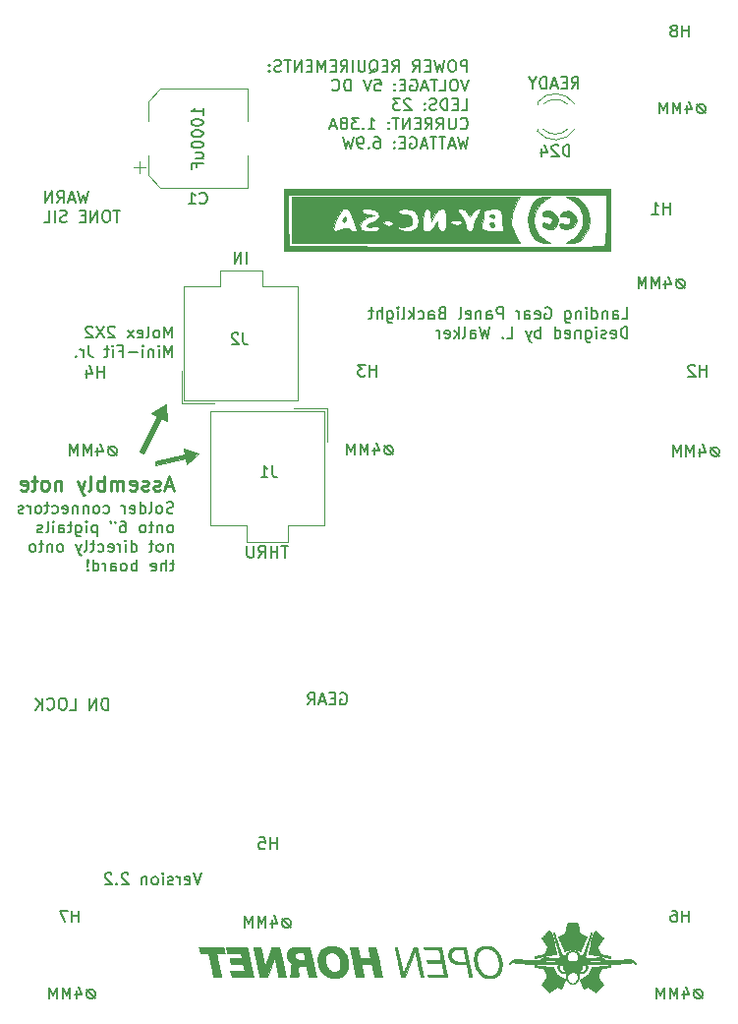
<source format=gbr>
%TF.GenerationSoftware,KiCad,Pcbnew,(5.1.12-1-10_14)*%
%TF.CreationDate,2021-11-24T11:20:23+11:00*%
%TF.ProjectId,Landing Gear Panel PCB V2,4c616e64-696e-4672-9047-656172205061,rev?*%
%TF.SameCoordinates,Original*%
%TF.FileFunction,Legend,Bot*%
%TF.FilePolarity,Positive*%
%FSLAX46Y46*%
G04 Gerber Fmt 4.6, Leading zero omitted, Abs format (unit mm)*
G04 Created by KiCad (PCBNEW (5.1.12-1-10_14)) date 2021-11-24 11:20:23*
%MOMM*%
%LPD*%
G01*
G04 APERTURE LIST*
%ADD10C,0.100000*%
%ADD11C,0.150000*%
%ADD12C,0.250000*%
%ADD13C,0.120000*%
%ADD14C,0.010000*%
G04 APERTURE END LIST*
D10*
G36*
X79640000Y-77900000D02*
G01*
X78660000Y-78870000D01*
X78550000Y-78330000D01*
X75960000Y-78880000D01*
X75906000Y-78584000D01*
X78470000Y-78010000D01*
X78390000Y-77490000D01*
X79640000Y-77900000D01*
G37*
X79640000Y-77900000D02*
X78660000Y-78870000D01*
X78550000Y-78330000D01*
X75960000Y-78880000D01*
X75906000Y-78584000D01*
X78470000Y-78010000D01*
X78390000Y-77490000D01*
X79640000Y-77900000D01*
G36*
X76940000Y-75070000D02*
G01*
X76434000Y-74844000D01*
X74904000Y-77924000D01*
X74606000Y-77758000D01*
X76130000Y-74710000D01*
X75622000Y-74456000D01*
X76834000Y-73654000D01*
X76940000Y-75070000D01*
G37*
X76940000Y-75070000D02*
X76434000Y-74844000D01*
X74904000Y-77924000D01*
X74606000Y-77758000D01*
X76130000Y-74710000D01*
X75622000Y-74456000D01*
X76834000Y-73654000D01*
X76940000Y-75070000D01*
D11*
X77488738Y-83019761D02*
X77345881Y-83067380D01*
X77107786Y-83067380D01*
X77012548Y-83019761D01*
X76964929Y-82972142D01*
X76917310Y-82876904D01*
X76917310Y-82781666D01*
X76964929Y-82686428D01*
X77012548Y-82638809D01*
X77107786Y-82591190D01*
X77298262Y-82543571D01*
X77393500Y-82495952D01*
X77441119Y-82448333D01*
X77488738Y-82353095D01*
X77488738Y-82257857D01*
X77441119Y-82162619D01*
X77393500Y-82115000D01*
X77298262Y-82067380D01*
X77060167Y-82067380D01*
X76917310Y-82115000D01*
X76345881Y-83067380D02*
X76441119Y-83019761D01*
X76488738Y-82972142D01*
X76536357Y-82876904D01*
X76536357Y-82591190D01*
X76488738Y-82495952D01*
X76441119Y-82448333D01*
X76345881Y-82400714D01*
X76203024Y-82400714D01*
X76107786Y-82448333D01*
X76060167Y-82495952D01*
X76012548Y-82591190D01*
X76012548Y-82876904D01*
X76060167Y-82972142D01*
X76107786Y-83019761D01*
X76203024Y-83067380D01*
X76345881Y-83067380D01*
X75441119Y-83067380D02*
X75536357Y-83019761D01*
X75583976Y-82924523D01*
X75583976Y-82067380D01*
X74631595Y-83067380D02*
X74631595Y-82067380D01*
X74631595Y-83019761D02*
X74726834Y-83067380D01*
X74917310Y-83067380D01*
X75012548Y-83019761D01*
X75060167Y-82972142D01*
X75107786Y-82876904D01*
X75107786Y-82591190D01*
X75060167Y-82495952D01*
X75012548Y-82448333D01*
X74917310Y-82400714D01*
X74726834Y-82400714D01*
X74631595Y-82448333D01*
X73774453Y-83019761D02*
X73869691Y-83067380D01*
X74060167Y-83067380D01*
X74155405Y-83019761D01*
X74203024Y-82924523D01*
X74203024Y-82543571D01*
X74155405Y-82448333D01*
X74060167Y-82400714D01*
X73869691Y-82400714D01*
X73774453Y-82448333D01*
X73726834Y-82543571D01*
X73726834Y-82638809D01*
X74203024Y-82734047D01*
X73298262Y-83067380D02*
X73298262Y-82400714D01*
X73298262Y-82591190D02*
X73250643Y-82495952D01*
X73203024Y-82448333D01*
X73107786Y-82400714D01*
X73012548Y-82400714D01*
X71488738Y-83019761D02*
X71583976Y-83067380D01*
X71774453Y-83067380D01*
X71869691Y-83019761D01*
X71917310Y-82972142D01*
X71964929Y-82876904D01*
X71964929Y-82591190D01*
X71917310Y-82495952D01*
X71869691Y-82448333D01*
X71774453Y-82400714D01*
X71583976Y-82400714D01*
X71488738Y-82448333D01*
X70917310Y-83067380D02*
X71012548Y-83019761D01*
X71060167Y-82972142D01*
X71107786Y-82876904D01*
X71107786Y-82591190D01*
X71060167Y-82495952D01*
X71012548Y-82448333D01*
X70917310Y-82400714D01*
X70774453Y-82400714D01*
X70679215Y-82448333D01*
X70631595Y-82495952D01*
X70583976Y-82591190D01*
X70583976Y-82876904D01*
X70631595Y-82972142D01*
X70679215Y-83019761D01*
X70774453Y-83067380D01*
X70917310Y-83067380D01*
X70155405Y-82400714D02*
X70155405Y-83067380D01*
X70155405Y-82495952D02*
X70107786Y-82448333D01*
X70012548Y-82400714D01*
X69869691Y-82400714D01*
X69774453Y-82448333D01*
X69726834Y-82543571D01*
X69726834Y-83067380D01*
X69250643Y-82400714D02*
X69250643Y-83067380D01*
X69250643Y-82495952D02*
X69203024Y-82448333D01*
X69107786Y-82400714D01*
X68964929Y-82400714D01*
X68869691Y-82448333D01*
X68822072Y-82543571D01*
X68822072Y-83067380D01*
X67964929Y-83019761D02*
X68060167Y-83067380D01*
X68250643Y-83067380D01*
X68345881Y-83019761D01*
X68393500Y-82924523D01*
X68393500Y-82543571D01*
X68345881Y-82448333D01*
X68250643Y-82400714D01*
X68060167Y-82400714D01*
X67964929Y-82448333D01*
X67917310Y-82543571D01*
X67917310Y-82638809D01*
X68393500Y-82734047D01*
X67060167Y-83019761D02*
X67155405Y-83067380D01*
X67345881Y-83067380D01*
X67441119Y-83019761D01*
X67488738Y-82972142D01*
X67536357Y-82876904D01*
X67536357Y-82591190D01*
X67488738Y-82495952D01*
X67441119Y-82448333D01*
X67345881Y-82400714D01*
X67155405Y-82400714D01*
X67060167Y-82448333D01*
X66774453Y-82400714D02*
X66393500Y-82400714D01*
X66631595Y-82067380D02*
X66631595Y-82924523D01*
X66583976Y-83019761D01*
X66488738Y-83067380D01*
X66393500Y-83067380D01*
X65917310Y-83067380D02*
X66012548Y-83019761D01*
X66060167Y-82972142D01*
X66107786Y-82876904D01*
X66107786Y-82591190D01*
X66060167Y-82495952D01*
X66012548Y-82448333D01*
X65917310Y-82400714D01*
X65774453Y-82400714D01*
X65679215Y-82448333D01*
X65631595Y-82495952D01*
X65583976Y-82591190D01*
X65583976Y-82876904D01*
X65631595Y-82972142D01*
X65679215Y-83019761D01*
X65774453Y-83067380D01*
X65917310Y-83067380D01*
X65155405Y-83067380D02*
X65155405Y-82400714D01*
X65155405Y-82591190D02*
X65107786Y-82495952D01*
X65060167Y-82448333D01*
X64964929Y-82400714D01*
X64869691Y-82400714D01*
X64583976Y-83019761D02*
X64488738Y-83067380D01*
X64298262Y-83067380D01*
X64203024Y-83019761D01*
X64155405Y-82924523D01*
X64155405Y-82876904D01*
X64203024Y-82781666D01*
X64298262Y-82734047D01*
X64441119Y-82734047D01*
X64536357Y-82686428D01*
X64583976Y-82591190D01*
X64583976Y-82543571D01*
X64536357Y-82448333D01*
X64441119Y-82400714D01*
X64298262Y-82400714D01*
X64203024Y-82448333D01*
X77298262Y-84717380D02*
X77393500Y-84669761D01*
X77441119Y-84622142D01*
X77488738Y-84526904D01*
X77488738Y-84241190D01*
X77441119Y-84145952D01*
X77393500Y-84098333D01*
X77298262Y-84050714D01*
X77155405Y-84050714D01*
X77060167Y-84098333D01*
X77012548Y-84145952D01*
X76964929Y-84241190D01*
X76964929Y-84526904D01*
X77012548Y-84622142D01*
X77060167Y-84669761D01*
X77155405Y-84717380D01*
X77298262Y-84717380D01*
X76536357Y-84050714D02*
X76536357Y-84717380D01*
X76536357Y-84145952D02*
X76488738Y-84098333D01*
X76393500Y-84050714D01*
X76250643Y-84050714D01*
X76155405Y-84098333D01*
X76107786Y-84193571D01*
X76107786Y-84717380D01*
X75774453Y-84050714D02*
X75393500Y-84050714D01*
X75631595Y-83717380D02*
X75631595Y-84574523D01*
X75583976Y-84669761D01*
X75488738Y-84717380D01*
X75393500Y-84717380D01*
X74917310Y-84717380D02*
X75012548Y-84669761D01*
X75060167Y-84622142D01*
X75107786Y-84526904D01*
X75107786Y-84241190D01*
X75060167Y-84145952D01*
X75012548Y-84098333D01*
X74917310Y-84050714D01*
X74774453Y-84050714D01*
X74679215Y-84098333D01*
X74631595Y-84145952D01*
X74583976Y-84241190D01*
X74583976Y-84526904D01*
X74631595Y-84622142D01*
X74679215Y-84669761D01*
X74774453Y-84717380D01*
X74917310Y-84717380D01*
X72964929Y-83717380D02*
X73155405Y-83717380D01*
X73250643Y-83765000D01*
X73298262Y-83812619D01*
X73393500Y-83955476D01*
X73441119Y-84145952D01*
X73441119Y-84526904D01*
X73393500Y-84622142D01*
X73345881Y-84669761D01*
X73250643Y-84717380D01*
X73060167Y-84717380D01*
X72964929Y-84669761D01*
X72917310Y-84622142D01*
X72869691Y-84526904D01*
X72869691Y-84288809D01*
X72917310Y-84193571D01*
X72964929Y-84145952D01*
X73060167Y-84098333D01*
X73250643Y-84098333D01*
X73345881Y-84145952D01*
X73393500Y-84193571D01*
X73441119Y-84288809D01*
X72441119Y-83717380D02*
X72441119Y-83765000D01*
X72488738Y-83860238D01*
X72536357Y-83907857D01*
X72060167Y-83717380D02*
X72060167Y-83765000D01*
X72107786Y-83860238D01*
X72155405Y-83907857D01*
X70917310Y-84050714D02*
X70917310Y-85050714D01*
X70917310Y-84098333D02*
X70822072Y-84050714D01*
X70631595Y-84050714D01*
X70536357Y-84098333D01*
X70488738Y-84145952D01*
X70441119Y-84241190D01*
X70441119Y-84526904D01*
X70488738Y-84622142D01*
X70536357Y-84669761D01*
X70631595Y-84717380D01*
X70822072Y-84717380D01*
X70917310Y-84669761D01*
X70012548Y-84717380D02*
X70012548Y-84050714D01*
X70012548Y-83717380D02*
X70060167Y-83765000D01*
X70012548Y-83812619D01*
X69964929Y-83765000D01*
X70012548Y-83717380D01*
X70012548Y-83812619D01*
X69107786Y-84050714D02*
X69107786Y-84860238D01*
X69155405Y-84955476D01*
X69203024Y-85003095D01*
X69298262Y-85050714D01*
X69441119Y-85050714D01*
X69536357Y-85003095D01*
X69107786Y-84669761D02*
X69203024Y-84717380D01*
X69393500Y-84717380D01*
X69488738Y-84669761D01*
X69536357Y-84622142D01*
X69583976Y-84526904D01*
X69583976Y-84241190D01*
X69536357Y-84145952D01*
X69488738Y-84098333D01*
X69393500Y-84050714D01*
X69203024Y-84050714D01*
X69107786Y-84098333D01*
X68774453Y-84050714D02*
X68393500Y-84050714D01*
X68631595Y-83717380D02*
X68631595Y-84574523D01*
X68583976Y-84669761D01*
X68488738Y-84717380D01*
X68393500Y-84717380D01*
X67631595Y-84717380D02*
X67631595Y-84193571D01*
X67679215Y-84098333D01*
X67774453Y-84050714D01*
X67964929Y-84050714D01*
X68060167Y-84098333D01*
X67631595Y-84669761D02*
X67726834Y-84717380D01*
X67964929Y-84717380D01*
X68060167Y-84669761D01*
X68107786Y-84574523D01*
X68107786Y-84479285D01*
X68060167Y-84384047D01*
X67964929Y-84336428D01*
X67726834Y-84336428D01*
X67631595Y-84288809D01*
X67155405Y-84717380D02*
X67155405Y-84050714D01*
X67155405Y-83717380D02*
X67203024Y-83765000D01*
X67155405Y-83812619D01*
X67107786Y-83765000D01*
X67155405Y-83717380D01*
X67155405Y-83812619D01*
X66536357Y-84717380D02*
X66631595Y-84669761D01*
X66679215Y-84574523D01*
X66679215Y-83717380D01*
X66203024Y-84669761D02*
X66107786Y-84717380D01*
X65917310Y-84717380D01*
X65822072Y-84669761D01*
X65774453Y-84574523D01*
X65774453Y-84526904D01*
X65822072Y-84431666D01*
X65917310Y-84384047D01*
X66060167Y-84384047D01*
X66155405Y-84336428D01*
X66203024Y-84241190D01*
X66203024Y-84193571D01*
X66155405Y-84098333D01*
X66060167Y-84050714D01*
X65917310Y-84050714D01*
X65822072Y-84098333D01*
X77441119Y-85700714D02*
X77441119Y-86367380D01*
X77441119Y-85795952D02*
X77393500Y-85748333D01*
X77298262Y-85700714D01*
X77155405Y-85700714D01*
X77060167Y-85748333D01*
X77012548Y-85843571D01*
X77012548Y-86367380D01*
X76393500Y-86367380D02*
X76488738Y-86319761D01*
X76536357Y-86272142D01*
X76583976Y-86176904D01*
X76583976Y-85891190D01*
X76536357Y-85795952D01*
X76488738Y-85748333D01*
X76393500Y-85700714D01*
X76250643Y-85700714D01*
X76155405Y-85748333D01*
X76107786Y-85795952D01*
X76060167Y-85891190D01*
X76060167Y-86176904D01*
X76107786Y-86272142D01*
X76155405Y-86319761D01*
X76250643Y-86367380D01*
X76393500Y-86367380D01*
X75774453Y-85700714D02*
X75393500Y-85700714D01*
X75631595Y-85367380D02*
X75631595Y-86224523D01*
X75583976Y-86319761D01*
X75488738Y-86367380D01*
X75393500Y-86367380D01*
X73869691Y-86367380D02*
X73869691Y-85367380D01*
X73869691Y-86319761D02*
X73964929Y-86367380D01*
X74155405Y-86367380D01*
X74250643Y-86319761D01*
X74298262Y-86272142D01*
X74345881Y-86176904D01*
X74345881Y-85891190D01*
X74298262Y-85795952D01*
X74250643Y-85748333D01*
X74155405Y-85700714D01*
X73964929Y-85700714D01*
X73869691Y-85748333D01*
X73393500Y-86367380D02*
X73393500Y-85700714D01*
X73393500Y-85367380D02*
X73441119Y-85415000D01*
X73393500Y-85462619D01*
X73345881Y-85415000D01*
X73393500Y-85367380D01*
X73393500Y-85462619D01*
X72917310Y-86367380D02*
X72917310Y-85700714D01*
X72917310Y-85891190D02*
X72869691Y-85795952D01*
X72822072Y-85748333D01*
X72726834Y-85700714D01*
X72631595Y-85700714D01*
X71917310Y-86319761D02*
X72012548Y-86367380D01*
X72203024Y-86367380D01*
X72298262Y-86319761D01*
X72345881Y-86224523D01*
X72345881Y-85843571D01*
X72298262Y-85748333D01*
X72203024Y-85700714D01*
X72012548Y-85700714D01*
X71917310Y-85748333D01*
X71869691Y-85843571D01*
X71869691Y-85938809D01*
X72345881Y-86034047D01*
X71012548Y-86319761D02*
X71107786Y-86367380D01*
X71298262Y-86367380D01*
X71393500Y-86319761D01*
X71441119Y-86272142D01*
X71488738Y-86176904D01*
X71488738Y-85891190D01*
X71441119Y-85795952D01*
X71393500Y-85748333D01*
X71298262Y-85700714D01*
X71107786Y-85700714D01*
X71012548Y-85748333D01*
X70726834Y-85700714D02*
X70345881Y-85700714D01*
X70583976Y-85367380D02*
X70583976Y-86224523D01*
X70536357Y-86319761D01*
X70441119Y-86367380D01*
X70345881Y-86367380D01*
X69869691Y-86367380D02*
X69964929Y-86319761D01*
X70012548Y-86224523D01*
X70012548Y-85367380D01*
X69583976Y-85700714D02*
X69345881Y-86367380D01*
X69107786Y-85700714D02*
X69345881Y-86367380D01*
X69441119Y-86605476D01*
X69488738Y-86653095D01*
X69583976Y-86700714D01*
X67822072Y-86367380D02*
X67917310Y-86319761D01*
X67964929Y-86272142D01*
X68012548Y-86176904D01*
X68012548Y-85891190D01*
X67964929Y-85795952D01*
X67917310Y-85748333D01*
X67822072Y-85700714D01*
X67679215Y-85700714D01*
X67583976Y-85748333D01*
X67536357Y-85795952D01*
X67488738Y-85891190D01*
X67488738Y-86176904D01*
X67536357Y-86272142D01*
X67583976Y-86319761D01*
X67679215Y-86367380D01*
X67822072Y-86367380D01*
X67060167Y-85700714D02*
X67060167Y-86367380D01*
X67060167Y-85795952D02*
X67012548Y-85748333D01*
X66917310Y-85700714D01*
X66774453Y-85700714D01*
X66679215Y-85748333D01*
X66631595Y-85843571D01*
X66631595Y-86367380D01*
X66298262Y-85700714D02*
X65917310Y-85700714D01*
X66155405Y-85367380D02*
X66155405Y-86224523D01*
X66107786Y-86319761D01*
X66012548Y-86367380D01*
X65917310Y-86367380D01*
X65441119Y-86367380D02*
X65536357Y-86319761D01*
X65583976Y-86272142D01*
X65631595Y-86176904D01*
X65631595Y-85891190D01*
X65583976Y-85795952D01*
X65536357Y-85748333D01*
X65441119Y-85700714D01*
X65298262Y-85700714D01*
X65203024Y-85748333D01*
X65155405Y-85795952D01*
X65107786Y-85891190D01*
X65107786Y-86176904D01*
X65155405Y-86272142D01*
X65203024Y-86319761D01*
X65298262Y-86367380D01*
X65441119Y-86367380D01*
X77583976Y-87350714D02*
X77203024Y-87350714D01*
X77441119Y-87017380D02*
X77441119Y-87874523D01*
X77393500Y-87969761D01*
X77298262Y-88017380D01*
X77203024Y-88017380D01*
X76869691Y-88017380D02*
X76869691Y-87017380D01*
X76441119Y-88017380D02*
X76441119Y-87493571D01*
X76488738Y-87398333D01*
X76583976Y-87350714D01*
X76726834Y-87350714D01*
X76822072Y-87398333D01*
X76869691Y-87445952D01*
X75583976Y-87969761D02*
X75679215Y-88017380D01*
X75869691Y-88017380D01*
X75964929Y-87969761D01*
X76012548Y-87874523D01*
X76012548Y-87493571D01*
X75964929Y-87398333D01*
X75869691Y-87350714D01*
X75679215Y-87350714D01*
X75583976Y-87398333D01*
X75536357Y-87493571D01*
X75536357Y-87588809D01*
X76012548Y-87684047D01*
X74345881Y-88017380D02*
X74345881Y-87017380D01*
X74345881Y-87398333D02*
X74250643Y-87350714D01*
X74060167Y-87350714D01*
X73964929Y-87398333D01*
X73917310Y-87445952D01*
X73869691Y-87541190D01*
X73869691Y-87826904D01*
X73917310Y-87922142D01*
X73964929Y-87969761D01*
X74060167Y-88017380D01*
X74250643Y-88017380D01*
X74345881Y-87969761D01*
X73298262Y-88017380D02*
X73393500Y-87969761D01*
X73441119Y-87922142D01*
X73488738Y-87826904D01*
X73488738Y-87541190D01*
X73441119Y-87445952D01*
X73393500Y-87398333D01*
X73298262Y-87350714D01*
X73155405Y-87350714D01*
X73060167Y-87398333D01*
X73012548Y-87445952D01*
X72964929Y-87541190D01*
X72964929Y-87826904D01*
X73012548Y-87922142D01*
X73060167Y-87969761D01*
X73155405Y-88017380D01*
X73298262Y-88017380D01*
X72107786Y-88017380D02*
X72107786Y-87493571D01*
X72155405Y-87398333D01*
X72250643Y-87350714D01*
X72441119Y-87350714D01*
X72536357Y-87398333D01*
X72107786Y-87969761D02*
X72203024Y-88017380D01*
X72441119Y-88017380D01*
X72536357Y-87969761D01*
X72583976Y-87874523D01*
X72583976Y-87779285D01*
X72536357Y-87684047D01*
X72441119Y-87636428D01*
X72203024Y-87636428D01*
X72107786Y-87588809D01*
X71631595Y-88017380D02*
X71631595Y-87350714D01*
X71631595Y-87541190D02*
X71583976Y-87445952D01*
X71536357Y-87398333D01*
X71441119Y-87350714D01*
X71345881Y-87350714D01*
X70583976Y-88017380D02*
X70583976Y-87017380D01*
X70583976Y-87969761D02*
X70679215Y-88017380D01*
X70869691Y-88017380D01*
X70964929Y-87969761D01*
X71012548Y-87922142D01*
X71060167Y-87826904D01*
X71060167Y-87541190D01*
X71012548Y-87445952D01*
X70964929Y-87398333D01*
X70869691Y-87350714D01*
X70679215Y-87350714D01*
X70583976Y-87398333D01*
X70107786Y-87922142D02*
X70060167Y-87969761D01*
X70107786Y-88017380D01*
X70155405Y-87969761D01*
X70107786Y-87922142D01*
X70107786Y-88017380D01*
X70107786Y-87636428D02*
X70155405Y-87065000D01*
X70107786Y-87017380D01*
X70060167Y-87065000D01*
X70107786Y-87636428D01*
X70107786Y-87017380D01*
D12*
X77413619Y-80726333D02*
X76818380Y-80726333D01*
X77532666Y-81083476D02*
X77116000Y-79833476D01*
X76699333Y-81083476D01*
X76342190Y-81023952D02*
X76223142Y-81083476D01*
X75985047Y-81083476D01*
X75866000Y-81023952D01*
X75806476Y-80904904D01*
X75806476Y-80845380D01*
X75866000Y-80726333D01*
X75985047Y-80666809D01*
X76163619Y-80666809D01*
X76282666Y-80607285D01*
X76342190Y-80488238D01*
X76342190Y-80428714D01*
X76282666Y-80309666D01*
X76163619Y-80250142D01*
X75985047Y-80250142D01*
X75866000Y-80309666D01*
X75330285Y-81023952D02*
X75211238Y-81083476D01*
X74973142Y-81083476D01*
X74854095Y-81023952D01*
X74794571Y-80904904D01*
X74794571Y-80845380D01*
X74854095Y-80726333D01*
X74973142Y-80666809D01*
X75151714Y-80666809D01*
X75270761Y-80607285D01*
X75330285Y-80488238D01*
X75330285Y-80428714D01*
X75270761Y-80309666D01*
X75151714Y-80250142D01*
X74973142Y-80250142D01*
X74854095Y-80309666D01*
X73782666Y-81023952D02*
X73901714Y-81083476D01*
X74139809Y-81083476D01*
X74258857Y-81023952D01*
X74318380Y-80904904D01*
X74318380Y-80428714D01*
X74258857Y-80309666D01*
X74139809Y-80250142D01*
X73901714Y-80250142D01*
X73782666Y-80309666D01*
X73723142Y-80428714D01*
X73723142Y-80547761D01*
X74318380Y-80666809D01*
X73187428Y-81083476D02*
X73187428Y-80250142D01*
X73187428Y-80369190D02*
X73127904Y-80309666D01*
X73008857Y-80250142D01*
X72830285Y-80250142D01*
X72711238Y-80309666D01*
X72651714Y-80428714D01*
X72651714Y-81083476D01*
X72651714Y-80428714D02*
X72592190Y-80309666D01*
X72473142Y-80250142D01*
X72294571Y-80250142D01*
X72175523Y-80309666D01*
X72116000Y-80428714D01*
X72116000Y-81083476D01*
X71520761Y-81083476D02*
X71520761Y-79833476D01*
X71520761Y-80309666D02*
X71401714Y-80250142D01*
X71163619Y-80250142D01*
X71044571Y-80309666D01*
X70985047Y-80369190D01*
X70925523Y-80488238D01*
X70925523Y-80845380D01*
X70985047Y-80964428D01*
X71044571Y-81023952D01*
X71163619Y-81083476D01*
X71401714Y-81083476D01*
X71520761Y-81023952D01*
X70211238Y-81083476D02*
X70330285Y-81023952D01*
X70389809Y-80904904D01*
X70389809Y-79833476D01*
X69854095Y-80250142D02*
X69556476Y-81083476D01*
X69258857Y-80250142D02*
X69556476Y-81083476D01*
X69675523Y-81381095D01*
X69735047Y-81440619D01*
X69854095Y-81500142D01*
X67830285Y-80250142D02*
X67830285Y-81083476D01*
X67830285Y-80369190D02*
X67770761Y-80309666D01*
X67651714Y-80250142D01*
X67473142Y-80250142D01*
X67354095Y-80309666D01*
X67294571Y-80428714D01*
X67294571Y-81083476D01*
X66520761Y-81083476D02*
X66639809Y-81023952D01*
X66699333Y-80964428D01*
X66758857Y-80845380D01*
X66758857Y-80488238D01*
X66699333Y-80369190D01*
X66639809Y-80309666D01*
X66520761Y-80250142D01*
X66342190Y-80250142D01*
X66223142Y-80309666D01*
X66163619Y-80369190D01*
X66104095Y-80488238D01*
X66104095Y-80845380D01*
X66163619Y-80964428D01*
X66223142Y-81023952D01*
X66342190Y-81083476D01*
X66520761Y-81083476D01*
X65746952Y-80250142D02*
X65270761Y-80250142D01*
X65568380Y-79833476D02*
X65568380Y-80904904D01*
X65508857Y-81023952D01*
X65389809Y-81083476D01*
X65270761Y-81083476D01*
X64377904Y-81023952D02*
X64496952Y-81083476D01*
X64735047Y-81083476D01*
X64854095Y-81023952D01*
X64913619Y-80904904D01*
X64913619Y-80428714D01*
X64854095Y-80309666D01*
X64735047Y-80250142D01*
X64496952Y-80250142D01*
X64377904Y-80309666D01*
X64318380Y-80428714D01*
X64318380Y-80547761D01*
X64913619Y-80666809D01*
D11*
X123100885Y-47874276D02*
X122910409Y-47874276D01*
X122719933Y-47969514D01*
X122624695Y-48159990D01*
X122624695Y-48350466D01*
X122719933Y-48540942D01*
X122910409Y-48636180D01*
X123100885Y-48636180D01*
X123291361Y-48540942D01*
X123386600Y-48350466D01*
X123386600Y-48159990D01*
X123291361Y-47969514D01*
X123100885Y-47874276D01*
X122624695Y-47874276D02*
X123386600Y-48636180D01*
X121719933Y-47969514D02*
X121719933Y-48636180D01*
X121958028Y-47588561D02*
X122196123Y-48302847D01*
X121577076Y-48302847D01*
X121196123Y-48636180D02*
X121196123Y-47636180D01*
X120862790Y-48350466D01*
X120529457Y-47636180D01*
X120529457Y-48636180D01*
X120053266Y-48636180D02*
X120053266Y-47636180D01*
X119719933Y-48350466D01*
X119386600Y-47636180D01*
X119386600Y-48636180D01*
X121919904Y-42032180D02*
X121919904Y-41032180D01*
X121919904Y-41508371D02*
X121348476Y-41508371D01*
X121348476Y-42032180D02*
X121348476Y-41032180D01*
X120729428Y-41460752D02*
X120824666Y-41413133D01*
X120872285Y-41365514D01*
X120919904Y-41270276D01*
X120919904Y-41222657D01*
X120872285Y-41127419D01*
X120824666Y-41079800D01*
X120729428Y-41032180D01*
X120538952Y-41032180D01*
X120443714Y-41079800D01*
X120396095Y-41127419D01*
X120348476Y-41222657D01*
X120348476Y-41270276D01*
X120396095Y-41365514D01*
X120443714Y-41413133D01*
X120538952Y-41460752D01*
X120729428Y-41460752D01*
X120824666Y-41508371D01*
X120872285Y-41555990D01*
X120919904Y-41651228D01*
X120919904Y-41841704D01*
X120872285Y-41936942D01*
X120824666Y-41984561D01*
X120729428Y-42032180D01*
X120538952Y-42032180D01*
X120443714Y-41984561D01*
X120396095Y-41936942D01*
X120348476Y-41841704D01*
X120348476Y-41651228D01*
X120396095Y-41555990D01*
X120443714Y-41508371D01*
X120538952Y-41460752D01*
X70522885Y-124074276D02*
X70332409Y-124074276D01*
X70141933Y-124169514D01*
X70046695Y-124359990D01*
X70046695Y-124550466D01*
X70141933Y-124740942D01*
X70332409Y-124836180D01*
X70522885Y-124836180D01*
X70713361Y-124740942D01*
X70808600Y-124550466D01*
X70808600Y-124359990D01*
X70713361Y-124169514D01*
X70522885Y-124074276D01*
X70046695Y-124074276D02*
X70808600Y-124836180D01*
X69141933Y-124169514D02*
X69141933Y-124836180D01*
X69380028Y-123788561D02*
X69618123Y-124502847D01*
X68999076Y-124502847D01*
X68618123Y-124836180D02*
X68618123Y-123836180D01*
X68284790Y-124550466D01*
X67951457Y-123836180D01*
X67951457Y-124836180D01*
X67475266Y-124836180D02*
X67475266Y-123836180D01*
X67141933Y-124550466D01*
X66808600Y-123836180D01*
X66808600Y-124836180D01*
X69341904Y-118232180D02*
X69341904Y-117232180D01*
X69341904Y-117708371D02*
X68770476Y-117708371D01*
X68770476Y-118232180D02*
X68770476Y-117232180D01*
X68389523Y-117232180D02*
X67722857Y-117232180D01*
X68151428Y-118232180D01*
X111812200Y-46502580D02*
X112145533Y-46026390D01*
X112383628Y-46502580D02*
X112383628Y-45502580D01*
X112002676Y-45502580D01*
X111907438Y-45550200D01*
X111859819Y-45597819D01*
X111812200Y-45693057D01*
X111812200Y-45835914D01*
X111859819Y-45931152D01*
X111907438Y-45978771D01*
X112002676Y-46026390D01*
X112383628Y-46026390D01*
X111383628Y-45978771D02*
X111050295Y-45978771D01*
X110907438Y-46502580D02*
X111383628Y-46502580D01*
X111383628Y-45502580D01*
X110907438Y-45502580D01*
X110526485Y-46216866D02*
X110050295Y-46216866D01*
X110621723Y-46502580D02*
X110288390Y-45502580D01*
X109955057Y-46502580D01*
X109621723Y-46502580D02*
X109621723Y-45502580D01*
X109383628Y-45502580D01*
X109240771Y-45550200D01*
X109145533Y-45645438D01*
X109097914Y-45740676D01*
X109050295Y-45931152D01*
X109050295Y-46074009D01*
X109097914Y-46264485D01*
X109145533Y-46359723D01*
X109240771Y-46454961D01*
X109383628Y-46502580D01*
X109621723Y-46502580D01*
X108431247Y-46026390D02*
X108431247Y-46502580D01*
X108764580Y-45502580D02*
X108431247Y-46026390D01*
X108097914Y-45502580D01*
X102814404Y-45052380D02*
X102814404Y-44052380D01*
X102433452Y-44052380D01*
X102338214Y-44100000D01*
X102290595Y-44147619D01*
X102242976Y-44242857D01*
X102242976Y-44385714D01*
X102290595Y-44480952D01*
X102338214Y-44528571D01*
X102433452Y-44576190D01*
X102814404Y-44576190D01*
X101623928Y-44052380D02*
X101433452Y-44052380D01*
X101338214Y-44100000D01*
X101242976Y-44195238D01*
X101195357Y-44385714D01*
X101195357Y-44719047D01*
X101242976Y-44909523D01*
X101338214Y-45004761D01*
X101433452Y-45052380D01*
X101623928Y-45052380D01*
X101719166Y-45004761D01*
X101814404Y-44909523D01*
X101862023Y-44719047D01*
X101862023Y-44385714D01*
X101814404Y-44195238D01*
X101719166Y-44100000D01*
X101623928Y-44052380D01*
X100862023Y-44052380D02*
X100623928Y-45052380D01*
X100433452Y-44338095D01*
X100242976Y-45052380D01*
X100004880Y-44052380D01*
X99623928Y-44528571D02*
X99290595Y-44528571D01*
X99147738Y-45052380D02*
X99623928Y-45052380D01*
X99623928Y-44052380D01*
X99147738Y-44052380D01*
X98147738Y-45052380D02*
X98481071Y-44576190D01*
X98719166Y-45052380D02*
X98719166Y-44052380D01*
X98338214Y-44052380D01*
X98242976Y-44100000D01*
X98195357Y-44147619D01*
X98147738Y-44242857D01*
X98147738Y-44385714D01*
X98195357Y-44480952D01*
X98242976Y-44528571D01*
X98338214Y-44576190D01*
X98719166Y-44576190D01*
X96385833Y-45052380D02*
X96719166Y-44576190D01*
X96957261Y-45052380D02*
X96957261Y-44052380D01*
X96576309Y-44052380D01*
X96481071Y-44100000D01*
X96433452Y-44147619D01*
X96385833Y-44242857D01*
X96385833Y-44385714D01*
X96433452Y-44480952D01*
X96481071Y-44528571D01*
X96576309Y-44576190D01*
X96957261Y-44576190D01*
X95957261Y-44528571D02*
X95623928Y-44528571D01*
X95481071Y-45052380D02*
X95957261Y-45052380D01*
X95957261Y-44052380D01*
X95481071Y-44052380D01*
X94385833Y-45147619D02*
X94481071Y-45100000D01*
X94576309Y-45004761D01*
X94719166Y-44861904D01*
X94814404Y-44814285D01*
X94909642Y-44814285D01*
X94862023Y-45052380D02*
X94957261Y-45004761D01*
X95052500Y-44909523D01*
X95100119Y-44719047D01*
X95100119Y-44385714D01*
X95052500Y-44195238D01*
X94957261Y-44100000D01*
X94862023Y-44052380D01*
X94671547Y-44052380D01*
X94576309Y-44100000D01*
X94481071Y-44195238D01*
X94433452Y-44385714D01*
X94433452Y-44719047D01*
X94481071Y-44909523D01*
X94576309Y-45004761D01*
X94671547Y-45052380D01*
X94862023Y-45052380D01*
X94004880Y-44052380D02*
X94004880Y-44861904D01*
X93957261Y-44957142D01*
X93909642Y-45004761D01*
X93814404Y-45052380D01*
X93623928Y-45052380D01*
X93528690Y-45004761D01*
X93481071Y-44957142D01*
X93433452Y-44861904D01*
X93433452Y-44052380D01*
X92957261Y-45052380D02*
X92957261Y-44052380D01*
X91909642Y-45052380D02*
X92242976Y-44576190D01*
X92481071Y-45052380D02*
X92481071Y-44052380D01*
X92100119Y-44052380D01*
X92004880Y-44100000D01*
X91957261Y-44147619D01*
X91909642Y-44242857D01*
X91909642Y-44385714D01*
X91957261Y-44480952D01*
X92004880Y-44528571D01*
X92100119Y-44576190D01*
X92481071Y-44576190D01*
X91481071Y-44528571D02*
X91147738Y-44528571D01*
X91004880Y-45052380D02*
X91481071Y-45052380D01*
X91481071Y-44052380D01*
X91004880Y-44052380D01*
X90576309Y-45052380D02*
X90576309Y-44052380D01*
X90242976Y-44766666D01*
X89909642Y-44052380D01*
X89909642Y-45052380D01*
X89433452Y-44528571D02*
X89100119Y-44528571D01*
X88957261Y-45052380D02*
X89433452Y-45052380D01*
X89433452Y-44052380D01*
X88957261Y-44052380D01*
X88528690Y-45052380D02*
X88528690Y-44052380D01*
X87957261Y-45052380D01*
X87957261Y-44052380D01*
X87623928Y-44052380D02*
X87052500Y-44052380D01*
X87338214Y-45052380D02*
X87338214Y-44052380D01*
X86766785Y-45004761D02*
X86623928Y-45052380D01*
X86385833Y-45052380D01*
X86290595Y-45004761D01*
X86242976Y-44957142D01*
X86195357Y-44861904D01*
X86195357Y-44766666D01*
X86242976Y-44671428D01*
X86290595Y-44623809D01*
X86385833Y-44576190D01*
X86576309Y-44528571D01*
X86671547Y-44480952D01*
X86719166Y-44433333D01*
X86766785Y-44338095D01*
X86766785Y-44242857D01*
X86719166Y-44147619D01*
X86671547Y-44100000D01*
X86576309Y-44052380D01*
X86338214Y-44052380D01*
X86195357Y-44100000D01*
X85766785Y-44957142D02*
X85719166Y-45004761D01*
X85766785Y-45052380D01*
X85814404Y-45004761D01*
X85766785Y-44957142D01*
X85766785Y-45052380D01*
X85766785Y-44433333D02*
X85719166Y-44480952D01*
X85766785Y-44528571D01*
X85814404Y-44480952D01*
X85766785Y-44433333D01*
X85766785Y-44528571D01*
X102957261Y-45702380D02*
X102623928Y-46702380D01*
X102290595Y-45702380D01*
X101766785Y-45702380D02*
X101576309Y-45702380D01*
X101481071Y-45750000D01*
X101385833Y-45845238D01*
X101338214Y-46035714D01*
X101338214Y-46369047D01*
X101385833Y-46559523D01*
X101481071Y-46654761D01*
X101576309Y-46702380D01*
X101766785Y-46702380D01*
X101862023Y-46654761D01*
X101957261Y-46559523D01*
X102004880Y-46369047D01*
X102004880Y-46035714D01*
X101957261Y-45845238D01*
X101862023Y-45750000D01*
X101766785Y-45702380D01*
X100433452Y-46702380D02*
X100909642Y-46702380D01*
X100909642Y-45702380D01*
X100242976Y-45702380D02*
X99671547Y-45702380D01*
X99957261Y-46702380D02*
X99957261Y-45702380D01*
X99385833Y-46416666D02*
X98909642Y-46416666D01*
X99481071Y-46702380D02*
X99147738Y-45702380D01*
X98814404Y-46702380D01*
X97957261Y-45750000D02*
X98052500Y-45702380D01*
X98195357Y-45702380D01*
X98338214Y-45750000D01*
X98433452Y-45845238D01*
X98481071Y-45940476D01*
X98528690Y-46130952D01*
X98528690Y-46273809D01*
X98481071Y-46464285D01*
X98433452Y-46559523D01*
X98338214Y-46654761D01*
X98195357Y-46702380D01*
X98100119Y-46702380D01*
X97957261Y-46654761D01*
X97909642Y-46607142D01*
X97909642Y-46273809D01*
X98100119Y-46273809D01*
X97481071Y-46178571D02*
X97147738Y-46178571D01*
X97004880Y-46702380D02*
X97481071Y-46702380D01*
X97481071Y-45702380D01*
X97004880Y-45702380D01*
X96576309Y-46607142D02*
X96528690Y-46654761D01*
X96576309Y-46702380D01*
X96623928Y-46654761D01*
X96576309Y-46607142D01*
X96576309Y-46702380D01*
X96576309Y-46083333D02*
X96528690Y-46130952D01*
X96576309Y-46178571D01*
X96623928Y-46130952D01*
X96576309Y-46083333D01*
X96576309Y-46178571D01*
X94862023Y-45702380D02*
X95338214Y-45702380D01*
X95385833Y-46178571D01*
X95338214Y-46130952D01*
X95242976Y-46083333D01*
X95004880Y-46083333D01*
X94909642Y-46130952D01*
X94862023Y-46178571D01*
X94814404Y-46273809D01*
X94814404Y-46511904D01*
X94862023Y-46607142D01*
X94909642Y-46654761D01*
X95004880Y-46702380D01*
X95242976Y-46702380D01*
X95338214Y-46654761D01*
X95385833Y-46607142D01*
X94528690Y-45702380D02*
X94195357Y-46702380D01*
X93862023Y-45702380D01*
X92766785Y-46702380D02*
X92766785Y-45702380D01*
X92528690Y-45702380D01*
X92385833Y-45750000D01*
X92290595Y-45845238D01*
X92242976Y-45940476D01*
X92195357Y-46130952D01*
X92195357Y-46273809D01*
X92242976Y-46464285D01*
X92290595Y-46559523D01*
X92385833Y-46654761D01*
X92528690Y-46702380D01*
X92766785Y-46702380D01*
X91195357Y-46607142D02*
X91242976Y-46654761D01*
X91385833Y-46702380D01*
X91481071Y-46702380D01*
X91623928Y-46654761D01*
X91719166Y-46559523D01*
X91766785Y-46464285D01*
X91814404Y-46273809D01*
X91814404Y-46130952D01*
X91766785Y-45940476D01*
X91719166Y-45845238D01*
X91623928Y-45750000D01*
X91481071Y-45702380D01*
X91385833Y-45702380D01*
X91242976Y-45750000D01*
X91195357Y-45797619D01*
X102338214Y-48352380D02*
X102814404Y-48352380D01*
X102814404Y-47352380D01*
X102004880Y-47828571D02*
X101671547Y-47828571D01*
X101528690Y-48352380D02*
X102004880Y-48352380D01*
X102004880Y-47352380D01*
X101528690Y-47352380D01*
X101100119Y-48352380D02*
X101100119Y-47352380D01*
X100862023Y-47352380D01*
X100719166Y-47400000D01*
X100623928Y-47495238D01*
X100576309Y-47590476D01*
X100528690Y-47780952D01*
X100528690Y-47923809D01*
X100576309Y-48114285D01*
X100623928Y-48209523D01*
X100719166Y-48304761D01*
X100862023Y-48352380D01*
X101100119Y-48352380D01*
X100147738Y-48304761D02*
X100004880Y-48352380D01*
X99766785Y-48352380D01*
X99671547Y-48304761D01*
X99623928Y-48257142D01*
X99576309Y-48161904D01*
X99576309Y-48066666D01*
X99623928Y-47971428D01*
X99671547Y-47923809D01*
X99766785Y-47876190D01*
X99957261Y-47828571D01*
X100052500Y-47780952D01*
X100100119Y-47733333D01*
X100147738Y-47638095D01*
X100147738Y-47542857D01*
X100100119Y-47447619D01*
X100052500Y-47400000D01*
X99957261Y-47352380D01*
X99719166Y-47352380D01*
X99576309Y-47400000D01*
X99147738Y-48257142D02*
X99100119Y-48304761D01*
X99147738Y-48352380D01*
X99195357Y-48304761D01*
X99147738Y-48257142D01*
X99147738Y-48352380D01*
X99147738Y-47733333D02*
X99100119Y-47780952D01*
X99147738Y-47828571D01*
X99195357Y-47780952D01*
X99147738Y-47733333D01*
X99147738Y-47828571D01*
X97957261Y-47447619D02*
X97909642Y-47400000D01*
X97814404Y-47352380D01*
X97576309Y-47352380D01*
X97481071Y-47400000D01*
X97433452Y-47447619D01*
X97385833Y-47542857D01*
X97385833Y-47638095D01*
X97433452Y-47780952D01*
X98004880Y-48352380D01*
X97385833Y-48352380D01*
X97052500Y-47352380D02*
X96433452Y-47352380D01*
X96766785Y-47733333D01*
X96623928Y-47733333D01*
X96528690Y-47780952D01*
X96481071Y-47828571D01*
X96433452Y-47923809D01*
X96433452Y-48161904D01*
X96481071Y-48257142D01*
X96528690Y-48304761D01*
X96623928Y-48352380D01*
X96909642Y-48352380D01*
X97004880Y-48304761D01*
X97052500Y-48257142D01*
X102242976Y-49907142D02*
X102290595Y-49954761D01*
X102433452Y-50002380D01*
X102528690Y-50002380D01*
X102671547Y-49954761D01*
X102766785Y-49859523D01*
X102814404Y-49764285D01*
X102862023Y-49573809D01*
X102862023Y-49430952D01*
X102814404Y-49240476D01*
X102766785Y-49145238D01*
X102671547Y-49050000D01*
X102528690Y-49002380D01*
X102433452Y-49002380D01*
X102290595Y-49050000D01*
X102242976Y-49097619D01*
X101814404Y-49002380D02*
X101814404Y-49811904D01*
X101766785Y-49907142D01*
X101719166Y-49954761D01*
X101623928Y-50002380D01*
X101433452Y-50002380D01*
X101338214Y-49954761D01*
X101290595Y-49907142D01*
X101242976Y-49811904D01*
X101242976Y-49002380D01*
X100195357Y-50002380D02*
X100528690Y-49526190D01*
X100766785Y-50002380D02*
X100766785Y-49002380D01*
X100385833Y-49002380D01*
X100290595Y-49050000D01*
X100242976Y-49097619D01*
X100195357Y-49192857D01*
X100195357Y-49335714D01*
X100242976Y-49430952D01*
X100290595Y-49478571D01*
X100385833Y-49526190D01*
X100766785Y-49526190D01*
X99195357Y-50002380D02*
X99528690Y-49526190D01*
X99766785Y-50002380D02*
X99766785Y-49002380D01*
X99385833Y-49002380D01*
X99290595Y-49050000D01*
X99242976Y-49097619D01*
X99195357Y-49192857D01*
X99195357Y-49335714D01*
X99242976Y-49430952D01*
X99290595Y-49478571D01*
X99385833Y-49526190D01*
X99766785Y-49526190D01*
X98766785Y-49478571D02*
X98433452Y-49478571D01*
X98290595Y-50002380D02*
X98766785Y-50002380D01*
X98766785Y-49002380D01*
X98290595Y-49002380D01*
X97862023Y-50002380D02*
X97862023Y-49002380D01*
X97290595Y-50002380D01*
X97290595Y-49002380D01*
X96957261Y-49002380D02*
X96385833Y-49002380D01*
X96671547Y-50002380D02*
X96671547Y-49002380D01*
X96052500Y-49907142D02*
X96004880Y-49954761D01*
X96052500Y-50002380D01*
X96100119Y-49954761D01*
X96052500Y-49907142D01*
X96052500Y-50002380D01*
X96052500Y-49383333D02*
X96004880Y-49430952D01*
X96052500Y-49478571D01*
X96100119Y-49430952D01*
X96052500Y-49383333D01*
X96052500Y-49478571D01*
X94290595Y-50002380D02*
X94862023Y-50002380D01*
X94576309Y-50002380D02*
X94576309Y-49002380D01*
X94671547Y-49145238D01*
X94766785Y-49240476D01*
X94862023Y-49288095D01*
X93862023Y-49907142D02*
X93814404Y-49954761D01*
X93862023Y-50002380D01*
X93909642Y-49954761D01*
X93862023Y-49907142D01*
X93862023Y-50002380D01*
X93481071Y-49002380D02*
X92862023Y-49002380D01*
X93195357Y-49383333D01*
X93052500Y-49383333D01*
X92957261Y-49430952D01*
X92909642Y-49478571D01*
X92862023Y-49573809D01*
X92862023Y-49811904D01*
X92909642Y-49907142D01*
X92957261Y-49954761D01*
X93052500Y-50002380D01*
X93338214Y-50002380D01*
X93433452Y-49954761D01*
X93481071Y-49907142D01*
X92290595Y-49430952D02*
X92385833Y-49383333D01*
X92433452Y-49335714D01*
X92481071Y-49240476D01*
X92481071Y-49192857D01*
X92433452Y-49097619D01*
X92385833Y-49050000D01*
X92290595Y-49002380D01*
X92100119Y-49002380D01*
X92004880Y-49050000D01*
X91957261Y-49097619D01*
X91909642Y-49192857D01*
X91909642Y-49240476D01*
X91957261Y-49335714D01*
X92004880Y-49383333D01*
X92100119Y-49430952D01*
X92290595Y-49430952D01*
X92385833Y-49478571D01*
X92433452Y-49526190D01*
X92481071Y-49621428D01*
X92481071Y-49811904D01*
X92433452Y-49907142D01*
X92385833Y-49954761D01*
X92290595Y-50002380D01*
X92100119Y-50002380D01*
X92004880Y-49954761D01*
X91957261Y-49907142D01*
X91909642Y-49811904D01*
X91909642Y-49621428D01*
X91957261Y-49526190D01*
X92004880Y-49478571D01*
X92100119Y-49430952D01*
X91528690Y-49716666D02*
X91052500Y-49716666D01*
X91623928Y-50002380D02*
X91290595Y-49002380D01*
X90957261Y-50002380D01*
X102909642Y-50652380D02*
X102671547Y-51652380D01*
X102481071Y-50938095D01*
X102290595Y-51652380D01*
X102052500Y-50652380D01*
X101719166Y-51366666D02*
X101242976Y-51366666D01*
X101814404Y-51652380D02*
X101481071Y-50652380D01*
X101147738Y-51652380D01*
X100957261Y-50652380D02*
X100385833Y-50652380D01*
X100671547Y-51652380D02*
X100671547Y-50652380D01*
X100195357Y-50652380D02*
X99623928Y-50652380D01*
X99909642Y-51652380D02*
X99909642Y-50652380D01*
X99338214Y-51366666D02*
X98862023Y-51366666D01*
X99433452Y-51652380D02*
X99100119Y-50652380D01*
X98766785Y-51652380D01*
X97909642Y-50700000D02*
X98004880Y-50652380D01*
X98147738Y-50652380D01*
X98290595Y-50700000D01*
X98385833Y-50795238D01*
X98433452Y-50890476D01*
X98481071Y-51080952D01*
X98481071Y-51223809D01*
X98433452Y-51414285D01*
X98385833Y-51509523D01*
X98290595Y-51604761D01*
X98147738Y-51652380D01*
X98052500Y-51652380D01*
X97909642Y-51604761D01*
X97862023Y-51557142D01*
X97862023Y-51223809D01*
X98052500Y-51223809D01*
X97433452Y-51128571D02*
X97100119Y-51128571D01*
X96957261Y-51652380D02*
X97433452Y-51652380D01*
X97433452Y-50652380D01*
X96957261Y-50652380D01*
X96528690Y-51557142D02*
X96481071Y-51604761D01*
X96528690Y-51652380D01*
X96576309Y-51604761D01*
X96528690Y-51557142D01*
X96528690Y-51652380D01*
X96528690Y-51033333D02*
X96481071Y-51080952D01*
X96528690Y-51128571D01*
X96576309Y-51080952D01*
X96528690Y-51033333D01*
X96528690Y-51128571D01*
X94862023Y-50652380D02*
X95052500Y-50652380D01*
X95147738Y-50700000D01*
X95195357Y-50747619D01*
X95290595Y-50890476D01*
X95338214Y-51080952D01*
X95338214Y-51461904D01*
X95290595Y-51557142D01*
X95242976Y-51604761D01*
X95147738Y-51652380D01*
X94957261Y-51652380D01*
X94862023Y-51604761D01*
X94814404Y-51557142D01*
X94766785Y-51461904D01*
X94766785Y-51223809D01*
X94814404Y-51128571D01*
X94862023Y-51080952D01*
X94957261Y-51033333D01*
X95147738Y-51033333D01*
X95242976Y-51080952D01*
X95290595Y-51128571D01*
X95338214Y-51223809D01*
X94338214Y-51557142D02*
X94290595Y-51604761D01*
X94338214Y-51652380D01*
X94385833Y-51604761D01*
X94338214Y-51557142D01*
X94338214Y-51652380D01*
X93814404Y-51652380D02*
X93623928Y-51652380D01*
X93528690Y-51604761D01*
X93481071Y-51557142D01*
X93385833Y-51414285D01*
X93338214Y-51223809D01*
X93338214Y-50842857D01*
X93385833Y-50747619D01*
X93433452Y-50700000D01*
X93528690Y-50652380D01*
X93719166Y-50652380D01*
X93814404Y-50700000D01*
X93862023Y-50747619D01*
X93909642Y-50842857D01*
X93909642Y-51080952D01*
X93862023Y-51176190D01*
X93814404Y-51223809D01*
X93719166Y-51271428D01*
X93528690Y-51271428D01*
X93433452Y-51223809D01*
X93385833Y-51176190D01*
X93338214Y-51080952D01*
X93004880Y-50652380D02*
X92766785Y-51652380D01*
X92576309Y-50938095D01*
X92385833Y-51652380D01*
X92147738Y-50652380D01*
X80055980Y-48750790D02*
X80055980Y-48179361D01*
X80055980Y-48465076D02*
X79055980Y-48465076D01*
X79198838Y-48369838D01*
X79294076Y-48274600D01*
X79341695Y-48179361D01*
X79055980Y-49369838D02*
X79055980Y-49465076D01*
X79103600Y-49560314D01*
X79151219Y-49607933D01*
X79246457Y-49655552D01*
X79436933Y-49703171D01*
X79675028Y-49703171D01*
X79865504Y-49655552D01*
X79960742Y-49607933D01*
X80008361Y-49560314D01*
X80055980Y-49465076D01*
X80055980Y-49369838D01*
X80008361Y-49274600D01*
X79960742Y-49226980D01*
X79865504Y-49179361D01*
X79675028Y-49131742D01*
X79436933Y-49131742D01*
X79246457Y-49179361D01*
X79151219Y-49226980D01*
X79103600Y-49274600D01*
X79055980Y-49369838D01*
X79055980Y-50322219D02*
X79055980Y-50417457D01*
X79103600Y-50512695D01*
X79151219Y-50560314D01*
X79246457Y-50607933D01*
X79436933Y-50655552D01*
X79675028Y-50655552D01*
X79865504Y-50607933D01*
X79960742Y-50560314D01*
X80008361Y-50512695D01*
X80055980Y-50417457D01*
X80055980Y-50322219D01*
X80008361Y-50226980D01*
X79960742Y-50179361D01*
X79865504Y-50131742D01*
X79675028Y-50084123D01*
X79436933Y-50084123D01*
X79246457Y-50131742D01*
X79151219Y-50179361D01*
X79103600Y-50226980D01*
X79055980Y-50322219D01*
X79055980Y-51274600D02*
X79055980Y-51369838D01*
X79103600Y-51465076D01*
X79151219Y-51512695D01*
X79246457Y-51560314D01*
X79436933Y-51607933D01*
X79675028Y-51607933D01*
X79865504Y-51560314D01*
X79960742Y-51512695D01*
X80008361Y-51465076D01*
X80055980Y-51369838D01*
X80055980Y-51274600D01*
X80008361Y-51179361D01*
X79960742Y-51131742D01*
X79865504Y-51084123D01*
X79675028Y-51036504D01*
X79436933Y-51036504D01*
X79246457Y-51084123D01*
X79151219Y-51131742D01*
X79103600Y-51179361D01*
X79055980Y-51274600D01*
X79389314Y-52465076D02*
X80055980Y-52465076D01*
X79389314Y-52036504D02*
X79913123Y-52036504D01*
X80008361Y-52084123D01*
X80055980Y-52179361D01*
X80055980Y-52322219D01*
X80008361Y-52417457D01*
X79960742Y-52465076D01*
X79532171Y-53274600D02*
X79532171Y-52941266D01*
X80055980Y-52941266D02*
X79055980Y-52941266D01*
X79055980Y-53417457D01*
X96176885Y-77262076D02*
X95986409Y-77262076D01*
X95795933Y-77357314D01*
X95700695Y-77547790D01*
X95700695Y-77738266D01*
X95795933Y-77928742D01*
X95986409Y-78023980D01*
X96176885Y-78023980D01*
X96367361Y-77928742D01*
X96462600Y-77738266D01*
X96462600Y-77547790D01*
X96367361Y-77357314D01*
X96176885Y-77262076D01*
X95700695Y-77262076D02*
X96462600Y-78023980D01*
X94795933Y-77357314D02*
X94795933Y-78023980D01*
X95034028Y-76976361D02*
X95272123Y-77690647D01*
X94653076Y-77690647D01*
X94272123Y-78023980D02*
X94272123Y-77023980D01*
X93938790Y-77738266D01*
X93605457Y-77023980D01*
X93605457Y-78023980D01*
X93129266Y-78023980D02*
X93129266Y-77023980D01*
X92795933Y-77738266D01*
X92462600Y-77023980D01*
X92462600Y-78023980D01*
X121272085Y-62911076D02*
X121081609Y-62911076D01*
X120891133Y-63006314D01*
X120795895Y-63196790D01*
X120795895Y-63387266D01*
X120891133Y-63577742D01*
X121081609Y-63672980D01*
X121272085Y-63672980D01*
X121462561Y-63577742D01*
X121557800Y-63387266D01*
X121557800Y-63196790D01*
X121462561Y-63006314D01*
X121272085Y-62911076D01*
X120795895Y-62911076D02*
X121557800Y-63672980D01*
X119891133Y-63006314D02*
X119891133Y-63672980D01*
X120129228Y-62625361D02*
X120367323Y-63339647D01*
X119748276Y-63339647D01*
X119367323Y-63672980D02*
X119367323Y-62672980D01*
X119033990Y-63387266D01*
X118700657Y-62672980D01*
X118700657Y-63672980D01*
X118224466Y-63672980D02*
X118224466Y-62672980D01*
X117891133Y-63387266D01*
X117557800Y-62672980D01*
X117557800Y-63672980D01*
X124269285Y-77363676D02*
X124078809Y-77363676D01*
X123888333Y-77458914D01*
X123793095Y-77649390D01*
X123793095Y-77839866D01*
X123888333Y-78030342D01*
X124078809Y-78125580D01*
X124269285Y-78125580D01*
X124459761Y-78030342D01*
X124555000Y-77839866D01*
X124555000Y-77649390D01*
X124459761Y-77458914D01*
X124269285Y-77363676D01*
X123793095Y-77363676D02*
X124555000Y-78125580D01*
X122888333Y-77458914D02*
X122888333Y-78125580D01*
X123126428Y-77077961D02*
X123364523Y-77792247D01*
X122745476Y-77792247D01*
X122364523Y-78125580D02*
X122364523Y-77125580D01*
X122031190Y-77839866D01*
X121697857Y-77125580D01*
X121697857Y-78125580D01*
X121221666Y-78125580D02*
X121221666Y-77125580D01*
X120888333Y-77839866D01*
X120555000Y-77125580D01*
X120555000Y-78125580D01*
X122846885Y-124074276D02*
X122656409Y-124074276D01*
X122465933Y-124169514D01*
X122370695Y-124359990D01*
X122370695Y-124550466D01*
X122465933Y-124740942D01*
X122656409Y-124836180D01*
X122846885Y-124836180D01*
X123037361Y-124740942D01*
X123132600Y-124550466D01*
X123132600Y-124359990D01*
X123037361Y-124169514D01*
X122846885Y-124074276D01*
X122370695Y-124074276D02*
X123132600Y-124836180D01*
X121465933Y-124169514D02*
X121465933Y-124836180D01*
X121704028Y-123788561D02*
X121942123Y-124502847D01*
X121323076Y-124502847D01*
X120942123Y-124836180D02*
X120942123Y-123836180D01*
X120608790Y-124550466D01*
X120275457Y-123836180D01*
X120275457Y-124836180D01*
X119799266Y-124836180D02*
X119799266Y-123836180D01*
X119465933Y-124550466D01*
X119132600Y-123836180D01*
X119132600Y-124836180D01*
X87363085Y-117927476D02*
X87172609Y-117927476D01*
X86982133Y-118022714D01*
X86886895Y-118213190D01*
X86886895Y-118403666D01*
X86982133Y-118594142D01*
X87172609Y-118689380D01*
X87363085Y-118689380D01*
X87553561Y-118594142D01*
X87648800Y-118403666D01*
X87648800Y-118213190D01*
X87553561Y-118022714D01*
X87363085Y-117927476D01*
X86886895Y-117927476D02*
X87648800Y-118689380D01*
X85982133Y-118022714D02*
X85982133Y-118689380D01*
X86220228Y-117641761D02*
X86458323Y-118356047D01*
X85839276Y-118356047D01*
X85458323Y-118689380D02*
X85458323Y-117689380D01*
X85124990Y-118403666D01*
X84791657Y-117689380D01*
X84791657Y-118689380D01*
X84315466Y-118689380D02*
X84315466Y-117689380D01*
X83982133Y-118403666D01*
X83648800Y-117689380D01*
X83648800Y-118689380D01*
X72326285Y-77312876D02*
X72135809Y-77312876D01*
X71945333Y-77408114D01*
X71850095Y-77598590D01*
X71850095Y-77789066D01*
X71945333Y-77979542D01*
X72135809Y-78074780D01*
X72326285Y-78074780D01*
X72516761Y-77979542D01*
X72612000Y-77789066D01*
X72612000Y-77598590D01*
X72516761Y-77408114D01*
X72326285Y-77312876D01*
X71850095Y-77312876D02*
X72612000Y-78074780D01*
X70945333Y-77408114D02*
X70945333Y-78074780D01*
X71183428Y-77027161D02*
X71421523Y-77741447D01*
X70802476Y-77741447D01*
X70421523Y-78074780D02*
X70421523Y-77074780D01*
X70088190Y-77789066D01*
X69754857Y-77074780D01*
X69754857Y-78074780D01*
X69278666Y-78074780D02*
X69278666Y-77074780D01*
X68945333Y-77789066D01*
X68612000Y-77074780D01*
X68612000Y-78074780D01*
X121919904Y-118232180D02*
X121919904Y-117232180D01*
X121919904Y-117708371D02*
X121348476Y-117708371D01*
X121348476Y-118232180D02*
X121348476Y-117232180D01*
X120443714Y-117232180D02*
X120634190Y-117232180D01*
X120729428Y-117279800D01*
X120777047Y-117327419D01*
X120872285Y-117470276D01*
X120919904Y-117660752D01*
X120919904Y-118041704D01*
X120872285Y-118136942D01*
X120824666Y-118184561D01*
X120729428Y-118232180D01*
X120538952Y-118232180D01*
X120443714Y-118184561D01*
X120396095Y-118136942D01*
X120348476Y-118041704D01*
X120348476Y-117803609D01*
X120396095Y-117708371D01*
X120443714Y-117660752D01*
X120538952Y-117613133D01*
X120729428Y-117613133D01*
X120824666Y-117660752D01*
X120872285Y-117708371D01*
X120919904Y-117803609D01*
X86410704Y-111958380D02*
X86410704Y-110958380D01*
X86410704Y-111434571D02*
X85839276Y-111434571D01*
X85839276Y-111958380D02*
X85839276Y-110958380D01*
X84886895Y-110958380D02*
X85363085Y-110958380D01*
X85410704Y-111434571D01*
X85363085Y-111386952D01*
X85267847Y-111339333D01*
X85029752Y-111339333D01*
X84934514Y-111386952D01*
X84886895Y-111434571D01*
X84839276Y-111529809D01*
X84839276Y-111767904D01*
X84886895Y-111863142D01*
X84934514Y-111910761D01*
X85029752Y-111958380D01*
X85267847Y-111958380D01*
X85363085Y-111910761D01*
X85410704Y-111863142D01*
X71526304Y-71369180D02*
X71526304Y-70369180D01*
X71526304Y-70845371D02*
X70954876Y-70845371D01*
X70954876Y-71369180D02*
X70954876Y-70369180D01*
X70050114Y-70702514D02*
X70050114Y-71369180D01*
X70288209Y-70321561D02*
X70526304Y-71035847D01*
X69907257Y-71035847D01*
X94995904Y-71267580D02*
X94995904Y-70267580D01*
X94995904Y-70743771D02*
X94424476Y-70743771D01*
X94424476Y-71267580D02*
X94424476Y-70267580D01*
X94043523Y-70267580D02*
X93424476Y-70267580D01*
X93757809Y-70648533D01*
X93614952Y-70648533D01*
X93519714Y-70696152D01*
X93472095Y-70743771D01*
X93424476Y-70839009D01*
X93424476Y-71077104D01*
X93472095Y-71172342D01*
X93519714Y-71219961D01*
X93614952Y-71267580D01*
X93900666Y-71267580D01*
X93995904Y-71219961D01*
X94043523Y-71172342D01*
X123443904Y-71267580D02*
X123443904Y-70267580D01*
X123443904Y-70743771D02*
X122872476Y-70743771D01*
X122872476Y-71267580D02*
X122872476Y-70267580D01*
X122443904Y-70362819D02*
X122396285Y-70315200D01*
X122301047Y-70267580D01*
X122062952Y-70267580D01*
X121967714Y-70315200D01*
X121920095Y-70362819D01*
X121872476Y-70458057D01*
X121872476Y-70553295D01*
X121920095Y-70696152D01*
X122491523Y-71267580D01*
X121872476Y-71267580D01*
X120294304Y-57297580D02*
X120294304Y-56297580D01*
X120294304Y-56773771D02*
X119722876Y-56773771D01*
X119722876Y-57297580D02*
X119722876Y-56297580D01*
X118722876Y-57297580D02*
X119294304Y-57297580D01*
X119008590Y-57297580D02*
X119008590Y-56297580D01*
X119103828Y-56440438D01*
X119199066Y-56535676D01*
X119294304Y-56583295D01*
X70152261Y-55327380D02*
X69914166Y-56327380D01*
X69723690Y-55613095D01*
X69533214Y-56327380D01*
X69295119Y-55327380D01*
X68961785Y-56041666D02*
X68485595Y-56041666D01*
X69057023Y-56327380D02*
X68723690Y-55327380D01*
X68390357Y-56327380D01*
X67485595Y-56327380D02*
X67818928Y-55851190D01*
X68057023Y-56327380D02*
X68057023Y-55327380D01*
X67676071Y-55327380D01*
X67580833Y-55375000D01*
X67533214Y-55422619D01*
X67485595Y-55517857D01*
X67485595Y-55660714D01*
X67533214Y-55755952D01*
X67580833Y-55803571D01*
X67676071Y-55851190D01*
X68057023Y-55851190D01*
X67057023Y-56327380D02*
X67057023Y-55327380D01*
X66485595Y-56327380D01*
X66485595Y-55327380D01*
X72914166Y-56977380D02*
X72342738Y-56977380D01*
X72628452Y-57977380D02*
X72628452Y-56977380D01*
X71818928Y-56977380D02*
X71628452Y-56977380D01*
X71533214Y-57025000D01*
X71437976Y-57120238D01*
X71390357Y-57310714D01*
X71390357Y-57644047D01*
X71437976Y-57834523D01*
X71533214Y-57929761D01*
X71628452Y-57977380D01*
X71818928Y-57977380D01*
X71914166Y-57929761D01*
X72009404Y-57834523D01*
X72057023Y-57644047D01*
X72057023Y-57310714D01*
X72009404Y-57120238D01*
X71914166Y-57025000D01*
X71818928Y-56977380D01*
X70961785Y-57977380D02*
X70961785Y-56977380D01*
X70390357Y-57977380D01*
X70390357Y-56977380D01*
X69914166Y-57453571D02*
X69580833Y-57453571D01*
X69437976Y-57977380D02*
X69914166Y-57977380D01*
X69914166Y-56977380D01*
X69437976Y-56977380D01*
X68295119Y-57929761D02*
X68152261Y-57977380D01*
X67914166Y-57977380D01*
X67818928Y-57929761D01*
X67771309Y-57882142D01*
X67723690Y-57786904D01*
X67723690Y-57691666D01*
X67771309Y-57596428D01*
X67818928Y-57548809D01*
X67914166Y-57501190D01*
X68104642Y-57453571D01*
X68199880Y-57405952D01*
X68247500Y-57358333D01*
X68295119Y-57263095D01*
X68295119Y-57167857D01*
X68247500Y-57072619D01*
X68199880Y-57025000D01*
X68104642Y-56977380D01*
X67866547Y-56977380D01*
X67723690Y-57025000D01*
X67295119Y-57977380D02*
X67295119Y-56977380D01*
X66342738Y-57977380D02*
X66818928Y-57977380D01*
X66818928Y-56977380D01*
X91898647Y-98560000D02*
X91993885Y-98512380D01*
X92136742Y-98512380D01*
X92279600Y-98560000D01*
X92374838Y-98655238D01*
X92422457Y-98750476D01*
X92470076Y-98940952D01*
X92470076Y-99083809D01*
X92422457Y-99274285D01*
X92374838Y-99369523D01*
X92279600Y-99464761D01*
X92136742Y-99512380D01*
X92041504Y-99512380D01*
X91898647Y-99464761D01*
X91851028Y-99417142D01*
X91851028Y-99083809D01*
X92041504Y-99083809D01*
X91422457Y-98988571D02*
X91089123Y-98988571D01*
X90946266Y-99512380D02*
X91422457Y-99512380D01*
X91422457Y-98512380D01*
X90946266Y-98512380D01*
X90565314Y-99226666D02*
X90089123Y-99226666D01*
X90660552Y-99512380D02*
X90327219Y-98512380D01*
X89993885Y-99512380D01*
X89089123Y-99512380D02*
X89422457Y-99036190D01*
X89660552Y-99512380D02*
X89660552Y-98512380D01*
X89279600Y-98512380D01*
X89184361Y-98560000D01*
X89136742Y-98607619D01*
X89089123Y-98702857D01*
X89089123Y-98845714D01*
X89136742Y-98940952D01*
X89184361Y-98988571D01*
X89279600Y-99036190D01*
X89660552Y-99036190D01*
X71878438Y-99969580D02*
X71878438Y-98969580D01*
X71640342Y-98969580D01*
X71497485Y-99017200D01*
X71402247Y-99112438D01*
X71354628Y-99207676D01*
X71307009Y-99398152D01*
X71307009Y-99541009D01*
X71354628Y-99731485D01*
X71402247Y-99826723D01*
X71497485Y-99921961D01*
X71640342Y-99969580D01*
X71878438Y-99969580D01*
X70878438Y-99969580D02*
X70878438Y-98969580D01*
X70307009Y-99969580D01*
X70307009Y-98969580D01*
X68592723Y-99969580D02*
X69068914Y-99969580D01*
X69068914Y-98969580D01*
X68068914Y-98969580D02*
X67878438Y-98969580D01*
X67783200Y-99017200D01*
X67687961Y-99112438D01*
X67640342Y-99302914D01*
X67640342Y-99636247D01*
X67687961Y-99826723D01*
X67783200Y-99921961D01*
X67878438Y-99969580D01*
X68068914Y-99969580D01*
X68164152Y-99921961D01*
X68259390Y-99826723D01*
X68307009Y-99636247D01*
X68307009Y-99302914D01*
X68259390Y-99112438D01*
X68164152Y-99017200D01*
X68068914Y-98969580D01*
X66640342Y-99874342D02*
X66687961Y-99921961D01*
X66830819Y-99969580D01*
X66926057Y-99969580D01*
X67068914Y-99921961D01*
X67164152Y-99826723D01*
X67211771Y-99731485D01*
X67259390Y-99541009D01*
X67259390Y-99398152D01*
X67211771Y-99207676D01*
X67164152Y-99112438D01*
X67068914Y-99017200D01*
X66926057Y-98969580D01*
X66830819Y-98969580D01*
X66687961Y-99017200D01*
X66640342Y-99064819D01*
X66211771Y-99969580D02*
X66211771Y-98969580D01*
X65640342Y-99969580D02*
X66068914Y-99398152D01*
X65640342Y-98969580D02*
X66211771Y-99541009D01*
X83823809Y-61552380D02*
X83823809Y-60552380D01*
X83347619Y-61552380D02*
X83347619Y-60552380D01*
X82776190Y-61552380D01*
X82776190Y-60552380D01*
X87383333Y-85852380D02*
X86811904Y-85852380D01*
X87097619Y-86852380D02*
X87097619Y-85852380D01*
X86478571Y-86852380D02*
X86478571Y-85852380D01*
X86478571Y-86328571D02*
X85907142Y-86328571D01*
X85907142Y-86852380D02*
X85907142Y-85852380D01*
X84859523Y-86852380D02*
X85192857Y-86376190D01*
X85430952Y-86852380D02*
X85430952Y-85852380D01*
X85050000Y-85852380D01*
X84954761Y-85900000D01*
X84907142Y-85947619D01*
X84859523Y-86042857D01*
X84859523Y-86185714D01*
X84907142Y-86280952D01*
X84954761Y-86328571D01*
X85050000Y-86376190D01*
X85430952Y-86376190D01*
X84430952Y-85852380D02*
X84430952Y-86661904D01*
X84383333Y-86757142D01*
X84335714Y-86804761D01*
X84240476Y-86852380D01*
X84050000Y-86852380D01*
X83954761Y-86804761D01*
X83907142Y-86757142D01*
X83859523Y-86661904D01*
X83859523Y-85852380D01*
X77388404Y-67953380D02*
X77388404Y-66953380D01*
X77055071Y-67667666D01*
X76721738Y-66953380D01*
X76721738Y-67953380D01*
X76102690Y-67953380D02*
X76197928Y-67905761D01*
X76245547Y-67858142D01*
X76293166Y-67762904D01*
X76293166Y-67477190D01*
X76245547Y-67381952D01*
X76197928Y-67334333D01*
X76102690Y-67286714D01*
X75959833Y-67286714D01*
X75864595Y-67334333D01*
X75816976Y-67381952D01*
X75769357Y-67477190D01*
X75769357Y-67762904D01*
X75816976Y-67858142D01*
X75864595Y-67905761D01*
X75959833Y-67953380D01*
X76102690Y-67953380D01*
X75197928Y-67953380D02*
X75293166Y-67905761D01*
X75340785Y-67810523D01*
X75340785Y-66953380D01*
X74436023Y-67905761D02*
X74531261Y-67953380D01*
X74721738Y-67953380D01*
X74816976Y-67905761D01*
X74864595Y-67810523D01*
X74864595Y-67429571D01*
X74816976Y-67334333D01*
X74721738Y-67286714D01*
X74531261Y-67286714D01*
X74436023Y-67334333D01*
X74388404Y-67429571D01*
X74388404Y-67524809D01*
X74864595Y-67620047D01*
X74055071Y-67953380D02*
X73531261Y-67286714D01*
X74055071Y-67286714D02*
X73531261Y-67953380D01*
X72436023Y-67048619D02*
X72388404Y-67001000D01*
X72293166Y-66953380D01*
X72055071Y-66953380D01*
X71959833Y-67001000D01*
X71912214Y-67048619D01*
X71864595Y-67143857D01*
X71864595Y-67239095D01*
X71912214Y-67381952D01*
X72483642Y-67953380D01*
X71864595Y-67953380D01*
X71531261Y-66953380D02*
X70864595Y-67953380D01*
X70864595Y-66953380D02*
X71531261Y-67953380D01*
X70531261Y-67048619D02*
X70483642Y-67001000D01*
X70388404Y-66953380D01*
X70150309Y-66953380D01*
X70055071Y-67001000D01*
X70007452Y-67048619D01*
X69959833Y-67143857D01*
X69959833Y-67239095D01*
X70007452Y-67381952D01*
X70578880Y-67953380D01*
X69959833Y-67953380D01*
X77388404Y-69603380D02*
X77388404Y-68603380D01*
X77055071Y-69317666D01*
X76721738Y-68603380D01*
X76721738Y-69603380D01*
X76245547Y-69603380D02*
X76245547Y-68936714D01*
X76245547Y-68603380D02*
X76293166Y-68651000D01*
X76245547Y-68698619D01*
X76197928Y-68651000D01*
X76245547Y-68603380D01*
X76245547Y-68698619D01*
X75769357Y-68936714D02*
X75769357Y-69603380D01*
X75769357Y-69031952D02*
X75721738Y-68984333D01*
X75626500Y-68936714D01*
X75483642Y-68936714D01*
X75388404Y-68984333D01*
X75340785Y-69079571D01*
X75340785Y-69603380D01*
X74864595Y-69603380D02*
X74864595Y-68936714D01*
X74864595Y-68603380D02*
X74912214Y-68651000D01*
X74864595Y-68698619D01*
X74816976Y-68651000D01*
X74864595Y-68603380D01*
X74864595Y-68698619D01*
X74388404Y-69222428D02*
X73626500Y-69222428D01*
X72816976Y-69079571D02*
X73150309Y-69079571D01*
X73150309Y-69603380D02*
X73150309Y-68603380D01*
X72674119Y-68603380D01*
X72293166Y-69603380D02*
X72293166Y-68936714D01*
X72293166Y-68603380D02*
X72340785Y-68651000D01*
X72293166Y-68698619D01*
X72245547Y-68651000D01*
X72293166Y-68603380D01*
X72293166Y-68698619D01*
X71959833Y-68936714D02*
X71578880Y-68936714D01*
X71816976Y-68603380D02*
X71816976Y-69460523D01*
X71769357Y-69555761D01*
X71674119Y-69603380D01*
X71578880Y-69603380D01*
X70197928Y-68603380D02*
X70197928Y-69317666D01*
X70245547Y-69460523D01*
X70340785Y-69555761D01*
X70483642Y-69603380D01*
X70578880Y-69603380D01*
X69721738Y-69603380D02*
X69721738Y-68936714D01*
X69721738Y-69127190D02*
X69674119Y-69031952D01*
X69626500Y-68984333D01*
X69531261Y-68936714D01*
X69436023Y-68936714D01*
X69102690Y-69508142D02*
X69055071Y-69555761D01*
X69102690Y-69603380D01*
X69150309Y-69555761D01*
X69102690Y-69508142D01*
X69102690Y-69603380D01*
X79882476Y-114006380D02*
X79549142Y-115006380D01*
X79215809Y-114006380D01*
X78501523Y-114958761D02*
X78596761Y-115006380D01*
X78787238Y-115006380D01*
X78882476Y-114958761D01*
X78930095Y-114863523D01*
X78930095Y-114482571D01*
X78882476Y-114387333D01*
X78787238Y-114339714D01*
X78596761Y-114339714D01*
X78501523Y-114387333D01*
X78453904Y-114482571D01*
X78453904Y-114577809D01*
X78930095Y-114673047D01*
X78025333Y-115006380D02*
X78025333Y-114339714D01*
X78025333Y-114530190D02*
X77977714Y-114434952D01*
X77930095Y-114387333D01*
X77834857Y-114339714D01*
X77739619Y-114339714D01*
X77453904Y-114958761D02*
X77358666Y-115006380D01*
X77168190Y-115006380D01*
X77072952Y-114958761D01*
X77025333Y-114863523D01*
X77025333Y-114815904D01*
X77072952Y-114720666D01*
X77168190Y-114673047D01*
X77311047Y-114673047D01*
X77406285Y-114625428D01*
X77453904Y-114530190D01*
X77453904Y-114482571D01*
X77406285Y-114387333D01*
X77311047Y-114339714D01*
X77168190Y-114339714D01*
X77072952Y-114387333D01*
X76596761Y-115006380D02*
X76596761Y-114339714D01*
X76596761Y-114006380D02*
X76644380Y-114054000D01*
X76596761Y-114101619D01*
X76549142Y-114054000D01*
X76596761Y-114006380D01*
X76596761Y-114101619D01*
X75977714Y-115006380D02*
X76072952Y-114958761D01*
X76120571Y-114911142D01*
X76168190Y-114815904D01*
X76168190Y-114530190D01*
X76120571Y-114434952D01*
X76072952Y-114387333D01*
X75977714Y-114339714D01*
X75834857Y-114339714D01*
X75739619Y-114387333D01*
X75692000Y-114434952D01*
X75644380Y-114530190D01*
X75644380Y-114815904D01*
X75692000Y-114911142D01*
X75739619Y-114958761D01*
X75834857Y-115006380D01*
X75977714Y-115006380D01*
X75215809Y-114339714D02*
X75215809Y-115006380D01*
X75215809Y-114434952D02*
X75168190Y-114387333D01*
X75072952Y-114339714D01*
X74930095Y-114339714D01*
X74834857Y-114387333D01*
X74787238Y-114482571D01*
X74787238Y-115006380D01*
X73596761Y-114101619D02*
X73549142Y-114054000D01*
X73453904Y-114006380D01*
X73215809Y-114006380D01*
X73120571Y-114054000D01*
X73072952Y-114101619D01*
X73025333Y-114196857D01*
X73025333Y-114292095D01*
X73072952Y-114434952D01*
X73644380Y-115006380D01*
X73025333Y-115006380D01*
X72596761Y-114911142D02*
X72549142Y-114958761D01*
X72596761Y-115006380D01*
X72644380Y-114958761D01*
X72596761Y-114911142D01*
X72596761Y-115006380D01*
X72168190Y-114101619D02*
X72120571Y-114054000D01*
X72025333Y-114006380D01*
X71787238Y-114006380D01*
X71692000Y-114054000D01*
X71644380Y-114101619D01*
X71596761Y-114196857D01*
X71596761Y-114292095D01*
X71644380Y-114434952D01*
X72215809Y-115006380D01*
X71596761Y-115006380D01*
X116138214Y-66327380D02*
X116614404Y-66327380D01*
X116614404Y-65327380D01*
X115376309Y-66327380D02*
X115376309Y-65803571D01*
X115423928Y-65708333D01*
X115519166Y-65660714D01*
X115709642Y-65660714D01*
X115804880Y-65708333D01*
X115376309Y-66279761D02*
X115471547Y-66327380D01*
X115709642Y-66327380D01*
X115804880Y-66279761D01*
X115852500Y-66184523D01*
X115852500Y-66089285D01*
X115804880Y-65994047D01*
X115709642Y-65946428D01*
X115471547Y-65946428D01*
X115376309Y-65898809D01*
X114900119Y-65660714D02*
X114900119Y-66327380D01*
X114900119Y-65755952D02*
X114852500Y-65708333D01*
X114757261Y-65660714D01*
X114614404Y-65660714D01*
X114519166Y-65708333D01*
X114471547Y-65803571D01*
X114471547Y-66327380D01*
X113566785Y-66327380D02*
X113566785Y-65327380D01*
X113566785Y-66279761D02*
X113662023Y-66327380D01*
X113852500Y-66327380D01*
X113947738Y-66279761D01*
X113995357Y-66232142D01*
X114042976Y-66136904D01*
X114042976Y-65851190D01*
X113995357Y-65755952D01*
X113947738Y-65708333D01*
X113852500Y-65660714D01*
X113662023Y-65660714D01*
X113566785Y-65708333D01*
X113090595Y-66327380D02*
X113090595Y-65660714D01*
X113090595Y-65327380D02*
X113138214Y-65375000D01*
X113090595Y-65422619D01*
X113042976Y-65375000D01*
X113090595Y-65327380D01*
X113090595Y-65422619D01*
X112614404Y-65660714D02*
X112614404Y-66327380D01*
X112614404Y-65755952D02*
X112566785Y-65708333D01*
X112471547Y-65660714D01*
X112328690Y-65660714D01*
X112233452Y-65708333D01*
X112185833Y-65803571D01*
X112185833Y-66327380D01*
X111281071Y-65660714D02*
X111281071Y-66470238D01*
X111328690Y-66565476D01*
X111376309Y-66613095D01*
X111471547Y-66660714D01*
X111614404Y-66660714D01*
X111709642Y-66613095D01*
X111281071Y-66279761D02*
X111376309Y-66327380D01*
X111566785Y-66327380D01*
X111662023Y-66279761D01*
X111709642Y-66232142D01*
X111757261Y-66136904D01*
X111757261Y-65851190D01*
X111709642Y-65755952D01*
X111662023Y-65708333D01*
X111566785Y-65660714D01*
X111376309Y-65660714D01*
X111281071Y-65708333D01*
X109519166Y-65375000D02*
X109614404Y-65327380D01*
X109757261Y-65327380D01*
X109900119Y-65375000D01*
X109995357Y-65470238D01*
X110042976Y-65565476D01*
X110090595Y-65755952D01*
X110090595Y-65898809D01*
X110042976Y-66089285D01*
X109995357Y-66184523D01*
X109900119Y-66279761D01*
X109757261Y-66327380D01*
X109662023Y-66327380D01*
X109519166Y-66279761D01*
X109471547Y-66232142D01*
X109471547Y-65898809D01*
X109662023Y-65898809D01*
X108662023Y-66279761D02*
X108757261Y-66327380D01*
X108947738Y-66327380D01*
X109042976Y-66279761D01*
X109090595Y-66184523D01*
X109090595Y-65803571D01*
X109042976Y-65708333D01*
X108947738Y-65660714D01*
X108757261Y-65660714D01*
X108662023Y-65708333D01*
X108614404Y-65803571D01*
X108614404Y-65898809D01*
X109090595Y-65994047D01*
X107757261Y-66327380D02*
X107757261Y-65803571D01*
X107804880Y-65708333D01*
X107900119Y-65660714D01*
X108090595Y-65660714D01*
X108185833Y-65708333D01*
X107757261Y-66279761D02*
X107852500Y-66327380D01*
X108090595Y-66327380D01*
X108185833Y-66279761D01*
X108233452Y-66184523D01*
X108233452Y-66089285D01*
X108185833Y-65994047D01*
X108090595Y-65946428D01*
X107852500Y-65946428D01*
X107757261Y-65898809D01*
X107281071Y-66327380D02*
X107281071Y-65660714D01*
X107281071Y-65851190D02*
X107233452Y-65755952D01*
X107185833Y-65708333D01*
X107090595Y-65660714D01*
X106995357Y-65660714D01*
X105900119Y-66327380D02*
X105900119Y-65327380D01*
X105519166Y-65327380D01*
X105423928Y-65375000D01*
X105376309Y-65422619D01*
X105328690Y-65517857D01*
X105328690Y-65660714D01*
X105376309Y-65755952D01*
X105423928Y-65803571D01*
X105519166Y-65851190D01*
X105900119Y-65851190D01*
X104471547Y-66327380D02*
X104471547Y-65803571D01*
X104519166Y-65708333D01*
X104614404Y-65660714D01*
X104804880Y-65660714D01*
X104900119Y-65708333D01*
X104471547Y-66279761D02*
X104566785Y-66327380D01*
X104804880Y-66327380D01*
X104900119Y-66279761D01*
X104947738Y-66184523D01*
X104947738Y-66089285D01*
X104900119Y-65994047D01*
X104804880Y-65946428D01*
X104566785Y-65946428D01*
X104471547Y-65898809D01*
X103995357Y-65660714D02*
X103995357Y-66327380D01*
X103995357Y-65755952D02*
X103947738Y-65708333D01*
X103852500Y-65660714D01*
X103709642Y-65660714D01*
X103614404Y-65708333D01*
X103566785Y-65803571D01*
X103566785Y-66327380D01*
X102709642Y-66279761D02*
X102804880Y-66327380D01*
X102995357Y-66327380D01*
X103090595Y-66279761D01*
X103138214Y-66184523D01*
X103138214Y-65803571D01*
X103090595Y-65708333D01*
X102995357Y-65660714D01*
X102804880Y-65660714D01*
X102709642Y-65708333D01*
X102662023Y-65803571D01*
X102662023Y-65898809D01*
X103138214Y-65994047D01*
X102090595Y-66327380D02*
X102185833Y-66279761D01*
X102233452Y-66184523D01*
X102233452Y-65327380D01*
X100614404Y-65803571D02*
X100471547Y-65851190D01*
X100423928Y-65898809D01*
X100376309Y-65994047D01*
X100376309Y-66136904D01*
X100423928Y-66232142D01*
X100471547Y-66279761D01*
X100566785Y-66327380D01*
X100947738Y-66327380D01*
X100947738Y-65327380D01*
X100614404Y-65327380D01*
X100519166Y-65375000D01*
X100471547Y-65422619D01*
X100423928Y-65517857D01*
X100423928Y-65613095D01*
X100471547Y-65708333D01*
X100519166Y-65755952D01*
X100614404Y-65803571D01*
X100947738Y-65803571D01*
X99519166Y-66327380D02*
X99519166Y-65803571D01*
X99566785Y-65708333D01*
X99662023Y-65660714D01*
X99852500Y-65660714D01*
X99947738Y-65708333D01*
X99519166Y-66279761D02*
X99614404Y-66327380D01*
X99852500Y-66327380D01*
X99947738Y-66279761D01*
X99995357Y-66184523D01*
X99995357Y-66089285D01*
X99947738Y-65994047D01*
X99852500Y-65946428D01*
X99614404Y-65946428D01*
X99519166Y-65898809D01*
X98614404Y-66279761D02*
X98709642Y-66327380D01*
X98900119Y-66327380D01*
X98995357Y-66279761D01*
X99042976Y-66232142D01*
X99090595Y-66136904D01*
X99090595Y-65851190D01*
X99042976Y-65755952D01*
X98995357Y-65708333D01*
X98900119Y-65660714D01*
X98709642Y-65660714D01*
X98614404Y-65708333D01*
X98185833Y-66327380D02*
X98185833Y-65327380D01*
X98090595Y-65946428D02*
X97804880Y-66327380D01*
X97804880Y-65660714D02*
X98185833Y-66041666D01*
X97233452Y-66327380D02*
X97328690Y-66279761D01*
X97376309Y-66184523D01*
X97376309Y-65327380D01*
X96852500Y-66327380D02*
X96852500Y-65660714D01*
X96852500Y-65327380D02*
X96900119Y-65375000D01*
X96852500Y-65422619D01*
X96804880Y-65375000D01*
X96852500Y-65327380D01*
X96852500Y-65422619D01*
X95947738Y-65660714D02*
X95947738Y-66470238D01*
X95995357Y-66565476D01*
X96042976Y-66613095D01*
X96138214Y-66660714D01*
X96281071Y-66660714D01*
X96376309Y-66613095D01*
X95947738Y-66279761D02*
X96042976Y-66327380D01*
X96233452Y-66327380D01*
X96328690Y-66279761D01*
X96376309Y-66232142D01*
X96423928Y-66136904D01*
X96423928Y-65851190D01*
X96376309Y-65755952D01*
X96328690Y-65708333D01*
X96233452Y-65660714D01*
X96042976Y-65660714D01*
X95947738Y-65708333D01*
X95471547Y-66327380D02*
X95471547Y-65327380D01*
X95042976Y-66327380D02*
X95042976Y-65803571D01*
X95090595Y-65708333D01*
X95185833Y-65660714D01*
X95328690Y-65660714D01*
X95423928Y-65708333D01*
X95471547Y-65755952D01*
X94709642Y-65660714D02*
X94328690Y-65660714D01*
X94566785Y-65327380D02*
X94566785Y-66184523D01*
X94519166Y-66279761D01*
X94423928Y-66327380D01*
X94328690Y-66327380D01*
X116614404Y-67977380D02*
X116614404Y-66977380D01*
X116376309Y-66977380D01*
X116233452Y-67025000D01*
X116138214Y-67120238D01*
X116090595Y-67215476D01*
X116042976Y-67405952D01*
X116042976Y-67548809D01*
X116090595Y-67739285D01*
X116138214Y-67834523D01*
X116233452Y-67929761D01*
X116376309Y-67977380D01*
X116614404Y-67977380D01*
X115233452Y-67929761D02*
X115328690Y-67977380D01*
X115519166Y-67977380D01*
X115614404Y-67929761D01*
X115662023Y-67834523D01*
X115662023Y-67453571D01*
X115614404Y-67358333D01*
X115519166Y-67310714D01*
X115328690Y-67310714D01*
X115233452Y-67358333D01*
X115185833Y-67453571D01*
X115185833Y-67548809D01*
X115662023Y-67644047D01*
X114804880Y-67929761D02*
X114709642Y-67977380D01*
X114519166Y-67977380D01*
X114423928Y-67929761D01*
X114376309Y-67834523D01*
X114376309Y-67786904D01*
X114423928Y-67691666D01*
X114519166Y-67644047D01*
X114662023Y-67644047D01*
X114757261Y-67596428D01*
X114804880Y-67501190D01*
X114804880Y-67453571D01*
X114757261Y-67358333D01*
X114662023Y-67310714D01*
X114519166Y-67310714D01*
X114423928Y-67358333D01*
X113947738Y-67977380D02*
X113947738Y-67310714D01*
X113947738Y-66977380D02*
X113995357Y-67025000D01*
X113947738Y-67072619D01*
X113900119Y-67025000D01*
X113947738Y-66977380D01*
X113947738Y-67072619D01*
X113042976Y-67310714D02*
X113042976Y-68120238D01*
X113090595Y-68215476D01*
X113138214Y-68263095D01*
X113233452Y-68310714D01*
X113376309Y-68310714D01*
X113471547Y-68263095D01*
X113042976Y-67929761D02*
X113138214Y-67977380D01*
X113328690Y-67977380D01*
X113423928Y-67929761D01*
X113471547Y-67882142D01*
X113519166Y-67786904D01*
X113519166Y-67501190D01*
X113471547Y-67405952D01*
X113423928Y-67358333D01*
X113328690Y-67310714D01*
X113138214Y-67310714D01*
X113042976Y-67358333D01*
X112566785Y-67310714D02*
X112566785Y-67977380D01*
X112566785Y-67405952D02*
X112519166Y-67358333D01*
X112423928Y-67310714D01*
X112281071Y-67310714D01*
X112185833Y-67358333D01*
X112138214Y-67453571D01*
X112138214Y-67977380D01*
X111281071Y-67929761D02*
X111376309Y-67977380D01*
X111566785Y-67977380D01*
X111662023Y-67929761D01*
X111709642Y-67834523D01*
X111709642Y-67453571D01*
X111662023Y-67358333D01*
X111566785Y-67310714D01*
X111376309Y-67310714D01*
X111281071Y-67358333D01*
X111233452Y-67453571D01*
X111233452Y-67548809D01*
X111709642Y-67644047D01*
X110376309Y-67977380D02*
X110376309Y-66977380D01*
X110376309Y-67929761D02*
X110471547Y-67977380D01*
X110662023Y-67977380D01*
X110757261Y-67929761D01*
X110804880Y-67882142D01*
X110852500Y-67786904D01*
X110852500Y-67501190D01*
X110804880Y-67405952D01*
X110757261Y-67358333D01*
X110662023Y-67310714D01*
X110471547Y-67310714D01*
X110376309Y-67358333D01*
X109138214Y-67977380D02*
X109138214Y-66977380D01*
X109138214Y-67358333D02*
X109042976Y-67310714D01*
X108852500Y-67310714D01*
X108757261Y-67358333D01*
X108709642Y-67405952D01*
X108662023Y-67501190D01*
X108662023Y-67786904D01*
X108709642Y-67882142D01*
X108757261Y-67929761D01*
X108852500Y-67977380D01*
X109042976Y-67977380D01*
X109138214Y-67929761D01*
X108328690Y-67310714D02*
X108090595Y-67977380D01*
X107852500Y-67310714D02*
X108090595Y-67977380D01*
X108185833Y-68215476D01*
X108233452Y-68263095D01*
X108328690Y-68310714D01*
X106233452Y-67977380D02*
X106709642Y-67977380D01*
X106709642Y-66977380D01*
X105900119Y-67882142D02*
X105852500Y-67929761D01*
X105900119Y-67977380D01*
X105947738Y-67929761D01*
X105900119Y-67882142D01*
X105900119Y-67977380D01*
X104757261Y-66977380D02*
X104519166Y-67977380D01*
X104328690Y-67263095D01*
X104138214Y-67977380D01*
X103900119Y-66977380D01*
X103090595Y-67977380D02*
X103090595Y-67453571D01*
X103138214Y-67358333D01*
X103233452Y-67310714D01*
X103423928Y-67310714D01*
X103519166Y-67358333D01*
X103090595Y-67929761D02*
X103185833Y-67977380D01*
X103423928Y-67977380D01*
X103519166Y-67929761D01*
X103566785Y-67834523D01*
X103566785Y-67739285D01*
X103519166Y-67644047D01*
X103423928Y-67596428D01*
X103185833Y-67596428D01*
X103090595Y-67548809D01*
X102471547Y-67977380D02*
X102566785Y-67929761D01*
X102614404Y-67834523D01*
X102614404Y-66977380D01*
X102090595Y-67977380D02*
X102090595Y-66977380D01*
X101995357Y-67596428D02*
X101709642Y-67977380D01*
X101709642Y-67310714D02*
X102090595Y-67691666D01*
X100900119Y-67929761D02*
X100995357Y-67977380D01*
X101185833Y-67977380D01*
X101281071Y-67929761D01*
X101328690Y-67834523D01*
X101328690Y-67453571D01*
X101281071Y-67358333D01*
X101185833Y-67310714D01*
X100995357Y-67310714D01*
X100900119Y-67358333D01*
X100852500Y-67453571D01*
X100852500Y-67548809D01*
X101328690Y-67644047D01*
X100423928Y-67977380D02*
X100423928Y-67310714D01*
X100423928Y-67501190D02*
X100376309Y-67405952D01*
X100328690Y-67358333D01*
X100233452Y-67310714D01*
X100138214Y-67310714D01*
D13*
%TO.C,J2*%
X83350000Y-73360000D02*
X78440000Y-73360000D01*
X78440000Y-73360000D02*
X78440000Y-63540000D01*
X78440000Y-63540000D02*
X81540000Y-63540000D01*
X81540000Y-63540000D02*
X81540000Y-62140000D01*
X81540000Y-62140000D02*
X83350000Y-62140000D01*
X83350000Y-73360000D02*
X88260000Y-73360000D01*
X88260000Y-73360000D02*
X88260000Y-63540000D01*
X88260000Y-63540000D02*
X85160000Y-63540000D01*
X85160000Y-63540000D02*
X85160000Y-62140000D01*
X85160000Y-62140000D02*
X83350000Y-62140000D01*
X81050000Y-73600000D02*
X78200000Y-73600000D01*
X78200000Y-73600000D02*
X78200000Y-70750000D01*
%TO.C,J1*%
X85600000Y-74290000D02*
X90510000Y-74290000D01*
X90510000Y-74290000D02*
X90510000Y-84110000D01*
X90510000Y-84110000D02*
X87410000Y-84110000D01*
X87410000Y-84110000D02*
X87410000Y-85510000D01*
X87410000Y-85510000D02*
X85600000Y-85510000D01*
X85600000Y-74290000D02*
X80690000Y-74290000D01*
X80690000Y-74290000D02*
X80690000Y-84110000D01*
X80690000Y-84110000D02*
X83790000Y-84110000D01*
X83790000Y-84110000D02*
X83790000Y-85510000D01*
X83790000Y-85510000D02*
X85600000Y-85510000D01*
X87900000Y-74050000D02*
X90750000Y-74050000D01*
X90750000Y-74050000D02*
X90750000Y-76900000D01*
D14*
%TO.C,G\u002A\u002A\u002A*%
G36*
X87020199Y-60491391D02*
G01*
X115111590Y-60491391D01*
X115111590Y-55613245D01*
X114775166Y-55613245D01*
X114775166Y-57771965D01*
X114766806Y-58592585D01*
X114743962Y-59288081D01*
X114709985Y-59791127D01*
X114668229Y-60034401D01*
X114662036Y-60043814D01*
X114480140Y-60060859D01*
X113987193Y-60076078D01*
X113208561Y-60089341D01*
X112169612Y-60100518D01*
X110895714Y-60109480D01*
X109412235Y-60116096D01*
X107744542Y-60120236D01*
X105918002Y-60121769D01*
X103957984Y-60120567D01*
X101889855Y-60116498D01*
X100994817Y-60113903D01*
X87440729Y-60070861D01*
X87393793Y-57842053D01*
X87346858Y-55613245D01*
X114775166Y-55613245D01*
X115111590Y-55613245D01*
X115111590Y-55108610D01*
X87020199Y-55108610D01*
X87020199Y-60491391D01*
G37*
X87020199Y-60491391D02*
X115111590Y-60491391D01*
X115111590Y-55613245D01*
X114775166Y-55613245D01*
X114775166Y-57771965D01*
X114766806Y-58592585D01*
X114743962Y-59288081D01*
X114709985Y-59791127D01*
X114668229Y-60034401D01*
X114662036Y-60043814D01*
X114480140Y-60060859D01*
X113987193Y-60076078D01*
X113208561Y-60089341D01*
X112169612Y-60100518D01*
X110895714Y-60109480D01*
X109412235Y-60116096D01*
X107744542Y-60120236D01*
X105918002Y-60121769D01*
X103957984Y-60120567D01*
X101889855Y-60116498D01*
X100994817Y-60113903D01*
X87440729Y-60070861D01*
X87393793Y-57842053D01*
X87346858Y-55613245D01*
X114775166Y-55613245D01*
X115111590Y-55613245D01*
X115111590Y-55108610D01*
X87020199Y-55108610D01*
X87020199Y-60491391D01*
G36*
X111932740Y-56165418D02*
G01*
X112506857Y-56725998D01*
X112808117Y-57415113D01*
X112812489Y-58159650D01*
X112703773Y-58511218D01*
X112367582Y-59040872D01*
X111909349Y-59461675D01*
X111883632Y-59477807D01*
X111326821Y-59817286D01*
X111858557Y-59817914D01*
X112363539Y-59704346D01*
X112808701Y-59321288D01*
X112811525Y-59317937D01*
X113262677Y-58548281D01*
X113394543Y-57728033D01*
X113207122Y-56912606D01*
X112811525Y-56282063D01*
X112352935Y-55890741D01*
X111875734Y-55781457D01*
X111361176Y-55781457D01*
X111932740Y-56165418D01*
G37*
X111932740Y-56165418D02*
X112506857Y-56725998D01*
X112808117Y-57415113D01*
X112812489Y-58159650D01*
X112703773Y-58511218D01*
X112367582Y-59040872D01*
X111909349Y-59461675D01*
X111883632Y-59477807D01*
X111326821Y-59817286D01*
X111858557Y-59817914D01*
X112363539Y-59704346D01*
X112808701Y-59321288D01*
X112811525Y-59317937D01*
X113262677Y-58548281D01*
X113394543Y-57728033D01*
X113207122Y-56912606D01*
X112811525Y-56282063D01*
X112352935Y-55890741D01*
X111875734Y-55781457D01*
X111361176Y-55781457D01*
X111932740Y-56165418D01*
G36*
X109397754Y-55820050D02*
G01*
X108833076Y-56007900D01*
X108420464Y-56424044D01*
X108159919Y-56997337D01*
X108051439Y-57656631D01*
X108095025Y-58330780D01*
X108290676Y-58948636D01*
X108638394Y-59439053D01*
X109138178Y-59730883D01*
X109397754Y-59777445D01*
X109981126Y-59820453D01*
X109520658Y-59562916D01*
X108964657Y-59080403D01*
X108648950Y-58442327D01*
X108573118Y-57728152D01*
X108736738Y-57017342D01*
X109139392Y-56389361D01*
X109539200Y-56056742D01*
X109981126Y-55774537D01*
X109397754Y-55820050D01*
G37*
X109397754Y-55820050D02*
X108833076Y-56007900D01*
X108420464Y-56424044D01*
X108159919Y-56997337D01*
X108051439Y-57656631D01*
X108095025Y-58330780D01*
X108290676Y-58948636D01*
X108638394Y-59439053D01*
X109138178Y-59730883D01*
X109397754Y-59777445D01*
X109981126Y-59820453D01*
X109520658Y-59562916D01*
X108964657Y-59080403D01*
X108648950Y-58442327D01*
X108573118Y-57728152D01*
X108736738Y-57017342D01*
X109139392Y-56389361D01*
X109539200Y-56056742D01*
X109981126Y-55774537D01*
X109397754Y-55820050D01*
G36*
X87693047Y-59818543D02*
G01*
X107328084Y-59818543D01*
X106919217Y-59019537D01*
X106848668Y-58809272D01*
X105876723Y-58809272D01*
X105209238Y-58809272D01*
X104708699Y-58784369D01*
X104324624Y-58722896D01*
X104275678Y-58707169D01*
X104065887Y-58485844D01*
X104014315Y-58157377D01*
X104147903Y-57902778D01*
X104155256Y-57898048D01*
X104237825Y-57683983D01*
X104221235Y-57391240D01*
X104227201Y-57059221D01*
X104438376Y-56916888D01*
X104005862Y-56916888D01*
X103908926Y-57125677D01*
X103680195Y-57454580D01*
X103673179Y-57463576D01*
X103431828Y-57917897D01*
X103340495Y-58346689D01*
X103272489Y-58697504D01*
X103038072Y-58808360D01*
X103000331Y-58809272D01*
X102744468Y-58719663D01*
X102661249Y-58398572D01*
X102660167Y-58346689D01*
X102586778Y-58024624D01*
X102323315Y-58024624D01*
X102208247Y-58199590D01*
X101931254Y-58283865D01*
X101585035Y-58210313D01*
X101363838Y-58022262D01*
X101359423Y-58010265D01*
X101447041Y-57850184D01*
X101808830Y-57800000D01*
X100981788Y-57800000D01*
X100968901Y-58364969D01*
X100913850Y-58670266D01*
X100792047Y-58792183D01*
X100656537Y-58809272D01*
X100383056Y-58685667D01*
X100270675Y-58346689D01*
X100210063Y-57884106D01*
X99980183Y-58346689D01*
X99658260Y-58727452D01*
X99348380Y-58809272D01*
X99123263Y-58787117D01*
X99009442Y-58667039D01*
X98977644Y-58368619D01*
X98993687Y-57931362D01*
X98626076Y-57931362D01*
X98538827Y-58380978D01*
X98332451Y-58631911D01*
X97963095Y-58746117D01*
X97500798Y-58763184D01*
X97079343Y-58693316D01*
X96832516Y-58546718D01*
X96818029Y-58516403D01*
X96825925Y-58496559D01*
X95269906Y-58496559D01*
X95150442Y-58697130D01*
X94894111Y-58785548D01*
X94470892Y-58807792D01*
X94028433Y-58770357D01*
X93757281Y-58692117D01*
X93320702Y-58692117D01*
X93265971Y-58792537D01*
X93089987Y-58809263D01*
X93073373Y-58809272D01*
X92801370Y-58738366D01*
X92739404Y-58641060D01*
X92604565Y-58501705D01*
X92281567Y-58487655D01*
X91892690Y-58594563D01*
X91735500Y-58676745D01*
X91422033Y-58806323D01*
X91296254Y-58679574D01*
X91356489Y-58287429D01*
X91559467Y-57721939D01*
X91843508Y-57128187D01*
X92098496Y-56835242D01*
X92244378Y-56790729D01*
X92438410Y-56804079D01*
X92581422Y-56888775D01*
X92721308Y-57111781D01*
X92905965Y-57540063D01*
X93062671Y-57934832D01*
X93253247Y-58431662D01*
X93320702Y-58692117D01*
X93757281Y-58692117D01*
X93714383Y-58679739D01*
X93658661Y-58631499D01*
X93586033Y-58238646D01*
X93775529Y-57853415D01*
X94166866Y-57579538D01*
X94293182Y-57539629D01*
X94842053Y-57404543D01*
X94295364Y-57339296D01*
X93868270Y-57213148D01*
X93736855Y-57025951D01*
X93897964Y-56858350D01*
X94316821Y-56790729D01*
X94834613Y-56894393D01*
X95144643Y-57150527D01*
X95229864Y-57476846D01*
X95073230Y-57791062D01*
X94657694Y-58010890D01*
X94573609Y-58030312D01*
X94237406Y-58152670D01*
X94172255Y-58309469D01*
X94174071Y-58312508D01*
X94409261Y-58413064D01*
X94773961Y-58385225D01*
X95144312Y-58366665D01*
X95269906Y-58496559D01*
X96825925Y-58496559D01*
X96871609Y-58381753D01*
X97194499Y-58396929D01*
X97234978Y-58404744D01*
X97714279Y-58381815D01*
X98012459Y-58135534D01*
X98022928Y-58052318D01*
X96440066Y-58052318D01*
X96293839Y-58255251D01*
X96019537Y-58304636D01*
X95681314Y-58216900D01*
X95599007Y-58052318D01*
X95745234Y-57849385D01*
X96019537Y-57800000D01*
X96357759Y-57887736D01*
X96440066Y-58052318D01*
X98022928Y-58052318D01*
X98063679Y-57728407D01*
X98040642Y-57639860D01*
X97865115Y-57390739D01*
X97491853Y-57299258D01*
X97339879Y-57295364D01*
X96919291Y-57246078D01*
X96814172Y-57096488D01*
X96817480Y-57085100D01*
X97034647Y-56896126D01*
X97436989Y-56821751D01*
X97892494Y-56864442D01*
X98269151Y-57026664D01*
X98306132Y-57057286D01*
X98547748Y-57444533D01*
X98626076Y-57931362D01*
X98993687Y-57931362D01*
X98996904Y-57843688D01*
X99051305Y-57261713D01*
X99152577Y-56945599D01*
X99323515Y-56825644D01*
X99330308Y-56824280D01*
X99542391Y-56878351D01*
X99650117Y-57186844D01*
X99667149Y-57327282D01*
X99721032Y-57884106D01*
X100019306Y-57337417D01*
X100329796Y-56937191D01*
X100649684Y-56790729D01*
X100835322Y-56828732D01*
X100935634Y-56993878D01*
X100975860Y-57362874D01*
X100981788Y-57800000D01*
X101808830Y-57800000D01*
X102216499Y-57858637D01*
X102323315Y-58024624D01*
X102586778Y-58024624D01*
X102552695Y-57875056D01*
X102327484Y-57463576D01*
X102057126Y-57068695D01*
X102030101Y-56859322D01*
X102243763Y-56791454D01*
X102287021Y-56790729D01*
X102598459Y-56922105D01*
X102804767Y-57145863D01*
X103026552Y-57500998D01*
X103275298Y-57145863D01*
X103530252Y-56902486D01*
X103805154Y-56786984D01*
X103985723Y-56835174D01*
X104005862Y-56916888D01*
X104438376Y-56916888D01*
X104472493Y-56893893D01*
X104563108Y-56868648D01*
X105059522Y-56806496D01*
X105380242Y-56818840D01*
X105606797Y-56885312D01*
X105733907Y-57059517D01*
X105798507Y-57426187D01*
X105826275Y-57842053D01*
X105876723Y-58809272D01*
X106848668Y-58809272D01*
X106622746Y-58135934D01*
X106655006Y-57262674D01*
X107017460Y-56367239D01*
X107040234Y-56328146D01*
X107362495Y-55781457D01*
X87693047Y-55781457D01*
X87693047Y-59818543D01*
G37*
X87693047Y-59818543D02*
X107328084Y-59818543D01*
X106919217Y-59019537D01*
X106848668Y-58809272D01*
X105876723Y-58809272D01*
X105209238Y-58809272D01*
X104708699Y-58784369D01*
X104324624Y-58722896D01*
X104275678Y-58707169D01*
X104065887Y-58485844D01*
X104014315Y-58157377D01*
X104147903Y-57902778D01*
X104155256Y-57898048D01*
X104237825Y-57683983D01*
X104221235Y-57391240D01*
X104227201Y-57059221D01*
X104438376Y-56916888D01*
X104005862Y-56916888D01*
X103908926Y-57125677D01*
X103680195Y-57454580D01*
X103673179Y-57463576D01*
X103431828Y-57917897D01*
X103340495Y-58346689D01*
X103272489Y-58697504D01*
X103038072Y-58808360D01*
X103000331Y-58809272D01*
X102744468Y-58719663D01*
X102661249Y-58398572D01*
X102660167Y-58346689D01*
X102586778Y-58024624D01*
X102323315Y-58024624D01*
X102208247Y-58199590D01*
X101931254Y-58283865D01*
X101585035Y-58210313D01*
X101363838Y-58022262D01*
X101359423Y-58010265D01*
X101447041Y-57850184D01*
X101808830Y-57800000D01*
X100981788Y-57800000D01*
X100968901Y-58364969D01*
X100913850Y-58670266D01*
X100792047Y-58792183D01*
X100656537Y-58809272D01*
X100383056Y-58685667D01*
X100270675Y-58346689D01*
X100210063Y-57884106D01*
X99980183Y-58346689D01*
X99658260Y-58727452D01*
X99348380Y-58809272D01*
X99123263Y-58787117D01*
X99009442Y-58667039D01*
X98977644Y-58368619D01*
X98993687Y-57931362D01*
X98626076Y-57931362D01*
X98538827Y-58380978D01*
X98332451Y-58631911D01*
X97963095Y-58746117D01*
X97500798Y-58763184D01*
X97079343Y-58693316D01*
X96832516Y-58546718D01*
X96818029Y-58516403D01*
X96825925Y-58496559D01*
X95269906Y-58496559D01*
X95150442Y-58697130D01*
X94894111Y-58785548D01*
X94470892Y-58807792D01*
X94028433Y-58770357D01*
X93757281Y-58692117D01*
X93320702Y-58692117D01*
X93265971Y-58792537D01*
X93089987Y-58809263D01*
X93073373Y-58809272D01*
X92801370Y-58738366D01*
X92739404Y-58641060D01*
X92604565Y-58501705D01*
X92281567Y-58487655D01*
X91892690Y-58594563D01*
X91735500Y-58676745D01*
X91422033Y-58806323D01*
X91296254Y-58679574D01*
X91356489Y-58287429D01*
X91559467Y-57721939D01*
X91843508Y-57128187D01*
X92098496Y-56835242D01*
X92244378Y-56790729D01*
X92438410Y-56804079D01*
X92581422Y-56888775D01*
X92721308Y-57111781D01*
X92905965Y-57540063D01*
X93062671Y-57934832D01*
X93253247Y-58431662D01*
X93320702Y-58692117D01*
X93757281Y-58692117D01*
X93714383Y-58679739D01*
X93658661Y-58631499D01*
X93586033Y-58238646D01*
X93775529Y-57853415D01*
X94166866Y-57579538D01*
X94293182Y-57539629D01*
X94842053Y-57404543D01*
X94295364Y-57339296D01*
X93868270Y-57213148D01*
X93736855Y-57025951D01*
X93897964Y-56858350D01*
X94316821Y-56790729D01*
X94834613Y-56894393D01*
X95144643Y-57150527D01*
X95229864Y-57476846D01*
X95073230Y-57791062D01*
X94657694Y-58010890D01*
X94573609Y-58030312D01*
X94237406Y-58152670D01*
X94172255Y-58309469D01*
X94174071Y-58312508D01*
X94409261Y-58413064D01*
X94773961Y-58385225D01*
X95144312Y-58366665D01*
X95269906Y-58496559D01*
X96825925Y-58496559D01*
X96871609Y-58381753D01*
X97194499Y-58396929D01*
X97234978Y-58404744D01*
X97714279Y-58381815D01*
X98012459Y-58135534D01*
X98022928Y-58052318D01*
X96440066Y-58052318D01*
X96293839Y-58255251D01*
X96019537Y-58304636D01*
X95681314Y-58216900D01*
X95599007Y-58052318D01*
X95745234Y-57849385D01*
X96019537Y-57800000D01*
X96357759Y-57887736D01*
X96440066Y-58052318D01*
X98022928Y-58052318D01*
X98063679Y-57728407D01*
X98040642Y-57639860D01*
X97865115Y-57390739D01*
X97491853Y-57299258D01*
X97339879Y-57295364D01*
X96919291Y-57246078D01*
X96814172Y-57096488D01*
X96817480Y-57085100D01*
X97034647Y-56896126D01*
X97436989Y-56821751D01*
X97892494Y-56864442D01*
X98269151Y-57026664D01*
X98306132Y-57057286D01*
X98547748Y-57444533D01*
X98626076Y-57931362D01*
X98993687Y-57931362D01*
X98996904Y-57843688D01*
X99051305Y-57261713D01*
X99152577Y-56945599D01*
X99323515Y-56825644D01*
X99330308Y-56824280D01*
X99542391Y-56878351D01*
X99650117Y-57186844D01*
X99667149Y-57327282D01*
X99721032Y-57884106D01*
X100019306Y-57337417D01*
X100329796Y-56937191D01*
X100649684Y-56790729D01*
X100835322Y-56828732D01*
X100935634Y-56993878D01*
X100975860Y-57362874D01*
X100981788Y-57800000D01*
X101808830Y-57800000D01*
X102216499Y-57858637D01*
X102323315Y-58024624D01*
X102586778Y-58024624D01*
X102552695Y-57875056D01*
X102327484Y-57463576D01*
X102057126Y-57068695D01*
X102030101Y-56859322D01*
X102243763Y-56791454D01*
X102287021Y-56790729D01*
X102598459Y-56922105D01*
X102804767Y-57145863D01*
X103026552Y-57500998D01*
X103275298Y-57145863D01*
X103530252Y-56902486D01*
X103805154Y-56786984D01*
X103985723Y-56835174D01*
X104005862Y-56916888D01*
X104438376Y-56916888D01*
X104472493Y-56893893D01*
X104563108Y-56868648D01*
X105059522Y-56806496D01*
X105380242Y-56818840D01*
X105606797Y-56885312D01*
X105733907Y-57059517D01*
X105798507Y-57426187D01*
X105826275Y-57842053D01*
X105876723Y-58809272D01*
X106848668Y-58809272D01*
X106622746Y-58135934D01*
X106655006Y-57262674D01*
X107017460Y-56367239D01*
X107040234Y-56328146D01*
X107362495Y-55781457D01*
X87693047Y-55781457D01*
X87693047Y-59818543D01*
G36*
X111274240Y-57047984D02*
G01*
X111148441Y-57101179D01*
X110857983Y-57312090D01*
X110846884Y-57487909D01*
X111095306Y-57540257D01*
X111240839Y-57512806D01*
X111568401Y-57548082D01*
X111676107Y-57688755D01*
X111711779Y-58047065D01*
X111525165Y-58205238D01*
X111242715Y-58136424D01*
X110945532Y-58077750D01*
X110776598Y-58196200D01*
X110819713Y-58398228D01*
X110926794Y-58489079D01*
X111424686Y-58630677D01*
X111896370Y-58457063D01*
X111987654Y-58376727D01*
X112229718Y-57944447D01*
X112145514Y-57493046D01*
X111914880Y-57210640D01*
X111602588Y-57007805D01*
X111274240Y-57047984D01*
G37*
X111274240Y-57047984D02*
X111148441Y-57101179D01*
X110857983Y-57312090D01*
X110846884Y-57487909D01*
X111095306Y-57540257D01*
X111240839Y-57512806D01*
X111568401Y-57548082D01*
X111676107Y-57688755D01*
X111711779Y-58047065D01*
X111525165Y-58205238D01*
X111242715Y-58136424D01*
X110945532Y-58077750D01*
X110776598Y-58196200D01*
X110819713Y-58398228D01*
X110926794Y-58489079D01*
X111424686Y-58630677D01*
X111896370Y-58457063D01*
X111987654Y-58376727D01*
X112229718Y-57944447D01*
X112145514Y-57493046D01*
X111914880Y-57210640D01*
X111602588Y-57007805D01*
X111274240Y-57047984D01*
G36*
X109609541Y-57010711D02*
G01*
X109412887Y-57110922D01*
X109261923Y-57318912D01*
X109368230Y-57491362D01*
X109658847Y-57528492D01*
X109709991Y-57517236D01*
X110046354Y-57543754D01*
X110176763Y-57770082D01*
X110057395Y-58061761D01*
X109814811Y-58213551D01*
X109637360Y-58130330D01*
X109404981Y-58047448D01*
X109301703Y-58147063D01*
X109298801Y-58377771D01*
X109524607Y-58549774D01*
X109872060Y-58625295D01*
X110234096Y-58566559D01*
X110336931Y-58512325D01*
X110611880Y-58156606D01*
X110633476Y-57703970D01*
X110410260Y-57303969D01*
X109997636Y-57006697D01*
X109609541Y-57010711D01*
G37*
X109609541Y-57010711D02*
X109412887Y-57110922D01*
X109261923Y-57318912D01*
X109368230Y-57491362D01*
X109658847Y-57528492D01*
X109709991Y-57517236D01*
X110046354Y-57543754D01*
X110176763Y-57770082D01*
X110057395Y-58061761D01*
X109814811Y-58213551D01*
X109637360Y-58130330D01*
X109404981Y-58047448D01*
X109301703Y-58147063D01*
X109298801Y-58377771D01*
X109524607Y-58549774D01*
X109872060Y-58625295D01*
X110234096Y-58566559D01*
X110336931Y-58512325D01*
X110611880Y-58156606D01*
X110633476Y-57703970D01*
X110410260Y-57303969D01*
X109997636Y-57006697D01*
X109609541Y-57010711D01*
G36*
X104724567Y-58066017D02*
G01*
X104720999Y-58167964D01*
X104888428Y-58390099D01*
X105089991Y-58418342D01*
X105187086Y-58234548D01*
X105051650Y-58002828D01*
X104920751Y-57968212D01*
X104724567Y-58066017D01*
G37*
X104724567Y-58066017D02*
X104720999Y-58167964D01*
X104888428Y-58390099D01*
X105089991Y-58418342D01*
X105187086Y-58234548D01*
X105051650Y-58002828D01*
X104920751Y-57968212D01*
X104724567Y-58066017D01*
G36*
X104750732Y-57376912D02*
G01*
X104766556Y-57463576D01*
X104981608Y-57625372D01*
X105028802Y-57631788D01*
X105182556Y-57503486D01*
X105187086Y-57463576D01*
X105050168Y-57315951D01*
X104924841Y-57295364D01*
X104750732Y-57376912D01*
G37*
X104750732Y-57376912D02*
X104766556Y-57463576D01*
X104981608Y-57625372D01*
X105028802Y-57631788D01*
X105182556Y-57503486D01*
X105187086Y-57463576D01*
X105050168Y-57315951D01*
X104924841Y-57295364D01*
X104750732Y-57376912D01*
G36*
X92234768Y-57547682D02*
G01*
X92072973Y-57762734D01*
X92066556Y-57809928D01*
X92194859Y-57963682D01*
X92234768Y-57968212D01*
X92382393Y-57831294D01*
X92402980Y-57705967D01*
X92321433Y-57531858D01*
X92234768Y-57547682D01*
G37*
X92234768Y-57547682D02*
X92072973Y-57762734D01*
X92066556Y-57809928D01*
X92194859Y-57963682D01*
X92234768Y-57968212D01*
X92382393Y-57831294D01*
X92402980Y-57705967D01*
X92321433Y-57531858D01*
X92234768Y-57547682D01*
G36*
X111903369Y-118328200D02*
G01*
X111882688Y-118328200D01*
X111812855Y-118328208D01*
X111750993Y-118328239D01*
X111696606Y-118328300D01*
X111649199Y-118328399D01*
X111608276Y-118328545D01*
X111573342Y-118328745D01*
X111543900Y-118329007D01*
X111519455Y-118329340D01*
X111499511Y-118329750D01*
X111483573Y-118330247D01*
X111471145Y-118330838D01*
X111461732Y-118331531D01*
X111454837Y-118332334D01*
X111449965Y-118333255D01*
X111446620Y-118334302D01*
X111444689Y-118335249D01*
X111434710Y-118343377D01*
X111428222Y-118352247D01*
X111426830Y-118357723D01*
X111424010Y-118370952D01*
X111419871Y-118391365D01*
X111414524Y-118418389D01*
X111408079Y-118451454D01*
X111400646Y-118489987D01*
X111392334Y-118533417D01*
X111383253Y-118581174D01*
X111373514Y-118632685D01*
X111363226Y-118687379D01*
X111352499Y-118744684D01*
X111345218Y-118783738D01*
X111334244Y-118842492D01*
X111323613Y-118899035D01*
X111313434Y-118952792D01*
X111303822Y-119003190D01*
X111294887Y-119049656D01*
X111286741Y-119091614D01*
X111279496Y-119128491D01*
X111273264Y-119159714D01*
X111268156Y-119184708D01*
X111264285Y-119202901D01*
X111261762Y-119213717D01*
X111260893Y-119216531D01*
X111253192Y-119227974D01*
X111245110Y-119236867D01*
X111240099Y-119239525D01*
X111227996Y-119245066D01*
X111209550Y-119253179D01*
X111185513Y-119263553D01*
X111156633Y-119275877D01*
X111123659Y-119289840D01*
X111087342Y-119305132D01*
X111048430Y-119321441D01*
X111007674Y-119338456D01*
X110965823Y-119355867D01*
X110923627Y-119373362D01*
X110881835Y-119390630D01*
X110841196Y-119407362D01*
X110802461Y-119423244D01*
X110766379Y-119437968D01*
X110733699Y-119451221D01*
X110705172Y-119462693D01*
X110681546Y-119472073D01*
X110663571Y-119479050D01*
X110651997Y-119483313D01*
X110648134Y-119484510D01*
X110647729Y-119485948D01*
X110648608Y-119490046D01*
X110650905Y-119497115D01*
X110654757Y-119507469D01*
X110660300Y-119521418D01*
X110667668Y-119539276D01*
X110676999Y-119561355D01*
X110688428Y-119587968D01*
X110702089Y-119619425D01*
X110718121Y-119656041D01*
X110736657Y-119698127D01*
X110757834Y-119745995D01*
X110781787Y-119799958D01*
X110808653Y-119860328D01*
X110838567Y-119927418D01*
X110871664Y-120001539D01*
X110908081Y-120083005D01*
X110915616Y-120099849D01*
X110946196Y-120168203D01*
X110975867Y-120234495D01*
X111004441Y-120298311D01*
X111031733Y-120359234D01*
X111057554Y-120416847D01*
X111081719Y-120470736D01*
X111104040Y-120520484D01*
X111124331Y-120565675D01*
X111142405Y-120605892D01*
X111158075Y-120640721D01*
X111171155Y-120669745D01*
X111181457Y-120692547D01*
X111188796Y-120708713D01*
X111192983Y-120717825D01*
X111193918Y-120719755D01*
X111196548Y-120721791D01*
X111201824Y-120722206D01*
X111210943Y-120720775D01*
X111225101Y-120717272D01*
X111245495Y-120711472D01*
X111258753Y-120707536D01*
X111319596Y-120690097D01*
X111384792Y-120672808D01*
X111452218Y-120656163D01*
X111519751Y-120640653D01*
X111585266Y-120626770D01*
X111646641Y-120615004D01*
X111690266Y-120607616D01*
X111715675Y-120604511D01*
X111747841Y-120601971D01*
X111785073Y-120600018D01*
X111825680Y-120598671D01*
X111867971Y-120597951D01*
X111910253Y-120597879D01*
X111950837Y-120598476D01*
X111988029Y-120599762D01*
X112020140Y-120601758D01*
X112036909Y-120603379D01*
X112085418Y-120609963D01*
X112140219Y-120619129D01*
X112199665Y-120630518D01*
X112262109Y-120643768D01*
X112325905Y-120658518D01*
X112389405Y-120674407D01*
X112450964Y-120691074D01*
X112493709Y-120703519D01*
X112516595Y-120710347D01*
X112536629Y-120716215D01*
X112552418Y-120720723D01*
X112562572Y-120723475D01*
X112565676Y-120724144D01*
X112567674Y-120720318D01*
X112572870Y-120709141D01*
X112581081Y-120691026D01*
X112592125Y-120666386D01*
X112605820Y-120635633D01*
X112621984Y-120599181D01*
X112640436Y-120557441D01*
X112660992Y-120510826D01*
X112683472Y-120459749D01*
X112707692Y-120404622D01*
X112733472Y-120345858D01*
X112760629Y-120283870D01*
X112788980Y-120219071D01*
X112818345Y-120151872D01*
X112837500Y-120107992D01*
X112867422Y-120039407D01*
X112896423Y-119972901D01*
X112924323Y-119908892D01*
X112950940Y-119847796D01*
X112976093Y-119790030D01*
X112999601Y-119736010D01*
X113021283Y-119686155D01*
X113040958Y-119640879D01*
X113058444Y-119600600D01*
X113073561Y-119565735D01*
X113086127Y-119536701D01*
X113095962Y-119513913D01*
X113102884Y-119497789D01*
X113106712Y-119488746D01*
X113107453Y-119486873D01*
X113103807Y-119484322D01*
X113092662Y-119478798D01*
X113074386Y-119470459D01*
X113049346Y-119459463D01*
X113017912Y-119445967D01*
X112980449Y-119430129D01*
X112937328Y-119412107D01*
X112888914Y-119392057D01*
X112835576Y-119370139D01*
X112823965Y-119365387D01*
X112777089Y-119346172D01*
X112732270Y-119327712D01*
X112690162Y-119310281D01*
X112651420Y-119294155D01*
X112616697Y-119279609D01*
X112586647Y-119266917D01*
X112561924Y-119256355D01*
X112543183Y-119248196D01*
X112531076Y-119242716D01*
X112526495Y-119240373D01*
X112515657Y-119230466D01*
X112506664Y-119218028D01*
X112506158Y-119217068D01*
X112504185Y-119210543D01*
X112500795Y-119196080D01*
X112496065Y-119174076D01*
X112490072Y-119144927D01*
X112482894Y-119109029D01*
X112474609Y-119066779D01*
X112465295Y-119018573D01*
X112455030Y-118964806D01*
X112443890Y-118905876D01*
X112431954Y-118842178D01*
X112420322Y-118779623D01*
X112409406Y-118720864D01*
X112398860Y-118664373D01*
X112388791Y-118610718D01*
X112379309Y-118560466D01*
X112370522Y-118514183D01*
X112362539Y-118472436D01*
X112355469Y-118435794D01*
X112349421Y-118404823D01*
X112344502Y-118380090D01*
X112340823Y-118362162D01*
X112338492Y-118351606D01*
X112337730Y-118348925D01*
X112336001Y-118345613D01*
X112334239Y-118342674D01*
X112331957Y-118340085D01*
X112328666Y-118337825D01*
X112323879Y-118335871D01*
X112317107Y-118334200D01*
X112307863Y-118332791D01*
X112295657Y-118331621D01*
X112280003Y-118330669D01*
X112260411Y-118329911D01*
X112236394Y-118329327D01*
X112207464Y-118328892D01*
X112173133Y-118328586D01*
X112132911Y-118328385D01*
X112086313Y-118328269D01*
X112032848Y-118328214D01*
X111972030Y-118328199D01*
X111903369Y-118328200D01*
G37*
X111903369Y-118328200D02*
X111882688Y-118328200D01*
X111812855Y-118328208D01*
X111750993Y-118328239D01*
X111696606Y-118328300D01*
X111649199Y-118328399D01*
X111608276Y-118328545D01*
X111573342Y-118328745D01*
X111543900Y-118329007D01*
X111519455Y-118329340D01*
X111499511Y-118329750D01*
X111483573Y-118330247D01*
X111471145Y-118330838D01*
X111461732Y-118331531D01*
X111454837Y-118332334D01*
X111449965Y-118333255D01*
X111446620Y-118334302D01*
X111444689Y-118335249D01*
X111434710Y-118343377D01*
X111428222Y-118352247D01*
X111426830Y-118357723D01*
X111424010Y-118370952D01*
X111419871Y-118391365D01*
X111414524Y-118418389D01*
X111408079Y-118451454D01*
X111400646Y-118489987D01*
X111392334Y-118533417D01*
X111383253Y-118581174D01*
X111373514Y-118632685D01*
X111363226Y-118687379D01*
X111352499Y-118744684D01*
X111345218Y-118783738D01*
X111334244Y-118842492D01*
X111323613Y-118899035D01*
X111313434Y-118952792D01*
X111303822Y-119003190D01*
X111294887Y-119049656D01*
X111286741Y-119091614D01*
X111279496Y-119128491D01*
X111273264Y-119159714D01*
X111268156Y-119184708D01*
X111264285Y-119202901D01*
X111261762Y-119213717D01*
X111260893Y-119216531D01*
X111253192Y-119227974D01*
X111245110Y-119236867D01*
X111240099Y-119239525D01*
X111227996Y-119245066D01*
X111209550Y-119253179D01*
X111185513Y-119263553D01*
X111156633Y-119275877D01*
X111123659Y-119289840D01*
X111087342Y-119305132D01*
X111048430Y-119321441D01*
X111007674Y-119338456D01*
X110965823Y-119355867D01*
X110923627Y-119373362D01*
X110881835Y-119390630D01*
X110841196Y-119407362D01*
X110802461Y-119423244D01*
X110766379Y-119437968D01*
X110733699Y-119451221D01*
X110705172Y-119462693D01*
X110681546Y-119472073D01*
X110663571Y-119479050D01*
X110651997Y-119483313D01*
X110648134Y-119484510D01*
X110647729Y-119485948D01*
X110648608Y-119490046D01*
X110650905Y-119497115D01*
X110654757Y-119507469D01*
X110660300Y-119521418D01*
X110667668Y-119539276D01*
X110676999Y-119561355D01*
X110688428Y-119587968D01*
X110702089Y-119619425D01*
X110718121Y-119656041D01*
X110736657Y-119698127D01*
X110757834Y-119745995D01*
X110781787Y-119799958D01*
X110808653Y-119860328D01*
X110838567Y-119927418D01*
X110871664Y-120001539D01*
X110908081Y-120083005D01*
X110915616Y-120099849D01*
X110946196Y-120168203D01*
X110975867Y-120234495D01*
X111004441Y-120298311D01*
X111031733Y-120359234D01*
X111057554Y-120416847D01*
X111081719Y-120470736D01*
X111104040Y-120520484D01*
X111124331Y-120565675D01*
X111142405Y-120605892D01*
X111158075Y-120640721D01*
X111171155Y-120669745D01*
X111181457Y-120692547D01*
X111188796Y-120708713D01*
X111192983Y-120717825D01*
X111193918Y-120719755D01*
X111196548Y-120721791D01*
X111201824Y-120722206D01*
X111210943Y-120720775D01*
X111225101Y-120717272D01*
X111245495Y-120711472D01*
X111258753Y-120707536D01*
X111319596Y-120690097D01*
X111384792Y-120672808D01*
X111452218Y-120656163D01*
X111519751Y-120640653D01*
X111585266Y-120626770D01*
X111646641Y-120615004D01*
X111690266Y-120607616D01*
X111715675Y-120604511D01*
X111747841Y-120601971D01*
X111785073Y-120600018D01*
X111825680Y-120598671D01*
X111867971Y-120597951D01*
X111910253Y-120597879D01*
X111950837Y-120598476D01*
X111988029Y-120599762D01*
X112020140Y-120601758D01*
X112036909Y-120603379D01*
X112085418Y-120609963D01*
X112140219Y-120619129D01*
X112199665Y-120630518D01*
X112262109Y-120643768D01*
X112325905Y-120658518D01*
X112389405Y-120674407D01*
X112450964Y-120691074D01*
X112493709Y-120703519D01*
X112516595Y-120710347D01*
X112536629Y-120716215D01*
X112552418Y-120720723D01*
X112562572Y-120723475D01*
X112565676Y-120724144D01*
X112567674Y-120720318D01*
X112572870Y-120709141D01*
X112581081Y-120691026D01*
X112592125Y-120666386D01*
X112605820Y-120635633D01*
X112621984Y-120599181D01*
X112640436Y-120557441D01*
X112660992Y-120510826D01*
X112683472Y-120459749D01*
X112707692Y-120404622D01*
X112733472Y-120345858D01*
X112760629Y-120283870D01*
X112788980Y-120219071D01*
X112818345Y-120151872D01*
X112837500Y-120107992D01*
X112867422Y-120039407D01*
X112896423Y-119972901D01*
X112924323Y-119908892D01*
X112950940Y-119847796D01*
X112976093Y-119790030D01*
X112999601Y-119736010D01*
X113021283Y-119686155D01*
X113040958Y-119640879D01*
X113058444Y-119600600D01*
X113073561Y-119565735D01*
X113086127Y-119536701D01*
X113095962Y-119513913D01*
X113102884Y-119497789D01*
X113106712Y-119488746D01*
X113107453Y-119486873D01*
X113103807Y-119484322D01*
X113092662Y-119478798D01*
X113074386Y-119470459D01*
X113049346Y-119459463D01*
X113017912Y-119445967D01*
X112980449Y-119430129D01*
X112937328Y-119412107D01*
X112888914Y-119392057D01*
X112835576Y-119370139D01*
X112823965Y-119365387D01*
X112777089Y-119346172D01*
X112732270Y-119327712D01*
X112690162Y-119310281D01*
X112651420Y-119294155D01*
X112616697Y-119279609D01*
X112586647Y-119266917D01*
X112561924Y-119256355D01*
X112543183Y-119248196D01*
X112531076Y-119242716D01*
X112526495Y-119240373D01*
X112515657Y-119230466D01*
X112506664Y-119218028D01*
X112506158Y-119217068D01*
X112504185Y-119210543D01*
X112500795Y-119196080D01*
X112496065Y-119174076D01*
X112490072Y-119144927D01*
X112482894Y-119109029D01*
X112474609Y-119066779D01*
X112465295Y-119018573D01*
X112455030Y-118964806D01*
X112443890Y-118905876D01*
X112431954Y-118842178D01*
X112420322Y-118779623D01*
X112409406Y-118720864D01*
X112398860Y-118664373D01*
X112388791Y-118610718D01*
X112379309Y-118560466D01*
X112370522Y-118514183D01*
X112362539Y-118472436D01*
X112355469Y-118435794D01*
X112349421Y-118404823D01*
X112344502Y-118380090D01*
X112340823Y-118362162D01*
X112338492Y-118351606D01*
X112337730Y-118348925D01*
X112336001Y-118345613D01*
X112334239Y-118342674D01*
X112331957Y-118340085D01*
X112328666Y-118337825D01*
X112323879Y-118335871D01*
X112317107Y-118334200D01*
X112307863Y-118332791D01*
X112295657Y-118331621D01*
X112280003Y-118330669D01*
X112260411Y-118329911D01*
X112236394Y-118329327D01*
X112207464Y-118328892D01*
X112173133Y-118328586D01*
X112132911Y-118328385D01*
X112086313Y-118328269D01*
X112032848Y-118328214D01*
X111972030Y-118328199D01*
X111903369Y-118328200D01*
G36*
X109862013Y-118990636D02*
G01*
X109857536Y-118993947D01*
X109847598Y-119002783D01*
X109832695Y-119016654D01*
X109813321Y-119035067D01*
X109789971Y-119057530D01*
X109763140Y-119083551D01*
X109733323Y-119112639D01*
X109701016Y-119144302D01*
X109666712Y-119178047D01*
X109630908Y-119213382D01*
X109594097Y-119249816D01*
X109556775Y-119286857D01*
X109519437Y-119324013D01*
X109482577Y-119360791D01*
X109446691Y-119396701D01*
X109412274Y-119431249D01*
X109379820Y-119463945D01*
X109349825Y-119494295D01*
X109322783Y-119521809D01*
X109299189Y-119545994D01*
X109279539Y-119566359D01*
X109264326Y-119582410D01*
X109254047Y-119593657D01*
X109249196Y-119599608D01*
X109249018Y-119599913D01*
X109244479Y-119615912D01*
X109244748Y-119626036D01*
X109247627Y-119632217D01*
X109255353Y-119645260D01*
X109267888Y-119665111D01*
X109285198Y-119691715D01*
X109307245Y-119725017D01*
X109333993Y-119764963D01*
X109365406Y-119811497D01*
X109401447Y-119864566D01*
X109442080Y-119924115D01*
X109486997Y-119989691D01*
X109526317Y-120047103D01*
X109562819Y-120100598D01*
X109596294Y-120149866D01*
X109626537Y-120194596D01*
X109653339Y-120234479D01*
X109676494Y-120269203D01*
X109695794Y-120298459D01*
X109711033Y-120321936D01*
X109722003Y-120339324D01*
X109728496Y-120350312D01*
X109730311Y-120354195D01*
X109732018Y-120367028D01*
X109731605Y-120377930D01*
X109731529Y-120378293D01*
X109729330Y-120384586D01*
X109724087Y-120397838D01*
X109716114Y-120417313D01*
X109705730Y-120442274D01*
X109693250Y-120471986D01*
X109678991Y-120505714D01*
X109663270Y-120542721D01*
X109646404Y-120582271D01*
X109628709Y-120623630D01*
X109610501Y-120666061D01*
X109592098Y-120708828D01*
X109573816Y-120751196D01*
X109555972Y-120792429D01*
X109538882Y-120831791D01*
X109522862Y-120868546D01*
X109508231Y-120901958D01*
X109495303Y-120931293D01*
X109484396Y-120955813D01*
X109475827Y-120974784D01*
X109469912Y-120987469D01*
X109466967Y-120993133D01*
X109466901Y-120993221D01*
X109456929Y-121003055D01*
X109447194Y-121009709D01*
X109441502Y-121011296D01*
X109428064Y-121014303D01*
X109407460Y-121018615D01*
X109380271Y-121024119D01*
X109347078Y-121030703D01*
X109308461Y-121038253D01*
X109265001Y-121046656D01*
X109217278Y-121055799D01*
X109165873Y-121065568D01*
X109111367Y-121075851D01*
X109054340Y-121086535D01*
X109023176Y-121092342D01*
X108955458Y-121104942D01*
X108895566Y-121116100D01*
X108843003Y-121125921D01*
X108797271Y-121134509D01*
X108757873Y-121141969D01*
X108724311Y-121148406D01*
X108696086Y-121153924D01*
X108672703Y-121158628D01*
X108653662Y-121162622D01*
X108638466Y-121166011D01*
X108626618Y-121168899D01*
X108617619Y-121171390D01*
X108610973Y-121173591D01*
X108606181Y-121175604D01*
X108602746Y-121177535D01*
X108600169Y-121179488D01*
X108597955Y-121181568D01*
X108597816Y-121181705D01*
X108585116Y-121194307D01*
X108582454Y-121342333D01*
X108592252Y-121341901D01*
X108598037Y-121340835D01*
X108611295Y-121337914D01*
X108631279Y-121333315D01*
X108657242Y-121327217D01*
X108688438Y-121319797D01*
X108724119Y-121311232D01*
X108763540Y-121301700D01*
X108805954Y-121291378D01*
X108849700Y-121280670D01*
X108943619Y-121257742D01*
X109029738Y-121236992D01*
X109108414Y-121218339D01*
X109180007Y-121201702D01*
X109244874Y-121186997D01*
X109303374Y-121174143D01*
X109355866Y-121163058D01*
X109402708Y-121153661D01*
X109421200Y-121150119D01*
X109435951Y-121147427D01*
X109458403Y-121143455D01*
X109487905Y-121138312D01*
X109523807Y-121132109D01*
X109565457Y-121124959D01*
X109612206Y-121116971D01*
X109663402Y-121108257D01*
X109718395Y-121098927D01*
X109776535Y-121089092D01*
X109837170Y-121078864D01*
X109899650Y-121068354D01*
X109963324Y-121057671D01*
X109969417Y-121056651D01*
X110031938Y-121046141D01*
X110092494Y-121035889D01*
X110150517Y-121025993D01*
X110205438Y-121016555D01*
X110256691Y-121007673D01*
X110303706Y-120999449D01*
X110345916Y-120991982D01*
X110382753Y-120985372D01*
X110413649Y-120979719D01*
X110438035Y-120975123D01*
X110455343Y-120971685D01*
X110465006Y-120969503D01*
X110466146Y-120969171D01*
X110480466Y-120964166D01*
X110488197Y-120960243D01*
X110490912Y-120956239D01*
X110490291Y-120951339D01*
X110488373Y-120944589D01*
X110486099Y-120936023D01*
X110483400Y-120925320D01*
X110480204Y-120912156D01*
X110476440Y-120896209D01*
X110472037Y-120877157D01*
X110466925Y-120854675D01*
X110461032Y-120828443D01*
X110454288Y-120798136D01*
X110446622Y-120763432D01*
X110437963Y-120724010D01*
X110428240Y-120679545D01*
X110417382Y-120629715D01*
X110405318Y-120574197D01*
X110391977Y-120512669D01*
X110377289Y-120444809D01*
X110361183Y-120370292D01*
X110343588Y-120288797D01*
X110324432Y-120200001D01*
X110303646Y-120103581D01*
X110281157Y-119999214D01*
X110280487Y-119996102D01*
X110093067Y-119126121D01*
X109994656Y-119058419D01*
X109968615Y-119040730D01*
X109944338Y-119024670D01*
X109922837Y-119010872D01*
X109905121Y-118999971D01*
X109892198Y-118992602D01*
X109885081Y-118989398D01*
X109884694Y-118989327D01*
X109871278Y-118989276D01*
X109862013Y-118990636D01*
G37*
X109862013Y-118990636D02*
X109857536Y-118993947D01*
X109847598Y-119002783D01*
X109832695Y-119016654D01*
X109813321Y-119035067D01*
X109789971Y-119057530D01*
X109763140Y-119083551D01*
X109733323Y-119112639D01*
X109701016Y-119144302D01*
X109666712Y-119178047D01*
X109630908Y-119213382D01*
X109594097Y-119249816D01*
X109556775Y-119286857D01*
X109519437Y-119324013D01*
X109482577Y-119360791D01*
X109446691Y-119396701D01*
X109412274Y-119431249D01*
X109379820Y-119463945D01*
X109349825Y-119494295D01*
X109322783Y-119521809D01*
X109299189Y-119545994D01*
X109279539Y-119566359D01*
X109264326Y-119582410D01*
X109254047Y-119593657D01*
X109249196Y-119599608D01*
X109249018Y-119599913D01*
X109244479Y-119615912D01*
X109244748Y-119626036D01*
X109247627Y-119632217D01*
X109255353Y-119645260D01*
X109267888Y-119665111D01*
X109285198Y-119691715D01*
X109307245Y-119725017D01*
X109333993Y-119764963D01*
X109365406Y-119811497D01*
X109401447Y-119864566D01*
X109442080Y-119924115D01*
X109486997Y-119989691D01*
X109526317Y-120047103D01*
X109562819Y-120100598D01*
X109596294Y-120149866D01*
X109626537Y-120194596D01*
X109653339Y-120234479D01*
X109676494Y-120269203D01*
X109695794Y-120298459D01*
X109711033Y-120321936D01*
X109722003Y-120339324D01*
X109728496Y-120350312D01*
X109730311Y-120354195D01*
X109732018Y-120367028D01*
X109731605Y-120377930D01*
X109731529Y-120378293D01*
X109729330Y-120384586D01*
X109724087Y-120397838D01*
X109716114Y-120417313D01*
X109705730Y-120442274D01*
X109693250Y-120471986D01*
X109678991Y-120505714D01*
X109663270Y-120542721D01*
X109646404Y-120582271D01*
X109628709Y-120623630D01*
X109610501Y-120666061D01*
X109592098Y-120708828D01*
X109573816Y-120751196D01*
X109555972Y-120792429D01*
X109538882Y-120831791D01*
X109522862Y-120868546D01*
X109508231Y-120901958D01*
X109495303Y-120931293D01*
X109484396Y-120955813D01*
X109475827Y-120974784D01*
X109469912Y-120987469D01*
X109466967Y-120993133D01*
X109466901Y-120993221D01*
X109456929Y-121003055D01*
X109447194Y-121009709D01*
X109441502Y-121011296D01*
X109428064Y-121014303D01*
X109407460Y-121018615D01*
X109380271Y-121024119D01*
X109347078Y-121030703D01*
X109308461Y-121038253D01*
X109265001Y-121046656D01*
X109217278Y-121055799D01*
X109165873Y-121065568D01*
X109111367Y-121075851D01*
X109054340Y-121086535D01*
X109023176Y-121092342D01*
X108955458Y-121104942D01*
X108895566Y-121116100D01*
X108843003Y-121125921D01*
X108797271Y-121134509D01*
X108757873Y-121141969D01*
X108724311Y-121148406D01*
X108696086Y-121153924D01*
X108672703Y-121158628D01*
X108653662Y-121162622D01*
X108638466Y-121166011D01*
X108626618Y-121168899D01*
X108617619Y-121171390D01*
X108610973Y-121173591D01*
X108606181Y-121175604D01*
X108602746Y-121177535D01*
X108600169Y-121179488D01*
X108597955Y-121181568D01*
X108597816Y-121181705D01*
X108585116Y-121194307D01*
X108582454Y-121342333D01*
X108592252Y-121341901D01*
X108598037Y-121340835D01*
X108611295Y-121337914D01*
X108631279Y-121333315D01*
X108657242Y-121327217D01*
X108688438Y-121319797D01*
X108724119Y-121311232D01*
X108763540Y-121301700D01*
X108805954Y-121291378D01*
X108849700Y-121280670D01*
X108943619Y-121257742D01*
X109029738Y-121236992D01*
X109108414Y-121218339D01*
X109180007Y-121201702D01*
X109244874Y-121186997D01*
X109303374Y-121174143D01*
X109355866Y-121163058D01*
X109402708Y-121153661D01*
X109421200Y-121150119D01*
X109435951Y-121147427D01*
X109458403Y-121143455D01*
X109487905Y-121138312D01*
X109523807Y-121132109D01*
X109565457Y-121124959D01*
X109612206Y-121116971D01*
X109663402Y-121108257D01*
X109718395Y-121098927D01*
X109776535Y-121089092D01*
X109837170Y-121078864D01*
X109899650Y-121068354D01*
X109963324Y-121057671D01*
X109969417Y-121056651D01*
X110031938Y-121046141D01*
X110092494Y-121035889D01*
X110150517Y-121025993D01*
X110205438Y-121016555D01*
X110256691Y-121007673D01*
X110303706Y-120999449D01*
X110345916Y-120991982D01*
X110382753Y-120985372D01*
X110413649Y-120979719D01*
X110438035Y-120975123D01*
X110455343Y-120971685D01*
X110465006Y-120969503D01*
X110466146Y-120969171D01*
X110480466Y-120964166D01*
X110488197Y-120960243D01*
X110490912Y-120956239D01*
X110490291Y-120951339D01*
X110488373Y-120944589D01*
X110486099Y-120936023D01*
X110483400Y-120925320D01*
X110480204Y-120912156D01*
X110476440Y-120896209D01*
X110472037Y-120877157D01*
X110466925Y-120854675D01*
X110461032Y-120828443D01*
X110454288Y-120798136D01*
X110446622Y-120763432D01*
X110437963Y-120724010D01*
X110428240Y-120679545D01*
X110417382Y-120629715D01*
X110405318Y-120574197D01*
X110391977Y-120512669D01*
X110377289Y-120444809D01*
X110361183Y-120370292D01*
X110343588Y-120288797D01*
X110324432Y-120200001D01*
X110303646Y-120103581D01*
X110281157Y-119999214D01*
X110280487Y-119996102D01*
X110093067Y-119126121D01*
X109994656Y-119058419D01*
X109968615Y-119040730D01*
X109944338Y-119024670D01*
X109922837Y-119010872D01*
X109905121Y-118999971D01*
X109892198Y-118992602D01*
X109885081Y-118989398D01*
X109884694Y-118989327D01*
X109871278Y-118989276D01*
X109862013Y-118990636D01*
G36*
X113891531Y-118988743D02*
G01*
X113885523Y-118989092D01*
X113879322Y-118990396D01*
X113872026Y-118993177D01*
X113862733Y-118997962D01*
X113850541Y-119005273D01*
X113834547Y-119015636D01*
X113813849Y-119029575D01*
X113787545Y-119047614D01*
X113773168Y-119057535D01*
X113673785Y-119126183D01*
X113482577Y-120012890D01*
X113464152Y-120098291D01*
X113446146Y-120181669D01*
X113428644Y-120262634D01*
X113411731Y-120340793D01*
X113395493Y-120415754D01*
X113380015Y-120487125D01*
X113365383Y-120554513D01*
X113351681Y-120617528D01*
X113338995Y-120675777D01*
X113327411Y-120728867D01*
X113317014Y-120776408D01*
X113307889Y-120818006D01*
X113300122Y-120853271D01*
X113293798Y-120881809D01*
X113289002Y-120903229D01*
X113285820Y-120917139D01*
X113284365Y-120923056D01*
X113280109Y-120937195D01*
X113276568Y-120948751D01*
X113275051Y-120953553D01*
X113275435Y-120957840D01*
X113280578Y-120961855D01*
X113291837Y-120966418D01*
X113301712Y-120969640D01*
X113309656Y-120971520D01*
X113325390Y-120974683D01*
X113348349Y-120979028D01*
X113377969Y-120984457D01*
X113413685Y-120990871D01*
X113454935Y-120998170D01*
X113501154Y-121006256D01*
X113551777Y-121015031D01*
X113606242Y-121024393D01*
X113663982Y-121034246D01*
X113724436Y-121044489D01*
X113787038Y-121055025D01*
X113811167Y-121059066D01*
X113895770Y-121073222D01*
X113972704Y-121086116D01*
X114042650Y-121097885D01*
X114106290Y-121108665D01*
X114164305Y-121118591D01*
X114217376Y-121127799D01*
X114266184Y-121136426D01*
X114311412Y-121144607D01*
X114353740Y-121152478D01*
X114393849Y-121160175D01*
X114432422Y-121167834D01*
X114470139Y-121175591D01*
X114507682Y-121183582D01*
X114545731Y-121191943D01*
X114584970Y-121200810D01*
X114626078Y-121210318D01*
X114669737Y-121220604D01*
X114716629Y-121231804D01*
X114767435Y-121244053D01*
X114822836Y-121257488D01*
X114883514Y-121272244D01*
X114900925Y-121276481D01*
X114947459Y-121287785D01*
X114991630Y-121298475D01*
X115032742Y-121308386D01*
X115070096Y-121317351D01*
X115102995Y-121325204D01*
X115130741Y-121331779D01*
X115152638Y-121336909D01*
X115167987Y-121340429D01*
X115176090Y-121342171D01*
X115177150Y-121342333D01*
X115179309Y-121340636D01*
X115180868Y-121334874D01*
X115181906Y-121324036D01*
X115182507Y-121307112D01*
X115182750Y-121283093D01*
X115182766Y-121272682D01*
X115182550Y-121243112D01*
X115181729Y-121220746D01*
X115180053Y-121204326D01*
X115177265Y-121192597D01*
X115173114Y-121184302D01*
X115167345Y-121178185D01*
X115163059Y-121175075D01*
X115157351Y-121173280D01*
X115143741Y-121170068D01*
X115122663Y-121165523D01*
X115094549Y-121159730D01*
X115059829Y-121152774D01*
X115018936Y-121144741D01*
X114972302Y-121135715D01*
X114920359Y-121125780D01*
X114863538Y-121115022D01*
X114802271Y-121103526D01*
X114741437Y-121092201D01*
X114673301Y-121079551D01*
X114612995Y-121068326D01*
X114560019Y-121058423D01*
X114513877Y-121049739D01*
X114474069Y-121042173D01*
X114440098Y-121035623D01*
X114411464Y-121029985D01*
X114387669Y-121025159D01*
X114368216Y-121021041D01*
X114352605Y-121017530D01*
X114340338Y-121014523D01*
X114330918Y-121011919D01*
X114323845Y-121009615D01*
X114318621Y-121007508D01*
X114314748Y-121005497D01*
X114312920Y-121004331D01*
X114309736Y-121002012D01*
X114306638Y-120999225D01*
X114303377Y-120995443D01*
X114299707Y-120990134D01*
X114295380Y-120982771D01*
X114290149Y-120972825D01*
X114283766Y-120959765D01*
X114275984Y-120943064D01*
X114266556Y-120922191D01*
X114255234Y-120896618D01*
X114241771Y-120865816D01*
X114225920Y-120829256D01*
X114207432Y-120786407D01*
X114186062Y-120736742D01*
X114166089Y-120690271D01*
X114141337Y-120632639D01*
X114119747Y-120582247D01*
X114101128Y-120538559D01*
X114085290Y-120501039D01*
X114072042Y-120469153D01*
X114061195Y-120442363D01*
X114052559Y-120420136D01*
X114045943Y-120401935D01*
X114041157Y-120387225D01*
X114038012Y-120375470D01*
X114036316Y-120366134D01*
X114035881Y-120358683D01*
X114036515Y-120352580D01*
X114038029Y-120347291D01*
X114040232Y-120342279D01*
X114041596Y-120339588D01*
X114044814Y-120334491D01*
X114052493Y-120322913D01*
X114064298Y-120305349D01*
X114079891Y-120282292D01*
X114098935Y-120254238D01*
X114121094Y-120221682D01*
X114146031Y-120185116D01*
X114173409Y-120145037D01*
X114202892Y-120101939D01*
X114234142Y-120056316D01*
X114266823Y-120008662D01*
X114281436Y-119987374D01*
X114314601Y-119939022D01*
X114346448Y-119892500D01*
X114376642Y-119848300D01*
X114404851Y-119806915D01*
X114430740Y-119768838D01*
X114453976Y-119734560D01*
X114474225Y-119704575D01*
X114491154Y-119679375D01*
X114504429Y-119659453D01*
X114513716Y-119645302D01*
X114518682Y-119637413D01*
X114519413Y-119636050D01*
X114521151Y-119631611D01*
X114522496Y-119627473D01*
X114523125Y-119623270D01*
X114522712Y-119618637D01*
X114520933Y-119613207D01*
X114517464Y-119606617D01*
X114511980Y-119598499D01*
X114504157Y-119588488D01*
X114493670Y-119576219D01*
X114480195Y-119561327D01*
X114463408Y-119543445D01*
X114442983Y-119522208D01*
X114418597Y-119497251D01*
X114389925Y-119468208D01*
X114356643Y-119434713D01*
X114318426Y-119396401D01*
X114274949Y-119352906D01*
X114225889Y-119303863D01*
X114214322Y-119292300D01*
X113910512Y-118988600D01*
X113891531Y-118988743D01*
G37*
X113891531Y-118988743D02*
X113885523Y-118989092D01*
X113879322Y-118990396D01*
X113872026Y-118993177D01*
X113862733Y-118997962D01*
X113850541Y-119005273D01*
X113834547Y-119015636D01*
X113813849Y-119029575D01*
X113787545Y-119047614D01*
X113773168Y-119057535D01*
X113673785Y-119126183D01*
X113482577Y-120012890D01*
X113464152Y-120098291D01*
X113446146Y-120181669D01*
X113428644Y-120262634D01*
X113411731Y-120340793D01*
X113395493Y-120415754D01*
X113380015Y-120487125D01*
X113365383Y-120554513D01*
X113351681Y-120617528D01*
X113338995Y-120675777D01*
X113327411Y-120728867D01*
X113317014Y-120776408D01*
X113307889Y-120818006D01*
X113300122Y-120853271D01*
X113293798Y-120881809D01*
X113289002Y-120903229D01*
X113285820Y-120917139D01*
X113284365Y-120923056D01*
X113280109Y-120937195D01*
X113276568Y-120948751D01*
X113275051Y-120953553D01*
X113275435Y-120957840D01*
X113280578Y-120961855D01*
X113291837Y-120966418D01*
X113301712Y-120969640D01*
X113309656Y-120971520D01*
X113325390Y-120974683D01*
X113348349Y-120979028D01*
X113377969Y-120984457D01*
X113413685Y-120990871D01*
X113454935Y-120998170D01*
X113501154Y-121006256D01*
X113551777Y-121015031D01*
X113606242Y-121024393D01*
X113663982Y-121034246D01*
X113724436Y-121044489D01*
X113787038Y-121055025D01*
X113811167Y-121059066D01*
X113895770Y-121073222D01*
X113972704Y-121086116D01*
X114042650Y-121097885D01*
X114106290Y-121108665D01*
X114164305Y-121118591D01*
X114217376Y-121127799D01*
X114266184Y-121136426D01*
X114311412Y-121144607D01*
X114353740Y-121152478D01*
X114393849Y-121160175D01*
X114432422Y-121167834D01*
X114470139Y-121175591D01*
X114507682Y-121183582D01*
X114545731Y-121191943D01*
X114584970Y-121200810D01*
X114626078Y-121210318D01*
X114669737Y-121220604D01*
X114716629Y-121231804D01*
X114767435Y-121244053D01*
X114822836Y-121257488D01*
X114883514Y-121272244D01*
X114900925Y-121276481D01*
X114947459Y-121287785D01*
X114991630Y-121298475D01*
X115032742Y-121308386D01*
X115070096Y-121317351D01*
X115102995Y-121325204D01*
X115130741Y-121331779D01*
X115152638Y-121336909D01*
X115167987Y-121340429D01*
X115176090Y-121342171D01*
X115177150Y-121342333D01*
X115179309Y-121340636D01*
X115180868Y-121334874D01*
X115181906Y-121324036D01*
X115182507Y-121307112D01*
X115182750Y-121283093D01*
X115182766Y-121272682D01*
X115182550Y-121243112D01*
X115181729Y-121220746D01*
X115180053Y-121204326D01*
X115177265Y-121192597D01*
X115173114Y-121184302D01*
X115167345Y-121178185D01*
X115163059Y-121175075D01*
X115157351Y-121173280D01*
X115143741Y-121170068D01*
X115122663Y-121165523D01*
X115094549Y-121159730D01*
X115059829Y-121152774D01*
X115018936Y-121144741D01*
X114972302Y-121135715D01*
X114920359Y-121125780D01*
X114863538Y-121115022D01*
X114802271Y-121103526D01*
X114741437Y-121092201D01*
X114673301Y-121079551D01*
X114612995Y-121068326D01*
X114560019Y-121058423D01*
X114513877Y-121049739D01*
X114474069Y-121042173D01*
X114440098Y-121035623D01*
X114411464Y-121029985D01*
X114387669Y-121025159D01*
X114368216Y-121021041D01*
X114352605Y-121017530D01*
X114340338Y-121014523D01*
X114330918Y-121011919D01*
X114323845Y-121009615D01*
X114318621Y-121007508D01*
X114314748Y-121005497D01*
X114312920Y-121004331D01*
X114309736Y-121002012D01*
X114306638Y-120999225D01*
X114303377Y-120995443D01*
X114299707Y-120990134D01*
X114295380Y-120982771D01*
X114290149Y-120972825D01*
X114283766Y-120959765D01*
X114275984Y-120943064D01*
X114266556Y-120922191D01*
X114255234Y-120896618D01*
X114241771Y-120865816D01*
X114225920Y-120829256D01*
X114207432Y-120786407D01*
X114186062Y-120736742D01*
X114166089Y-120690271D01*
X114141337Y-120632639D01*
X114119747Y-120582247D01*
X114101128Y-120538559D01*
X114085290Y-120501039D01*
X114072042Y-120469153D01*
X114061195Y-120442363D01*
X114052559Y-120420136D01*
X114045943Y-120401935D01*
X114041157Y-120387225D01*
X114038012Y-120375470D01*
X114036316Y-120366134D01*
X114035881Y-120358683D01*
X114036515Y-120352580D01*
X114038029Y-120347291D01*
X114040232Y-120342279D01*
X114041596Y-120339588D01*
X114044814Y-120334491D01*
X114052493Y-120322913D01*
X114064298Y-120305349D01*
X114079891Y-120282292D01*
X114098935Y-120254238D01*
X114121094Y-120221682D01*
X114146031Y-120185116D01*
X114173409Y-120145037D01*
X114202892Y-120101939D01*
X114234142Y-120056316D01*
X114266823Y-120008662D01*
X114281436Y-119987374D01*
X114314601Y-119939022D01*
X114346448Y-119892500D01*
X114376642Y-119848300D01*
X114404851Y-119806915D01*
X114430740Y-119768838D01*
X114453976Y-119734560D01*
X114474225Y-119704575D01*
X114491154Y-119679375D01*
X114504429Y-119659453D01*
X114513716Y-119645302D01*
X114518682Y-119637413D01*
X114519413Y-119636050D01*
X114521151Y-119631611D01*
X114522496Y-119627473D01*
X114523125Y-119623270D01*
X114522712Y-119618637D01*
X114520933Y-119613207D01*
X114517464Y-119606617D01*
X114511980Y-119598499D01*
X114504157Y-119588488D01*
X114493670Y-119576219D01*
X114480195Y-119561327D01*
X114463408Y-119543445D01*
X114442983Y-119522208D01*
X114418597Y-119497251D01*
X114389925Y-119468208D01*
X114356643Y-119434713D01*
X114318426Y-119396401D01*
X114274949Y-119352906D01*
X114225889Y-119303863D01*
X114214322Y-119292300D01*
X113910512Y-118988600D01*
X113891531Y-118988743D01*
G36*
X80661097Y-120368670D02*
G01*
X80569590Y-120368683D01*
X80480685Y-120368703D01*
X80394741Y-120368730D01*
X80312119Y-120368765D01*
X80233176Y-120368807D01*
X80158274Y-120368854D01*
X80087772Y-120368908D01*
X80022028Y-120368967D01*
X79961403Y-120369032D01*
X79906256Y-120369101D01*
X79856946Y-120369175D01*
X79813834Y-120369254D01*
X79777277Y-120369336D01*
X79747637Y-120369421D01*
X79725273Y-120369510D01*
X79710543Y-120369601D01*
X79703808Y-120369695D01*
X79703399Y-120369724D01*
X79704288Y-120373938D01*
X79706786Y-120385736D01*
X79710745Y-120404422D01*
X79716016Y-120429298D01*
X79722453Y-120459668D01*
X79729907Y-120494833D01*
X79738231Y-120534097D01*
X79747277Y-120576762D01*
X79756896Y-120622131D01*
X79759703Y-120635366D01*
X79815806Y-120899950D01*
X80167576Y-120901032D01*
X80233006Y-120901259D01*
X80290414Y-120901515D01*
X80340247Y-120901810D01*
X80382948Y-120902150D01*
X80418963Y-120902545D01*
X80448738Y-120903002D01*
X80472718Y-120903529D01*
X80491347Y-120904133D01*
X80505072Y-120904824D01*
X80514337Y-120905609D01*
X80519588Y-120906496D01*
X80521247Y-120907382D01*
X80522287Y-120911938D01*
X80525013Y-120924421D01*
X80529350Y-120944479D01*
X80535223Y-120971757D01*
X80542556Y-121005903D01*
X80551272Y-121046561D01*
X80561298Y-121093380D01*
X80572557Y-121146005D01*
X80584974Y-121204083D01*
X80598472Y-121267260D01*
X80612978Y-121335183D01*
X80628414Y-121407497D01*
X80644706Y-121483851D01*
X80661777Y-121563889D01*
X80679553Y-121647259D01*
X80697958Y-121733606D01*
X80716916Y-121822578D01*
X80736351Y-121913821D01*
X80742883Y-121944490D01*
X80962616Y-122976331D01*
X81295991Y-122976365D01*
X81363560Y-122976320D01*
X81423832Y-122976169D01*
X81476663Y-122975915D01*
X81521908Y-122975560D01*
X81559424Y-122975105D01*
X81589067Y-122974553D01*
X81610692Y-122973905D01*
X81624155Y-122973162D01*
X81629312Y-122972328D01*
X81629366Y-122972227D01*
X81628502Y-122967769D01*
X81625959Y-122955381D01*
X81621812Y-122935416D01*
X81616134Y-122908228D01*
X81609001Y-122874171D01*
X81600487Y-122833597D01*
X81590666Y-122786860D01*
X81579612Y-122734313D01*
X81567401Y-122676310D01*
X81554106Y-122613203D01*
X81539803Y-122545347D01*
X81524564Y-122473095D01*
X81508465Y-122396799D01*
X81491581Y-122316814D01*
X81473985Y-122233493D01*
X81455753Y-122147188D01*
X81436957Y-122058254D01*
X81417674Y-121967043D01*
X81411350Y-121937137D01*
X81391929Y-121845294D01*
X81372972Y-121755628D01*
X81354553Y-121668493D01*
X81336746Y-121584239D01*
X81319627Y-121503219D01*
X81303269Y-121425787D01*
X81287746Y-121352294D01*
X81273134Y-121283092D01*
X81259506Y-121218535D01*
X81246937Y-121158974D01*
X81235501Y-121104761D01*
X81225273Y-121056250D01*
X81216326Y-121013793D01*
X81208736Y-120977742D01*
X81202577Y-120948449D01*
X81197922Y-120926267D01*
X81194848Y-120911548D01*
X81193427Y-120904645D01*
X81193333Y-120904142D01*
X81197464Y-120903829D01*
X81209449Y-120903531D01*
X81228675Y-120903250D01*
X81254528Y-120902991D01*
X81286397Y-120902756D01*
X81323667Y-120902550D01*
X81365727Y-120902376D01*
X81411962Y-120902237D01*
X81461761Y-120902137D01*
X81514510Y-120902079D01*
X81555283Y-120902066D01*
X81609828Y-120902028D01*
X81661879Y-120901918D01*
X81710823Y-120901741D01*
X81756046Y-120901503D01*
X81796936Y-120901209D01*
X81832880Y-120900866D01*
X81863264Y-120900479D01*
X81887477Y-120900053D01*
X81904905Y-120899595D01*
X81914934Y-120899109D01*
X81917233Y-120898734D01*
X81916385Y-120894105D01*
X81913939Y-120881915D01*
X81910047Y-120862888D01*
X81904858Y-120837750D01*
X81898523Y-120807222D01*
X81891192Y-120772031D01*
X81883015Y-120732899D01*
X81874143Y-120690550D01*
X81864726Y-120645709D01*
X81864298Y-120643676D01*
X81854786Y-120598442D01*
X81845744Y-120555437D01*
X81837329Y-120515418D01*
X81829702Y-120479140D01*
X81823020Y-120447359D01*
X81817444Y-120420832D01*
X81813131Y-120400314D01*
X81810241Y-120386561D01*
X81808933Y-120380331D01*
X81808929Y-120380308D01*
X81806494Y-120368666D01*
X80754847Y-120368666D01*
X80661097Y-120368670D01*
G37*
X80661097Y-120368670D02*
X80569590Y-120368683D01*
X80480685Y-120368703D01*
X80394741Y-120368730D01*
X80312119Y-120368765D01*
X80233176Y-120368807D01*
X80158274Y-120368854D01*
X80087772Y-120368908D01*
X80022028Y-120368967D01*
X79961403Y-120369032D01*
X79906256Y-120369101D01*
X79856946Y-120369175D01*
X79813834Y-120369254D01*
X79777277Y-120369336D01*
X79747637Y-120369421D01*
X79725273Y-120369510D01*
X79710543Y-120369601D01*
X79703808Y-120369695D01*
X79703399Y-120369724D01*
X79704288Y-120373938D01*
X79706786Y-120385736D01*
X79710745Y-120404422D01*
X79716016Y-120429298D01*
X79722453Y-120459668D01*
X79729907Y-120494833D01*
X79738231Y-120534097D01*
X79747277Y-120576762D01*
X79756896Y-120622131D01*
X79759703Y-120635366D01*
X79815806Y-120899950D01*
X80167576Y-120901032D01*
X80233006Y-120901259D01*
X80290414Y-120901515D01*
X80340247Y-120901810D01*
X80382948Y-120902150D01*
X80418963Y-120902545D01*
X80448738Y-120903002D01*
X80472718Y-120903529D01*
X80491347Y-120904133D01*
X80505072Y-120904824D01*
X80514337Y-120905609D01*
X80519588Y-120906496D01*
X80521247Y-120907382D01*
X80522287Y-120911938D01*
X80525013Y-120924421D01*
X80529350Y-120944479D01*
X80535223Y-120971757D01*
X80542556Y-121005903D01*
X80551272Y-121046561D01*
X80561298Y-121093380D01*
X80572557Y-121146005D01*
X80584974Y-121204083D01*
X80598472Y-121267260D01*
X80612978Y-121335183D01*
X80628414Y-121407497D01*
X80644706Y-121483851D01*
X80661777Y-121563889D01*
X80679553Y-121647259D01*
X80697958Y-121733606D01*
X80716916Y-121822578D01*
X80736351Y-121913821D01*
X80742883Y-121944490D01*
X80962616Y-122976331D01*
X81295991Y-122976365D01*
X81363560Y-122976320D01*
X81423832Y-122976169D01*
X81476663Y-122975915D01*
X81521908Y-122975560D01*
X81559424Y-122975105D01*
X81589067Y-122974553D01*
X81610692Y-122973905D01*
X81624155Y-122973162D01*
X81629312Y-122972328D01*
X81629366Y-122972227D01*
X81628502Y-122967769D01*
X81625959Y-122955381D01*
X81621812Y-122935416D01*
X81616134Y-122908228D01*
X81609001Y-122874171D01*
X81600487Y-122833597D01*
X81590666Y-122786860D01*
X81579612Y-122734313D01*
X81567401Y-122676310D01*
X81554106Y-122613203D01*
X81539803Y-122545347D01*
X81524564Y-122473095D01*
X81508465Y-122396799D01*
X81491581Y-122316814D01*
X81473985Y-122233493D01*
X81455753Y-122147188D01*
X81436957Y-122058254D01*
X81417674Y-121967043D01*
X81411350Y-121937137D01*
X81391929Y-121845294D01*
X81372972Y-121755628D01*
X81354553Y-121668493D01*
X81336746Y-121584239D01*
X81319627Y-121503219D01*
X81303269Y-121425787D01*
X81287746Y-121352294D01*
X81273134Y-121283092D01*
X81259506Y-121218535D01*
X81246937Y-121158974D01*
X81235501Y-121104761D01*
X81225273Y-121056250D01*
X81216326Y-121013793D01*
X81208736Y-120977742D01*
X81202577Y-120948449D01*
X81197922Y-120926267D01*
X81194848Y-120911548D01*
X81193427Y-120904645D01*
X81193333Y-120904142D01*
X81197464Y-120903829D01*
X81209449Y-120903531D01*
X81228675Y-120903250D01*
X81254528Y-120902991D01*
X81286397Y-120902756D01*
X81323667Y-120902550D01*
X81365727Y-120902376D01*
X81411962Y-120902237D01*
X81461761Y-120902137D01*
X81514510Y-120902079D01*
X81555283Y-120902066D01*
X81609828Y-120902028D01*
X81661879Y-120901918D01*
X81710823Y-120901741D01*
X81756046Y-120901503D01*
X81796936Y-120901209D01*
X81832880Y-120900866D01*
X81863264Y-120900479D01*
X81887477Y-120900053D01*
X81904905Y-120899595D01*
X81914934Y-120899109D01*
X81917233Y-120898734D01*
X81916385Y-120894105D01*
X81913939Y-120881915D01*
X81910047Y-120862888D01*
X81904858Y-120837750D01*
X81898523Y-120807222D01*
X81891192Y-120772031D01*
X81883015Y-120732899D01*
X81874143Y-120690550D01*
X81864726Y-120645709D01*
X81864298Y-120643676D01*
X81854786Y-120598442D01*
X81845744Y-120555437D01*
X81837329Y-120515418D01*
X81829702Y-120479140D01*
X81823020Y-120447359D01*
X81817444Y-120420832D01*
X81813131Y-120400314D01*
X81810241Y-120386561D01*
X81808933Y-120380331D01*
X81808929Y-120380308D01*
X81806494Y-120368666D01*
X80754847Y-120368666D01*
X80661097Y-120368670D01*
G36*
X82854696Y-120368681D02*
G01*
X82770247Y-120368724D01*
X82688456Y-120368794D01*
X82609712Y-120368890D01*
X82534403Y-120369010D01*
X82462918Y-120369154D01*
X82395644Y-120369319D01*
X82332971Y-120369504D01*
X82275286Y-120369708D01*
X82222979Y-120369929D01*
X82176437Y-120370167D01*
X82136049Y-120370419D01*
X82102203Y-120370685D01*
X82075288Y-120370963D01*
X82055692Y-120371252D01*
X82043803Y-120371549D01*
X82040002Y-120371841D01*
X82040845Y-120376442D01*
X82043273Y-120388609D01*
X82047138Y-120407621D01*
X82052291Y-120432757D01*
X82058583Y-120463296D01*
X82065867Y-120498518D01*
X82073993Y-120537701D01*
X82082813Y-120580124D01*
X82092178Y-120625067D01*
X82092919Y-120628616D01*
X82102321Y-120673736D01*
X82111190Y-120716403D01*
X82119376Y-120755895D01*
X82126730Y-120791488D01*
X82133104Y-120822462D01*
X82138350Y-120848092D01*
X82142318Y-120867658D01*
X82144861Y-120880435D01*
X82145828Y-120885703D01*
X82145833Y-120885776D01*
X82149986Y-120886210D01*
X82162119Y-120886645D01*
X82181748Y-120887077D01*
X82208386Y-120887500D01*
X82241549Y-120887912D01*
X82280750Y-120888309D01*
X82325504Y-120888687D01*
X82375326Y-120889041D01*
X82429729Y-120889368D01*
X82488227Y-120889665D01*
X82550337Y-120889926D01*
X82615571Y-120890149D01*
X82683444Y-120890329D01*
X82722423Y-120890409D01*
X83299013Y-120891483D01*
X83348819Y-121124316D01*
X83358051Y-121167555D01*
X83366733Y-121208373D01*
X83374705Y-121246008D01*
X83381807Y-121279700D01*
X83387880Y-121308687D01*
X83392764Y-121332207D01*
X83396299Y-121349499D01*
X83398326Y-121359802D01*
X83398762Y-121362441D01*
X83397248Y-121363249D01*
X83392413Y-121363976D01*
X83383886Y-121364626D01*
X83371295Y-121365201D01*
X83354268Y-121365707D01*
X83332434Y-121366146D01*
X83305420Y-121366523D01*
X83272856Y-121366841D01*
X83234370Y-121367104D01*
X83189589Y-121367315D01*
X83138143Y-121367479D01*
X83079659Y-121367599D01*
X83013766Y-121367679D01*
X82940092Y-121367722D01*
X82871513Y-121367733D01*
X82344127Y-121367733D01*
X82346559Y-121379375D01*
X82347860Y-121385567D01*
X82350746Y-121399269D01*
X82355053Y-121419706D01*
X82360617Y-121446104D01*
X82367275Y-121477687D01*
X82374865Y-121513681D01*
X82383222Y-121553312D01*
X82392183Y-121595804D01*
X82399812Y-121631974D01*
X82409068Y-121675922D01*
X82417782Y-121717404D01*
X82425797Y-121755678D01*
X82432961Y-121790002D01*
X82439120Y-121819637D01*
X82444118Y-121843841D01*
X82447802Y-121861872D01*
X82450019Y-121872990D01*
X82450633Y-121876449D01*
X82454782Y-121876889D01*
X82466891Y-121877313D01*
X82486452Y-121877718D01*
X82512959Y-121878100D01*
X82545905Y-121878456D01*
X82584782Y-121878783D01*
X82629085Y-121879077D01*
X82678305Y-121879335D01*
X82731936Y-121879554D01*
X82789472Y-121879730D01*
X82850404Y-121879859D01*
X82914226Y-121879939D01*
X82979719Y-121879966D01*
X83508805Y-121879966D01*
X83511018Y-121889491D01*
X83512801Y-121897602D01*
X83516038Y-121912786D01*
X83520558Y-121934215D01*
X83526190Y-121961060D01*
X83532760Y-121992492D01*
X83540099Y-122027683D01*
X83548033Y-122065804D01*
X83556392Y-122106027D01*
X83565004Y-122147523D01*
X83573697Y-122189464D01*
X83582299Y-122231020D01*
X83590639Y-122271364D01*
X83598545Y-122309667D01*
X83605845Y-122345100D01*
X83612368Y-122376834D01*
X83617942Y-122404042D01*
X83622395Y-122425894D01*
X83625556Y-122441562D01*
X83627253Y-122450217D01*
X83627500Y-122451683D01*
X83623303Y-122452258D01*
X83610857Y-122452794D01*
X83590379Y-122453290D01*
X83562088Y-122453743D01*
X83526200Y-122454153D01*
X83482934Y-122454519D01*
X83432506Y-122454837D01*
X83375135Y-122455108D01*
X83311038Y-122455330D01*
X83240433Y-122455501D01*
X83163537Y-122455621D01*
X83080567Y-122455686D01*
X83019731Y-122455699D01*
X82935923Y-122455703D01*
X82860177Y-122455718D01*
X82792089Y-122455748D01*
X82731253Y-122455799D01*
X82677266Y-122455876D01*
X82629723Y-122455983D01*
X82588220Y-122456126D01*
X82552351Y-122456309D01*
X82521713Y-122456538D01*
X82495901Y-122456817D01*
X82474510Y-122457151D01*
X82457136Y-122457546D01*
X82443373Y-122458006D01*
X82432819Y-122458536D01*
X82425068Y-122459141D01*
X82419715Y-122459827D01*
X82416357Y-122460597D01*
X82414587Y-122461457D01*
X82414003Y-122462413D01*
X82414074Y-122463108D01*
X82415317Y-122468475D01*
X82418171Y-122481385D01*
X82422476Y-122501100D01*
X82428073Y-122526884D01*
X82434802Y-122558000D01*
X82442505Y-122593710D01*
X82451021Y-122633278D01*
X82460192Y-122675966D01*
X82469857Y-122721038D01*
X82470376Y-122723458D01*
X82524567Y-122976400D01*
X84398884Y-122976400D01*
X84396563Y-122966875D01*
X84395508Y-122962019D01*
X84392759Y-122949199D01*
X84388386Y-122928732D01*
X84382456Y-122900937D01*
X84375036Y-122866130D01*
X84366193Y-122824629D01*
X84355996Y-122776752D01*
X84344513Y-122722817D01*
X84331809Y-122663140D01*
X84317954Y-122598040D01*
X84303015Y-122527833D01*
X84287059Y-122452839D01*
X84270154Y-122373374D01*
X84252368Y-122289755D01*
X84233768Y-122202301D01*
X84214421Y-122111329D01*
X84194396Y-122017156D01*
X84173759Y-121920101D01*
X84152579Y-121820480D01*
X84130923Y-121718612D01*
X84120678Y-121670416D01*
X84098827Y-121567633D01*
X84077422Y-121466961D01*
X84056530Y-121368718D01*
X84036218Y-121273221D01*
X84016554Y-121180787D01*
X83997605Y-121091732D01*
X83979440Y-121006373D01*
X83962125Y-120925028D01*
X83945727Y-120848013D01*
X83930316Y-120775644D01*
X83915957Y-120708240D01*
X83902718Y-120646117D01*
X83890668Y-120589591D01*
X83879872Y-120538980D01*
X83870400Y-120494600D01*
X83862318Y-120456769D01*
X83855695Y-120425803D01*
X83850596Y-120402019D01*
X83847091Y-120385734D01*
X83845245Y-120377265D01*
X83844971Y-120376074D01*
X83844427Y-120375228D01*
X83843081Y-120374449D01*
X83840599Y-120373733D01*
X83836646Y-120373079D01*
X83830889Y-120372484D01*
X83822992Y-120371944D01*
X83812623Y-120371458D01*
X83799446Y-120371022D01*
X83783128Y-120370634D01*
X83763334Y-120370290D01*
X83739729Y-120369989D01*
X83711981Y-120369727D01*
X83679753Y-120369502D01*
X83642713Y-120369311D01*
X83600526Y-120369152D01*
X83552858Y-120369020D01*
X83499374Y-120368915D01*
X83439740Y-120368832D01*
X83373622Y-120368770D01*
X83300686Y-120368725D01*
X83220597Y-120368695D01*
X83133022Y-120368677D01*
X83037625Y-120368668D01*
X82941415Y-120368666D01*
X82854696Y-120368681D01*
G37*
X82854696Y-120368681D02*
X82770247Y-120368724D01*
X82688456Y-120368794D01*
X82609712Y-120368890D01*
X82534403Y-120369010D01*
X82462918Y-120369154D01*
X82395644Y-120369319D01*
X82332971Y-120369504D01*
X82275286Y-120369708D01*
X82222979Y-120369929D01*
X82176437Y-120370167D01*
X82136049Y-120370419D01*
X82102203Y-120370685D01*
X82075288Y-120370963D01*
X82055692Y-120371252D01*
X82043803Y-120371549D01*
X82040002Y-120371841D01*
X82040845Y-120376442D01*
X82043273Y-120388609D01*
X82047138Y-120407621D01*
X82052291Y-120432757D01*
X82058583Y-120463296D01*
X82065867Y-120498518D01*
X82073993Y-120537701D01*
X82082813Y-120580124D01*
X82092178Y-120625067D01*
X82092919Y-120628616D01*
X82102321Y-120673736D01*
X82111190Y-120716403D01*
X82119376Y-120755895D01*
X82126730Y-120791488D01*
X82133104Y-120822462D01*
X82138350Y-120848092D01*
X82142318Y-120867658D01*
X82144861Y-120880435D01*
X82145828Y-120885703D01*
X82145833Y-120885776D01*
X82149986Y-120886210D01*
X82162119Y-120886645D01*
X82181748Y-120887077D01*
X82208386Y-120887500D01*
X82241549Y-120887912D01*
X82280750Y-120888309D01*
X82325504Y-120888687D01*
X82375326Y-120889041D01*
X82429729Y-120889368D01*
X82488227Y-120889665D01*
X82550337Y-120889926D01*
X82615571Y-120890149D01*
X82683444Y-120890329D01*
X82722423Y-120890409D01*
X83299013Y-120891483D01*
X83348819Y-121124316D01*
X83358051Y-121167555D01*
X83366733Y-121208373D01*
X83374705Y-121246008D01*
X83381807Y-121279700D01*
X83387880Y-121308687D01*
X83392764Y-121332207D01*
X83396299Y-121349499D01*
X83398326Y-121359802D01*
X83398762Y-121362441D01*
X83397248Y-121363249D01*
X83392413Y-121363976D01*
X83383886Y-121364626D01*
X83371295Y-121365201D01*
X83354268Y-121365707D01*
X83332434Y-121366146D01*
X83305420Y-121366523D01*
X83272856Y-121366841D01*
X83234370Y-121367104D01*
X83189589Y-121367315D01*
X83138143Y-121367479D01*
X83079659Y-121367599D01*
X83013766Y-121367679D01*
X82940092Y-121367722D01*
X82871513Y-121367733D01*
X82344127Y-121367733D01*
X82346559Y-121379375D01*
X82347860Y-121385567D01*
X82350746Y-121399269D01*
X82355053Y-121419706D01*
X82360617Y-121446104D01*
X82367275Y-121477687D01*
X82374865Y-121513681D01*
X82383222Y-121553312D01*
X82392183Y-121595804D01*
X82399812Y-121631974D01*
X82409068Y-121675922D01*
X82417782Y-121717404D01*
X82425797Y-121755678D01*
X82432961Y-121790002D01*
X82439120Y-121819637D01*
X82444118Y-121843841D01*
X82447802Y-121861872D01*
X82450019Y-121872990D01*
X82450633Y-121876449D01*
X82454782Y-121876889D01*
X82466891Y-121877313D01*
X82486452Y-121877718D01*
X82512959Y-121878100D01*
X82545905Y-121878456D01*
X82584782Y-121878783D01*
X82629085Y-121879077D01*
X82678305Y-121879335D01*
X82731936Y-121879554D01*
X82789472Y-121879730D01*
X82850404Y-121879859D01*
X82914226Y-121879939D01*
X82979719Y-121879966D01*
X83508805Y-121879966D01*
X83511018Y-121889491D01*
X83512801Y-121897602D01*
X83516038Y-121912786D01*
X83520558Y-121934215D01*
X83526190Y-121961060D01*
X83532760Y-121992492D01*
X83540099Y-122027683D01*
X83548033Y-122065804D01*
X83556392Y-122106027D01*
X83565004Y-122147523D01*
X83573697Y-122189464D01*
X83582299Y-122231020D01*
X83590639Y-122271364D01*
X83598545Y-122309667D01*
X83605845Y-122345100D01*
X83612368Y-122376834D01*
X83617942Y-122404042D01*
X83622395Y-122425894D01*
X83625556Y-122441562D01*
X83627253Y-122450217D01*
X83627500Y-122451683D01*
X83623303Y-122452258D01*
X83610857Y-122452794D01*
X83590379Y-122453290D01*
X83562088Y-122453743D01*
X83526200Y-122454153D01*
X83482934Y-122454519D01*
X83432506Y-122454837D01*
X83375135Y-122455108D01*
X83311038Y-122455330D01*
X83240433Y-122455501D01*
X83163537Y-122455621D01*
X83080567Y-122455686D01*
X83019731Y-122455699D01*
X82935923Y-122455703D01*
X82860177Y-122455718D01*
X82792089Y-122455748D01*
X82731253Y-122455799D01*
X82677266Y-122455876D01*
X82629723Y-122455983D01*
X82588220Y-122456126D01*
X82552351Y-122456309D01*
X82521713Y-122456538D01*
X82495901Y-122456817D01*
X82474510Y-122457151D01*
X82457136Y-122457546D01*
X82443373Y-122458006D01*
X82432819Y-122458536D01*
X82425068Y-122459141D01*
X82419715Y-122459827D01*
X82416357Y-122460597D01*
X82414587Y-122461457D01*
X82414003Y-122462413D01*
X82414074Y-122463108D01*
X82415317Y-122468475D01*
X82418171Y-122481385D01*
X82422476Y-122501100D01*
X82428073Y-122526884D01*
X82434802Y-122558000D01*
X82442505Y-122593710D01*
X82451021Y-122633278D01*
X82460192Y-122675966D01*
X82469857Y-122721038D01*
X82470376Y-122723458D01*
X82524567Y-122976400D01*
X84398884Y-122976400D01*
X84396563Y-122966875D01*
X84395508Y-122962019D01*
X84392759Y-122949199D01*
X84388386Y-122928732D01*
X84382456Y-122900937D01*
X84375036Y-122866130D01*
X84366193Y-122824629D01*
X84355996Y-122776752D01*
X84344513Y-122722817D01*
X84331809Y-122663140D01*
X84317954Y-122598040D01*
X84303015Y-122527833D01*
X84287059Y-122452839D01*
X84270154Y-122373374D01*
X84252368Y-122289755D01*
X84233768Y-122202301D01*
X84214421Y-122111329D01*
X84194396Y-122017156D01*
X84173759Y-121920101D01*
X84152579Y-121820480D01*
X84130923Y-121718612D01*
X84120678Y-121670416D01*
X84098827Y-121567633D01*
X84077422Y-121466961D01*
X84056530Y-121368718D01*
X84036218Y-121273221D01*
X84016554Y-121180787D01*
X83997605Y-121091732D01*
X83979440Y-121006373D01*
X83962125Y-120925028D01*
X83945727Y-120848013D01*
X83930316Y-120775644D01*
X83915957Y-120708240D01*
X83902718Y-120646117D01*
X83890668Y-120589591D01*
X83879872Y-120538980D01*
X83870400Y-120494600D01*
X83862318Y-120456769D01*
X83855695Y-120425803D01*
X83850596Y-120402019D01*
X83847091Y-120385734D01*
X83845245Y-120377265D01*
X83844971Y-120376074D01*
X83844427Y-120375228D01*
X83843081Y-120374449D01*
X83840599Y-120373733D01*
X83836646Y-120373079D01*
X83830889Y-120372484D01*
X83822992Y-120371944D01*
X83812623Y-120371458D01*
X83799446Y-120371022D01*
X83783128Y-120370634D01*
X83763334Y-120370290D01*
X83739729Y-120369989D01*
X83711981Y-120369727D01*
X83679753Y-120369502D01*
X83642713Y-120369311D01*
X83600526Y-120369152D01*
X83552858Y-120369020D01*
X83499374Y-120368915D01*
X83439740Y-120368832D01*
X83373622Y-120368770D01*
X83300686Y-120368725D01*
X83220597Y-120368695D01*
X83133022Y-120368677D01*
X83037625Y-120368668D01*
X82941415Y-120368666D01*
X82854696Y-120368681D01*
G36*
X84638362Y-120368674D02*
G01*
X84586838Y-120368708D01*
X84542665Y-120368779D01*
X84505287Y-120368902D01*
X84474146Y-120369088D01*
X84448683Y-120369353D01*
X84428343Y-120369708D01*
X84412567Y-120370167D01*
X84400798Y-120370742D01*
X84392478Y-120371447D01*
X84387049Y-120372296D01*
X84383956Y-120373300D01*
X84382639Y-120374474D01*
X84382541Y-120375829D01*
X84382604Y-120376075D01*
X84383646Y-120380760D01*
X84386379Y-120393410D01*
X84390737Y-120413708D01*
X84396652Y-120441337D01*
X84404057Y-120475981D01*
X84412884Y-120517322D01*
X84423066Y-120565043D01*
X84434534Y-120618828D01*
X84447223Y-120678359D01*
X84461064Y-120743321D01*
X84475989Y-120813395D01*
X84491931Y-120888265D01*
X84508823Y-120967614D01*
X84526598Y-121051126D01*
X84545186Y-121138482D01*
X84564522Y-121229368D01*
X84584538Y-121323465D01*
X84605166Y-121420456D01*
X84626338Y-121520025D01*
X84647988Y-121621855D01*
X84658311Y-121670416D01*
X84680166Y-121773224D01*
X84701577Y-121873933D01*
X84722475Y-121972225D01*
X84742794Y-122067782D01*
X84762466Y-122160286D01*
X84781422Y-122249421D01*
X84799597Y-122334868D01*
X84816921Y-122416310D01*
X84833328Y-122493429D01*
X84848750Y-122565908D01*
X84863119Y-122633430D01*
X84876368Y-122695676D01*
X84888429Y-122752329D01*
X84899235Y-122803071D01*
X84908717Y-122847586D01*
X84916809Y-122885554D01*
X84923443Y-122916660D01*
X84928551Y-122940584D01*
X84932066Y-122957011D01*
X84933919Y-122965621D01*
X84934197Y-122966875D01*
X84936518Y-122976400D01*
X85267317Y-122976378D01*
X85598117Y-122976357D01*
X85905033Y-122123416D01*
X85934490Y-122041579D01*
X85963198Y-121961877D01*
X85991024Y-121884675D01*
X86017837Y-121810336D01*
X86043504Y-121739226D01*
X86067893Y-121671709D01*
X86090872Y-121608149D01*
X86112310Y-121548912D01*
X86132073Y-121494362D01*
X86150030Y-121444862D01*
X86166049Y-121400779D01*
X86179998Y-121362476D01*
X86191745Y-121330317D01*
X86201157Y-121304669D01*
X86208103Y-121285894D01*
X86212450Y-121274359D01*
X86214066Y-121270426D01*
X86214067Y-121270426D01*
X86215137Y-121274498D01*
X86217875Y-121286467D01*
X86222195Y-121305945D01*
X86228015Y-121332544D01*
X86235253Y-121365877D01*
X86243825Y-121405555D01*
X86253648Y-121451192D01*
X86264639Y-121502400D01*
X86276714Y-121558791D01*
X86289792Y-121619978D01*
X86303789Y-121685573D01*
X86318622Y-121755189D01*
X86334207Y-121828437D01*
X86350463Y-121904931D01*
X86367305Y-121984282D01*
X86384651Y-122066104D01*
X86395663Y-122118097D01*
X86413291Y-122201340D01*
X86430465Y-122282401D01*
X86447102Y-122360889D01*
X86463118Y-122436413D01*
X86478430Y-122508582D01*
X86492956Y-122577006D01*
X86506611Y-122641293D01*
X86519314Y-122701053D01*
X86530980Y-122755894D01*
X86541527Y-122805427D01*
X86550872Y-122849261D01*
X86558931Y-122887004D01*
X86565621Y-122918265D01*
X86570859Y-122942655D01*
X86574563Y-122959781D01*
X86576649Y-122969254D01*
X86577091Y-122971108D01*
X86579123Y-122972153D01*
X86584720Y-122973060D01*
X86594360Y-122973838D01*
X86608526Y-122974496D01*
X86627697Y-122975040D01*
X86652354Y-122975480D01*
X86682978Y-122975824D01*
X86720051Y-122976079D01*
X86764051Y-122976255D01*
X86815460Y-122976358D01*
X86874759Y-122976398D01*
X86887619Y-122976400D01*
X86946194Y-122976391D01*
X86996870Y-122976355D01*
X87040217Y-122976280D01*
X87076803Y-122976150D01*
X87107198Y-122975953D01*
X87131970Y-122975675D01*
X87151688Y-122975301D01*
X87166921Y-122974819D01*
X87178236Y-122974215D01*
X87186204Y-122973475D01*
X87191392Y-122972585D01*
X87194370Y-122971532D01*
X87195706Y-122970302D01*
X87195974Y-122968991D01*
X87195090Y-122964307D01*
X87192518Y-122951656D01*
X87188325Y-122931354D01*
X87182577Y-122903716D01*
X87175340Y-122869060D01*
X87166682Y-122827700D01*
X87156669Y-122779952D01*
X87145367Y-122726133D01*
X87132842Y-122666558D01*
X87119162Y-122601543D01*
X87104393Y-122531404D01*
X87088601Y-122456458D01*
X87071853Y-122377019D01*
X87054215Y-122293404D01*
X87035754Y-122205928D01*
X87016536Y-122114909D01*
X86996629Y-122020661D01*
X86976097Y-121923500D01*
X86955008Y-121823742D01*
X86933429Y-121721704D01*
X86921684Y-121666183D01*
X86647619Y-120370783D01*
X86314889Y-120369699D01*
X86253891Y-120369508D01*
X86200807Y-120369368D01*
X86155082Y-120369288D01*
X86116165Y-120369279D01*
X86083500Y-120369351D01*
X86056536Y-120369516D01*
X86034718Y-120369783D01*
X86017493Y-120370162D01*
X86004309Y-120370666D01*
X85994611Y-120371302D01*
X85987847Y-120372084D01*
X85983462Y-120373020D01*
X85980905Y-120374121D01*
X85979620Y-120375398D01*
X85979304Y-120376049D01*
X85977650Y-120380711D01*
X85973334Y-120392993D01*
X85966487Y-120412523D01*
X85957238Y-120438926D01*
X85945718Y-120471831D01*
X85932058Y-120510865D01*
X85916387Y-120555654D01*
X85898837Y-120605826D01*
X85879538Y-120661008D01*
X85858620Y-120720827D01*
X85836214Y-120784911D01*
X85812449Y-120852885D01*
X85787457Y-120924378D01*
X85761368Y-120999017D01*
X85734312Y-121076429D01*
X85706420Y-121156240D01*
X85682071Y-121225916D01*
X85653577Y-121307444D01*
X85625809Y-121386869D01*
X85598897Y-121463819D01*
X85572972Y-121537924D01*
X85548162Y-121608811D01*
X85524600Y-121676110D01*
X85502414Y-121739448D01*
X85481736Y-121798455D01*
X85462695Y-121852759D01*
X85445422Y-121901988D01*
X85430046Y-121945770D01*
X85416699Y-121983736D01*
X85405511Y-122015512D01*
X85396610Y-122040728D01*
X85390129Y-122059012D01*
X85386197Y-122069993D01*
X85384954Y-122073311D01*
X85383816Y-122069726D01*
X85381000Y-122058244D01*
X85376589Y-122039248D01*
X85370668Y-122013123D01*
X85363320Y-121980253D01*
X85354630Y-121941022D01*
X85344680Y-121895813D01*
X85333555Y-121845012D01*
X85321339Y-121789001D01*
X85308115Y-121728164D01*
X85293968Y-121662887D01*
X85278980Y-121593553D01*
X85263236Y-121520545D01*
X85246820Y-121444248D01*
X85229816Y-121365046D01*
X85212306Y-121283324D01*
X85200636Y-121228761D01*
X85182823Y-121145446D01*
X85165470Y-121064312D01*
X85148658Y-120985749D01*
X85132472Y-120910147D01*
X85116996Y-120837897D01*
X85102314Y-120769388D01*
X85088509Y-120705012D01*
X85075664Y-120645157D01*
X85063865Y-120590214D01*
X85053195Y-120540574D01*
X85043737Y-120496626D01*
X85035575Y-120458761D01*
X85028793Y-120427368D01*
X85023474Y-120402838D01*
X85019704Y-120385562D01*
X85017564Y-120375928D01*
X85017091Y-120373958D01*
X85015066Y-120372927D01*
X85009491Y-120372029D01*
X84999891Y-120371258D01*
X84985792Y-120370604D01*
X84966720Y-120370060D01*
X84942201Y-120369619D01*
X84911760Y-120369272D01*
X84874922Y-120369011D01*
X84831214Y-120368829D01*
X84780162Y-120368718D01*
X84721290Y-120368670D01*
X84697795Y-120368666D01*
X84638362Y-120368674D01*
G37*
X84638362Y-120368674D02*
X84586838Y-120368708D01*
X84542665Y-120368779D01*
X84505287Y-120368902D01*
X84474146Y-120369088D01*
X84448683Y-120369353D01*
X84428343Y-120369708D01*
X84412567Y-120370167D01*
X84400798Y-120370742D01*
X84392478Y-120371447D01*
X84387049Y-120372296D01*
X84383956Y-120373300D01*
X84382639Y-120374474D01*
X84382541Y-120375829D01*
X84382604Y-120376075D01*
X84383646Y-120380760D01*
X84386379Y-120393410D01*
X84390737Y-120413708D01*
X84396652Y-120441337D01*
X84404057Y-120475981D01*
X84412884Y-120517322D01*
X84423066Y-120565043D01*
X84434534Y-120618828D01*
X84447223Y-120678359D01*
X84461064Y-120743321D01*
X84475989Y-120813395D01*
X84491931Y-120888265D01*
X84508823Y-120967614D01*
X84526598Y-121051126D01*
X84545186Y-121138482D01*
X84564522Y-121229368D01*
X84584538Y-121323465D01*
X84605166Y-121420456D01*
X84626338Y-121520025D01*
X84647988Y-121621855D01*
X84658311Y-121670416D01*
X84680166Y-121773224D01*
X84701577Y-121873933D01*
X84722475Y-121972225D01*
X84742794Y-122067782D01*
X84762466Y-122160286D01*
X84781422Y-122249421D01*
X84799597Y-122334868D01*
X84816921Y-122416310D01*
X84833328Y-122493429D01*
X84848750Y-122565908D01*
X84863119Y-122633430D01*
X84876368Y-122695676D01*
X84888429Y-122752329D01*
X84899235Y-122803071D01*
X84908717Y-122847586D01*
X84916809Y-122885554D01*
X84923443Y-122916660D01*
X84928551Y-122940584D01*
X84932066Y-122957011D01*
X84933919Y-122965621D01*
X84934197Y-122966875D01*
X84936518Y-122976400D01*
X85267317Y-122976378D01*
X85598117Y-122976357D01*
X85905033Y-122123416D01*
X85934490Y-122041579D01*
X85963198Y-121961877D01*
X85991024Y-121884675D01*
X86017837Y-121810336D01*
X86043504Y-121739226D01*
X86067893Y-121671709D01*
X86090872Y-121608149D01*
X86112310Y-121548912D01*
X86132073Y-121494362D01*
X86150030Y-121444862D01*
X86166049Y-121400779D01*
X86179998Y-121362476D01*
X86191745Y-121330317D01*
X86201157Y-121304669D01*
X86208103Y-121285894D01*
X86212450Y-121274359D01*
X86214066Y-121270426D01*
X86214067Y-121270426D01*
X86215137Y-121274498D01*
X86217875Y-121286467D01*
X86222195Y-121305945D01*
X86228015Y-121332544D01*
X86235253Y-121365877D01*
X86243825Y-121405555D01*
X86253648Y-121451192D01*
X86264639Y-121502400D01*
X86276714Y-121558791D01*
X86289792Y-121619978D01*
X86303789Y-121685573D01*
X86318622Y-121755189D01*
X86334207Y-121828437D01*
X86350463Y-121904931D01*
X86367305Y-121984282D01*
X86384651Y-122066104D01*
X86395663Y-122118097D01*
X86413291Y-122201340D01*
X86430465Y-122282401D01*
X86447102Y-122360889D01*
X86463118Y-122436413D01*
X86478430Y-122508582D01*
X86492956Y-122577006D01*
X86506611Y-122641293D01*
X86519314Y-122701053D01*
X86530980Y-122755894D01*
X86541527Y-122805427D01*
X86550872Y-122849261D01*
X86558931Y-122887004D01*
X86565621Y-122918265D01*
X86570859Y-122942655D01*
X86574563Y-122959781D01*
X86576649Y-122969254D01*
X86577091Y-122971108D01*
X86579123Y-122972153D01*
X86584720Y-122973060D01*
X86594360Y-122973838D01*
X86608526Y-122974496D01*
X86627697Y-122975040D01*
X86652354Y-122975480D01*
X86682978Y-122975824D01*
X86720051Y-122976079D01*
X86764051Y-122976255D01*
X86815460Y-122976358D01*
X86874759Y-122976398D01*
X86887619Y-122976400D01*
X86946194Y-122976391D01*
X86996870Y-122976355D01*
X87040217Y-122976280D01*
X87076803Y-122976150D01*
X87107198Y-122975953D01*
X87131970Y-122975675D01*
X87151688Y-122975301D01*
X87166921Y-122974819D01*
X87178236Y-122974215D01*
X87186204Y-122973475D01*
X87191392Y-122972585D01*
X87194370Y-122971532D01*
X87195706Y-122970302D01*
X87195974Y-122968991D01*
X87195090Y-122964307D01*
X87192518Y-122951656D01*
X87188325Y-122931354D01*
X87182577Y-122903716D01*
X87175340Y-122869060D01*
X87166682Y-122827700D01*
X87156669Y-122779952D01*
X87145367Y-122726133D01*
X87132842Y-122666558D01*
X87119162Y-122601543D01*
X87104393Y-122531404D01*
X87088601Y-122456458D01*
X87071853Y-122377019D01*
X87054215Y-122293404D01*
X87035754Y-122205928D01*
X87016536Y-122114909D01*
X86996629Y-122020661D01*
X86976097Y-121923500D01*
X86955008Y-121823742D01*
X86933429Y-121721704D01*
X86921684Y-121666183D01*
X86647619Y-120370783D01*
X86314889Y-120369699D01*
X86253891Y-120369508D01*
X86200807Y-120369368D01*
X86155082Y-120369288D01*
X86116165Y-120369279D01*
X86083500Y-120369351D01*
X86056536Y-120369516D01*
X86034718Y-120369783D01*
X86017493Y-120370162D01*
X86004309Y-120370666D01*
X85994611Y-120371302D01*
X85987847Y-120372084D01*
X85983462Y-120373020D01*
X85980905Y-120374121D01*
X85979620Y-120375398D01*
X85979304Y-120376049D01*
X85977650Y-120380711D01*
X85973334Y-120392993D01*
X85966487Y-120412523D01*
X85957238Y-120438926D01*
X85945718Y-120471831D01*
X85932058Y-120510865D01*
X85916387Y-120555654D01*
X85898837Y-120605826D01*
X85879538Y-120661008D01*
X85858620Y-120720827D01*
X85836214Y-120784911D01*
X85812449Y-120852885D01*
X85787457Y-120924378D01*
X85761368Y-120999017D01*
X85734312Y-121076429D01*
X85706420Y-121156240D01*
X85682071Y-121225916D01*
X85653577Y-121307444D01*
X85625809Y-121386869D01*
X85598897Y-121463819D01*
X85572972Y-121537924D01*
X85548162Y-121608811D01*
X85524600Y-121676110D01*
X85502414Y-121739448D01*
X85481736Y-121798455D01*
X85462695Y-121852759D01*
X85445422Y-121901988D01*
X85430046Y-121945770D01*
X85416699Y-121983736D01*
X85405511Y-122015512D01*
X85396610Y-122040728D01*
X85390129Y-122059012D01*
X85386197Y-122069993D01*
X85384954Y-122073311D01*
X85383816Y-122069726D01*
X85381000Y-122058244D01*
X85376589Y-122039248D01*
X85370668Y-122013123D01*
X85363320Y-121980253D01*
X85354630Y-121941022D01*
X85344680Y-121895813D01*
X85333555Y-121845012D01*
X85321339Y-121789001D01*
X85308115Y-121728164D01*
X85293968Y-121662887D01*
X85278980Y-121593553D01*
X85263236Y-121520545D01*
X85246820Y-121444248D01*
X85229816Y-121365046D01*
X85212306Y-121283324D01*
X85200636Y-121228761D01*
X85182823Y-121145446D01*
X85165470Y-121064312D01*
X85148658Y-120985749D01*
X85132472Y-120910147D01*
X85116996Y-120837897D01*
X85102314Y-120769388D01*
X85088509Y-120705012D01*
X85075664Y-120645157D01*
X85063865Y-120590214D01*
X85053195Y-120540574D01*
X85043737Y-120496626D01*
X85035575Y-120458761D01*
X85028793Y-120427368D01*
X85023474Y-120402838D01*
X85019704Y-120385562D01*
X85017564Y-120375928D01*
X85017091Y-120373958D01*
X85015066Y-120372927D01*
X85009491Y-120372029D01*
X84999891Y-120371258D01*
X84985792Y-120370604D01*
X84966720Y-120370060D01*
X84942201Y-120369619D01*
X84911760Y-120369272D01*
X84874922Y-120369011D01*
X84831214Y-120368829D01*
X84780162Y-120368718D01*
X84721290Y-120368670D01*
X84697795Y-120368666D01*
X84638362Y-120368674D01*
G36*
X88607866Y-120370803D02*
G01*
X88529281Y-120370866D01*
X88458408Y-120370974D01*
X88394871Y-120371132D01*
X88338290Y-120371342D01*
X88288290Y-120371609D01*
X88244493Y-120371935D01*
X88206522Y-120372323D01*
X88173999Y-120372777D01*
X88146547Y-120373301D01*
X88123789Y-120373898D01*
X88105348Y-120374570D01*
X88090846Y-120375322D01*
X88079906Y-120376157D01*
X88078850Y-120376260D01*
X87978358Y-120388538D01*
X87885295Y-120404671D01*
X87799514Y-120424734D01*
X87720868Y-120448803D01*
X87649209Y-120476953D01*
X87584390Y-120509258D01*
X87526265Y-120545794D01*
X87474687Y-120586635D01*
X87429507Y-120631858D01*
X87390580Y-120681537D01*
X87357757Y-120735747D01*
X87351708Y-120747550D01*
X87326308Y-120807081D01*
X87306437Y-120872552D01*
X87292003Y-120944261D01*
X87290835Y-120951924D01*
X87287602Y-120981108D01*
X87285420Y-121016378D01*
X87284286Y-121055417D01*
X87284201Y-121095910D01*
X87285163Y-121135542D01*
X87287169Y-121171996D01*
X87290220Y-121202957D01*
X87290978Y-121208437D01*
X87306320Y-121287429D01*
X87328395Y-121361291D01*
X87357209Y-121430035D01*
X87392770Y-121493676D01*
X87435086Y-121552227D01*
X87484164Y-121605703D01*
X87530178Y-121646354D01*
X87596589Y-121694513D01*
X87668979Y-121737067D01*
X87746641Y-121773611D01*
X87763467Y-121780450D01*
X87780322Y-121787157D01*
X87793904Y-121792634D01*
X87802510Y-121796188D01*
X87804661Y-121797163D01*
X87801744Y-121799616D01*
X87793087Y-121805647D01*
X87780099Y-121814297D01*
X87767126Y-121822722D01*
X87720154Y-121857295D01*
X87680401Y-121896102D01*
X87647650Y-121939466D01*
X87621685Y-121987713D01*
X87602290Y-122041167D01*
X87591801Y-122085518D01*
X87588917Y-122107678D01*
X87587093Y-122137288D01*
X87586306Y-122173403D01*
X87586535Y-122215074D01*
X87587758Y-122261356D01*
X87589953Y-122311301D01*
X87593098Y-122363963D01*
X87597172Y-122418395D01*
X87600244Y-122453583D01*
X87605743Y-122516886D01*
X87609942Y-122573419D01*
X87612831Y-122622912D01*
X87614400Y-122665098D01*
X87614639Y-122699708D01*
X87613537Y-122726473D01*
X87611368Y-122743751D01*
X87599464Y-122783519D01*
X87580334Y-122818902D01*
X87554136Y-122849661D01*
X87527458Y-122871289D01*
X87509467Y-122883673D01*
X87509467Y-122976400D01*
X88249598Y-122976400D01*
X88254409Y-122954175D01*
X88261439Y-122917823D01*
X88266803Y-122880827D01*
X88270495Y-122842301D01*
X88272513Y-122801360D01*
X88272852Y-122757117D01*
X88271509Y-122708687D01*
X88268480Y-122655184D01*
X88263761Y-122595722D01*
X88257348Y-122529416D01*
X88252380Y-122483216D01*
X88246426Y-122428113D01*
X88241688Y-122380553D01*
X88238141Y-122339703D01*
X88235764Y-122304730D01*
X88234532Y-122274800D01*
X88234424Y-122249083D01*
X88235417Y-122226743D01*
X88237487Y-122206949D01*
X88240612Y-122188867D01*
X88243898Y-122174911D01*
X88258652Y-122133509D01*
X88279739Y-122097727D01*
X88307159Y-122067564D01*
X88340912Y-122043020D01*
X88380996Y-122024097D01*
X88407124Y-122015703D01*
X88425157Y-122010920D01*
X88442169Y-122006850D01*
X88459037Y-122003428D01*
X88476639Y-122000590D01*
X88495851Y-121998269D01*
X88517553Y-121996400D01*
X88542621Y-121994920D01*
X88571933Y-121993762D01*
X88606366Y-121992861D01*
X88646798Y-121992153D01*
X88694106Y-121991573D01*
X88738192Y-121991150D01*
X88779948Y-121990808D01*
X88819029Y-121990542D01*
X88854641Y-121990353D01*
X88885987Y-121990243D01*
X88912271Y-121990213D01*
X88932698Y-121990265D01*
X88946470Y-121990401D01*
X88952793Y-121990623D01*
X88953120Y-121990700D01*
X88953997Y-121994944D01*
X88956533Y-122006957D01*
X88960620Y-122026228D01*
X88966148Y-122052246D01*
X88973009Y-122084501D01*
X88981094Y-122122481D01*
X88990294Y-122165676D01*
X89000500Y-122213574D01*
X89011604Y-122265665D01*
X89023496Y-122321437D01*
X89036068Y-122380380D01*
X89049212Y-122441983D01*
X89058011Y-122483216D01*
X89162816Y-122974283D01*
X89805024Y-122976453D01*
X89802293Y-122960551D01*
X89801208Y-122955180D01*
X89798437Y-122941845D01*
X89794049Y-122920867D01*
X89788110Y-122892565D01*
X89780688Y-122857258D01*
X89771851Y-122815267D01*
X89761665Y-122766911D01*
X89750199Y-122712511D01*
X89737521Y-122652385D01*
X89723696Y-122586854D01*
X89708794Y-122516237D01*
X89692881Y-122440854D01*
X89676025Y-122361025D01*
X89658293Y-122277070D01*
X89639753Y-122189308D01*
X89620473Y-122098059D01*
X89600519Y-122003643D01*
X89579959Y-121906379D01*
X89558861Y-121806588D01*
X89537293Y-121704589D01*
X89527379Y-121657716D01*
X89489170Y-121477053D01*
X88842697Y-121477053D01*
X88838675Y-121478387D01*
X88827030Y-121479502D01*
X88808603Y-121480405D01*
X88784235Y-121481105D01*
X88754768Y-121481607D01*
X88721041Y-121481921D01*
X88683896Y-121482052D01*
X88644173Y-121482009D01*
X88602715Y-121481798D01*
X88560361Y-121481428D01*
X88517952Y-121480904D01*
X88476330Y-121480236D01*
X88436334Y-121479429D01*
X88398808Y-121478491D01*
X88364590Y-121477430D01*
X88334522Y-121476253D01*
X88309445Y-121474968D01*
X88290200Y-121473581D01*
X88277817Y-121472131D01*
X88216285Y-121459735D01*
X88162073Y-121444231D01*
X88114514Y-121425326D01*
X88072944Y-121402728D01*
X88036695Y-121376144D01*
X88016297Y-121357224D01*
X87986498Y-121322375D01*
X87963008Y-121284274D01*
X87945470Y-121242027D01*
X87933527Y-121194743D01*
X87926820Y-121141529D01*
X87926231Y-121132783D01*
X87926490Y-121084146D01*
X87933279Y-121039827D01*
X87946463Y-121000260D01*
X87965907Y-120965876D01*
X87985264Y-120943000D01*
X88006268Y-120924525D01*
X88029084Y-120909829D01*
X88055976Y-120897674D01*
X88086935Y-120887479D01*
X88104757Y-120882513D01*
X88121967Y-120878239D01*
X88139346Y-120874604D01*
X88157674Y-120871558D01*
X88177731Y-120869048D01*
X88200299Y-120867023D01*
X88226157Y-120865431D01*
X88256087Y-120864221D01*
X88290868Y-120863340D01*
X88331282Y-120862737D01*
X88378109Y-120862360D01*
X88432128Y-120862159D01*
X88470255Y-120862098D01*
X88713493Y-120861850D01*
X88777961Y-121166650D01*
X88788439Y-121216248D01*
X88798395Y-121263489D01*
X88807692Y-121307710D01*
X88816191Y-121348250D01*
X88823754Y-121384445D01*
X88830243Y-121415635D01*
X88835520Y-121441157D01*
X88839447Y-121460348D01*
X88841885Y-121472547D01*
X88842697Y-121477053D01*
X89489170Y-121477053D01*
X89255196Y-120370783D01*
X88694540Y-120370783D01*
X88607866Y-120370803D01*
G37*
X88607866Y-120370803D02*
X88529281Y-120370866D01*
X88458408Y-120370974D01*
X88394871Y-120371132D01*
X88338290Y-120371342D01*
X88288290Y-120371609D01*
X88244493Y-120371935D01*
X88206522Y-120372323D01*
X88173999Y-120372777D01*
X88146547Y-120373301D01*
X88123789Y-120373898D01*
X88105348Y-120374570D01*
X88090846Y-120375322D01*
X88079906Y-120376157D01*
X88078850Y-120376260D01*
X87978358Y-120388538D01*
X87885295Y-120404671D01*
X87799514Y-120424734D01*
X87720868Y-120448803D01*
X87649209Y-120476953D01*
X87584390Y-120509258D01*
X87526265Y-120545794D01*
X87474687Y-120586635D01*
X87429507Y-120631858D01*
X87390580Y-120681537D01*
X87357757Y-120735747D01*
X87351708Y-120747550D01*
X87326308Y-120807081D01*
X87306437Y-120872552D01*
X87292003Y-120944261D01*
X87290835Y-120951924D01*
X87287602Y-120981108D01*
X87285420Y-121016378D01*
X87284286Y-121055417D01*
X87284201Y-121095910D01*
X87285163Y-121135542D01*
X87287169Y-121171996D01*
X87290220Y-121202957D01*
X87290978Y-121208437D01*
X87306320Y-121287429D01*
X87328395Y-121361291D01*
X87357209Y-121430035D01*
X87392770Y-121493676D01*
X87435086Y-121552227D01*
X87484164Y-121605703D01*
X87530178Y-121646354D01*
X87596589Y-121694513D01*
X87668979Y-121737067D01*
X87746641Y-121773611D01*
X87763467Y-121780450D01*
X87780322Y-121787157D01*
X87793904Y-121792634D01*
X87802510Y-121796188D01*
X87804661Y-121797163D01*
X87801744Y-121799616D01*
X87793087Y-121805647D01*
X87780099Y-121814297D01*
X87767126Y-121822722D01*
X87720154Y-121857295D01*
X87680401Y-121896102D01*
X87647650Y-121939466D01*
X87621685Y-121987713D01*
X87602290Y-122041167D01*
X87591801Y-122085518D01*
X87588917Y-122107678D01*
X87587093Y-122137288D01*
X87586306Y-122173403D01*
X87586535Y-122215074D01*
X87587758Y-122261356D01*
X87589953Y-122311301D01*
X87593098Y-122363963D01*
X87597172Y-122418395D01*
X87600244Y-122453583D01*
X87605743Y-122516886D01*
X87609942Y-122573419D01*
X87612831Y-122622912D01*
X87614400Y-122665098D01*
X87614639Y-122699708D01*
X87613537Y-122726473D01*
X87611368Y-122743751D01*
X87599464Y-122783519D01*
X87580334Y-122818902D01*
X87554136Y-122849661D01*
X87527458Y-122871289D01*
X87509467Y-122883673D01*
X87509467Y-122976400D01*
X88249598Y-122976400D01*
X88254409Y-122954175D01*
X88261439Y-122917823D01*
X88266803Y-122880827D01*
X88270495Y-122842301D01*
X88272513Y-122801360D01*
X88272852Y-122757117D01*
X88271509Y-122708687D01*
X88268480Y-122655184D01*
X88263761Y-122595722D01*
X88257348Y-122529416D01*
X88252380Y-122483216D01*
X88246426Y-122428113D01*
X88241688Y-122380553D01*
X88238141Y-122339703D01*
X88235764Y-122304730D01*
X88234532Y-122274800D01*
X88234424Y-122249083D01*
X88235417Y-122226743D01*
X88237487Y-122206949D01*
X88240612Y-122188867D01*
X88243898Y-122174911D01*
X88258652Y-122133509D01*
X88279739Y-122097727D01*
X88307159Y-122067564D01*
X88340912Y-122043020D01*
X88380996Y-122024097D01*
X88407124Y-122015703D01*
X88425157Y-122010920D01*
X88442169Y-122006850D01*
X88459037Y-122003428D01*
X88476639Y-122000590D01*
X88495851Y-121998269D01*
X88517553Y-121996400D01*
X88542621Y-121994920D01*
X88571933Y-121993762D01*
X88606366Y-121992861D01*
X88646798Y-121992153D01*
X88694106Y-121991573D01*
X88738192Y-121991150D01*
X88779948Y-121990808D01*
X88819029Y-121990542D01*
X88854641Y-121990353D01*
X88885987Y-121990243D01*
X88912271Y-121990213D01*
X88932698Y-121990265D01*
X88946470Y-121990401D01*
X88952793Y-121990623D01*
X88953120Y-121990700D01*
X88953997Y-121994944D01*
X88956533Y-122006957D01*
X88960620Y-122026228D01*
X88966148Y-122052246D01*
X88973009Y-122084501D01*
X88981094Y-122122481D01*
X88990294Y-122165676D01*
X89000500Y-122213574D01*
X89011604Y-122265665D01*
X89023496Y-122321437D01*
X89036068Y-122380380D01*
X89049212Y-122441983D01*
X89058011Y-122483216D01*
X89162816Y-122974283D01*
X89805024Y-122976453D01*
X89802293Y-122960551D01*
X89801208Y-122955180D01*
X89798437Y-122941845D01*
X89794049Y-122920867D01*
X89788110Y-122892565D01*
X89780688Y-122857258D01*
X89771851Y-122815267D01*
X89761665Y-122766911D01*
X89750199Y-122712511D01*
X89737521Y-122652385D01*
X89723696Y-122586854D01*
X89708794Y-122516237D01*
X89692881Y-122440854D01*
X89676025Y-122361025D01*
X89658293Y-122277070D01*
X89639753Y-122189308D01*
X89620473Y-122098059D01*
X89600519Y-122003643D01*
X89579959Y-121906379D01*
X89558861Y-121806588D01*
X89537293Y-121704589D01*
X89527379Y-121657716D01*
X89489170Y-121477053D01*
X88842697Y-121477053D01*
X88838675Y-121478387D01*
X88827030Y-121479502D01*
X88808603Y-121480405D01*
X88784235Y-121481105D01*
X88754768Y-121481607D01*
X88721041Y-121481921D01*
X88683896Y-121482052D01*
X88644173Y-121482009D01*
X88602715Y-121481798D01*
X88560361Y-121481428D01*
X88517952Y-121480904D01*
X88476330Y-121480236D01*
X88436334Y-121479429D01*
X88398808Y-121478491D01*
X88364590Y-121477430D01*
X88334522Y-121476253D01*
X88309445Y-121474968D01*
X88290200Y-121473581D01*
X88277817Y-121472131D01*
X88216285Y-121459735D01*
X88162073Y-121444231D01*
X88114514Y-121425326D01*
X88072944Y-121402728D01*
X88036695Y-121376144D01*
X88016297Y-121357224D01*
X87986498Y-121322375D01*
X87963008Y-121284274D01*
X87945470Y-121242027D01*
X87933527Y-121194743D01*
X87926820Y-121141529D01*
X87926231Y-121132783D01*
X87926490Y-121084146D01*
X87933279Y-121039827D01*
X87946463Y-121000260D01*
X87965907Y-120965876D01*
X87985264Y-120943000D01*
X88006268Y-120924525D01*
X88029084Y-120909829D01*
X88055976Y-120897674D01*
X88086935Y-120887479D01*
X88104757Y-120882513D01*
X88121967Y-120878239D01*
X88139346Y-120874604D01*
X88157674Y-120871558D01*
X88177731Y-120869048D01*
X88200299Y-120867023D01*
X88226157Y-120865431D01*
X88256087Y-120864221D01*
X88290868Y-120863340D01*
X88331282Y-120862737D01*
X88378109Y-120862360D01*
X88432128Y-120862159D01*
X88470255Y-120862098D01*
X88713493Y-120861850D01*
X88777961Y-121166650D01*
X88788439Y-121216248D01*
X88798395Y-121263489D01*
X88807692Y-121307710D01*
X88816191Y-121348250D01*
X88823754Y-121384445D01*
X88830243Y-121415635D01*
X88835520Y-121441157D01*
X88839447Y-121460348D01*
X88841885Y-121472547D01*
X88842697Y-121477053D01*
X89489170Y-121477053D01*
X89255196Y-120370783D01*
X88694540Y-120370783D01*
X88607866Y-120370803D01*
G36*
X92701517Y-120384516D02*
G01*
X92702602Y-120389887D01*
X92705372Y-120403222D01*
X92709760Y-120424200D01*
X92715697Y-120452503D01*
X92723116Y-120487810D01*
X92731950Y-120529802D01*
X92742131Y-120578158D01*
X92753593Y-120632560D01*
X92766267Y-120692686D01*
X92780085Y-120758219D01*
X92794982Y-120828837D01*
X92810888Y-120904221D01*
X92827738Y-120984051D01*
X92845462Y-121068008D01*
X92863994Y-121155771D01*
X92883267Y-121247021D01*
X92903213Y-121341439D01*
X92923763Y-121438703D01*
X92944852Y-121538496D01*
X92966412Y-121640496D01*
X92976317Y-121687349D01*
X93248380Y-122974283D01*
X93583557Y-122975367D01*
X93652255Y-122975543D01*
X93712660Y-122975600D01*
X93764943Y-122975536D01*
X93809278Y-122975349D01*
X93845836Y-122975037D01*
X93874789Y-122974599D01*
X93896310Y-122974033D01*
X93910572Y-122973337D01*
X93917746Y-122972509D01*
X93918733Y-122972010D01*
X93917874Y-122967398D01*
X93915364Y-122954993D01*
X93911307Y-122935286D01*
X93905804Y-122908767D01*
X93898960Y-122875927D01*
X93890877Y-122837255D01*
X93881657Y-122793244D01*
X93871403Y-122744382D01*
X93860218Y-122691161D01*
X93848206Y-122634070D01*
X93835467Y-122573601D01*
X93822107Y-122510244D01*
X93808226Y-122444489D01*
X93804433Y-122426534D01*
X93790429Y-122360211D01*
X93776918Y-122296149D01*
X93764002Y-122234838D01*
X93751784Y-122176769D01*
X93740367Y-122122434D01*
X93729853Y-122072323D01*
X93720346Y-122026928D01*
X93711948Y-121986738D01*
X93704762Y-121952246D01*
X93698891Y-121923943D01*
X93694438Y-121902318D01*
X93691505Y-121887864D01*
X93690195Y-121881071D01*
X93690133Y-121880616D01*
X93692320Y-121879792D01*
X93699101Y-121879055D01*
X93710812Y-121878403D01*
X93727784Y-121877831D01*
X93750351Y-121877338D01*
X93778847Y-121876917D01*
X93813604Y-121876567D01*
X93854957Y-121876284D01*
X93903238Y-121876063D01*
X93958781Y-121875901D01*
X94021920Y-121875796D01*
X94092987Y-121875742D01*
X94140698Y-121875733D01*
X94212333Y-121875738D01*
X94275975Y-121875761D01*
X94332098Y-121875807D01*
X94381175Y-121875885D01*
X94423680Y-121876004D01*
X94460088Y-121876169D01*
X94490871Y-121876390D01*
X94516503Y-121876674D01*
X94537458Y-121877029D01*
X94554210Y-121877462D01*
X94567233Y-121877981D01*
X94577000Y-121878595D01*
X94583984Y-121879310D01*
X94588661Y-121880134D01*
X94591502Y-121881076D01*
X94592983Y-121882143D01*
X94593521Y-121883141D01*
X94594659Y-121888129D01*
X94597438Y-121900904D01*
X94601750Y-121920968D01*
X94607492Y-121947823D01*
X94614556Y-121980972D01*
X94622837Y-122019917D01*
X94632230Y-122064159D01*
X94642630Y-122113201D01*
X94653929Y-122166546D01*
X94666023Y-122223694D01*
X94678805Y-122284150D01*
X94692171Y-122347414D01*
X94706015Y-122412989D01*
X94708328Y-122423949D01*
X94722246Y-122489901D01*
X94735705Y-122553652D01*
X94748599Y-122614702D01*
X94760822Y-122672551D01*
X94772269Y-122726699D01*
X94782832Y-122776645D01*
X94792407Y-122821889D01*
X94800887Y-122861930D01*
X94808166Y-122896268D01*
X94814139Y-122924402D01*
X94818700Y-122945833D01*
X94821743Y-122960059D01*
X94823161Y-122966581D01*
X94823230Y-122966875D01*
X94825584Y-122976400D01*
X95496695Y-122976400D01*
X95483085Y-122911841D01*
X95481098Y-122902426D01*
X95477432Y-122885070D01*
X95472160Y-122860117D01*
X95465355Y-122827910D01*
X95457089Y-122788792D01*
X95447434Y-122743106D01*
X95436463Y-122691196D01*
X95424249Y-122633405D01*
X95410864Y-122570076D01*
X95396381Y-122501553D01*
X95380872Y-122428177D01*
X95364410Y-122350294D01*
X95347067Y-122268245D01*
X95328916Y-122182374D01*
X95310029Y-122093025D01*
X95290480Y-122000539D01*
X95270340Y-121905262D01*
X95249682Y-121807536D01*
X95228578Y-121707703D01*
X95207497Y-121607974D01*
X94945517Y-120368666D01*
X94609925Y-120368666D01*
X94557446Y-120368683D01*
X94507485Y-120368731D01*
X94460679Y-120368807D01*
X94417663Y-120368910D01*
X94379076Y-120369037D01*
X94345552Y-120369185D01*
X94317730Y-120369351D01*
X94296245Y-120369534D01*
X94281733Y-120369730D01*
X94274833Y-120369937D01*
X94274333Y-120370010D01*
X94275189Y-120374285D01*
X94277666Y-120386202D01*
X94281630Y-120405124D01*
X94286944Y-120430410D01*
X94293474Y-120461421D01*
X94301084Y-120497518D01*
X94309639Y-120538063D01*
X94319004Y-120582414D01*
X94329044Y-120629934D01*
X94339622Y-120679983D01*
X94350605Y-120731922D01*
X94361856Y-120785111D01*
X94373240Y-120838911D01*
X94384622Y-120892683D01*
X94395867Y-120945788D01*
X94406839Y-120997586D01*
X94417404Y-121047438D01*
X94427425Y-121094704D01*
X94436768Y-121138747D01*
X94445297Y-121178925D01*
X94452877Y-121214601D01*
X94459372Y-121245134D01*
X94464648Y-121269886D01*
X94468569Y-121288217D01*
X94471000Y-121299488D01*
X94471776Y-121302973D01*
X94474218Y-121312700D01*
X94022776Y-121312700D01*
X93950646Y-121312690D01*
X93886519Y-121312657D01*
X93829929Y-121312595D01*
X93780411Y-121312496D01*
X93737502Y-121312353D01*
X93700737Y-121312160D01*
X93669651Y-121311911D01*
X93643779Y-121311598D01*
X93622657Y-121311214D01*
X93605820Y-121310754D01*
X93592804Y-121310211D01*
X93583145Y-121309577D01*
X93576376Y-121308846D01*
X93572035Y-121308011D01*
X93569655Y-121307066D01*
X93568820Y-121306147D01*
X93567627Y-121301214D01*
X93564799Y-121288530D01*
X93560452Y-121268629D01*
X93554698Y-121242045D01*
X93547653Y-121209312D01*
X93539430Y-121170962D01*
X93530144Y-121127530D01*
X93519908Y-121079549D01*
X93508838Y-121027552D01*
X93497047Y-120972074D01*
X93484649Y-120913648D01*
X93471759Y-120852808D01*
X93468030Y-120835189D01*
X93369754Y-120370783D01*
X92698780Y-120368615D01*
X92701517Y-120384516D01*
G37*
X92701517Y-120384516D02*
X92702602Y-120389887D01*
X92705372Y-120403222D01*
X92709760Y-120424200D01*
X92715697Y-120452503D01*
X92723116Y-120487810D01*
X92731950Y-120529802D01*
X92742131Y-120578158D01*
X92753593Y-120632560D01*
X92766267Y-120692686D01*
X92780085Y-120758219D01*
X92794982Y-120828837D01*
X92810888Y-120904221D01*
X92827738Y-120984051D01*
X92845462Y-121068008D01*
X92863994Y-121155771D01*
X92883267Y-121247021D01*
X92903213Y-121341439D01*
X92923763Y-121438703D01*
X92944852Y-121538496D01*
X92966412Y-121640496D01*
X92976317Y-121687349D01*
X93248380Y-122974283D01*
X93583557Y-122975367D01*
X93652255Y-122975543D01*
X93712660Y-122975600D01*
X93764943Y-122975536D01*
X93809278Y-122975349D01*
X93845836Y-122975037D01*
X93874789Y-122974599D01*
X93896310Y-122974033D01*
X93910572Y-122973337D01*
X93917746Y-122972509D01*
X93918733Y-122972010D01*
X93917874Y-122967398D01*
X93915364Y-122954993D01*
X93911307Y-122935286D01*
X93905804Y-122908767D01*
X93898960Y-122875927D01*
X93890877Y-122837255D01*
X93881657Y-122793244D01*
X93871403Y-122744382D01*
X93860218Y-122691161D01*
X93848206Y-122634070D01*
X93835467Y-122573601D01*
X93822107Y-122510244D01*
X93808226Y-122444489D01*
X93804433Y-122426534D01*
X93790429Y-122360211D01*
X93776918Y-122296149D01*
X93764002Y-122234838D01*
X93751784Y-122176769D01*
X93740367Y-122122434D01*
X93729853Y-122072323D01*
X93720346Y-122026928D01*
X93711948Y-121986738D01*
X93704762Y-121952246D01*
X93698891Y-121923943D01*
X93694438Y-121902318D01*
X93691505Y-121887864D01*
X93690195Y-121881071D01*
X93690133Y-121880616D01*
X93692320Y-121879792D01*
X93699101Y-121879055D01*
X93710812Y-121878403D01*
X93727784Y-121877831D01*
X93750351Y-121877338D01*
X93778847Y-121876917D01*
X93813604Y-121876567D01*
X93854957Y-121876284D01*
X93903238Y-121876063D01*
X93958781Y-121875901D01*
X94021920Y-121875796D01*
X94092987Y-121875742D01*
X94140698Y-121875733D01*
X94212333Y-121875738D01*
X94275975Y-121875761D01*
X94332098Y-121875807D01*
X94381175Y-121875885D01*
X94423680Y-121876004D01*
X94460088Y-121876169D01*
X94490871Y-121876390D01*
X94516503Y-121876674D01*
X94537458Y-121877029D01*
X94554210Y-121877462D01*
X94567233Y-121877981D01*
X94577000Y-121878595D01*
X94583984Y-121879310D01*
X94588661Y-121880134D01*
X94591502Y-121881076D01*
X94592983Y-121882143D01*
X94593521Y-121883141D01*
X94594659Y-121888129D01*
X94597438Y-121900904D01*
X94601750Y-121920968D01*
X94607492Y-121947823D01*
X94614556Y-121980972D01*
X94622837Y-122019917D01*
X94632230Y-122064159D01*
X94642630Y-122113201D01*
X94653929Y-122166546D01*
X94666023Y-122223694D01*
X94678805Y-122284150D01*
X94692171Y-122347414D01*
X94706015Y-122412989D01*
X94708328Y-122423949D01*
X94722246Y-122489901D01*
X94735705Y-122553652D01*
X94748599Y-122614702D01*
X94760822Y-122672551D01*
X94772269Y-122726699D01*
X94782832Y-122776645D01*
X94792407Y-122821889D01*
X94800887Y-122861930D01*
X94808166Y-122896268D01*
X94814139Y-122924402D01*
X94818700Y-122945833D01*
X94821743Y-122960059D01*
X94823161Y-122966581D01*
X94823230Y-122966875D01*
X94825584Y-122976400D01*
X95496695Y-122976400D01*
X95483085Y-122911841D01*
X95481098Y-122902426D01*
X95477432Y-122885070D01*
X95472160Y-122860117D01*
X95465355Y-122827910D01*
X95457089Y-122788792D01*
X95447434Y-122743106D01*
X95436463Y-122691196D01*
X95424249Y-122633405D01*
X95410864Y-122570076D01*
X95396381Y-122501553D01*
X95380872Y-122428177D01*
X95364410Y-122350294D01*
X95347067Y-122268245D01*
X95328916Y-122182374D01*
X95310029Y-122093025D01*
X95290480Y-122000539D01*
X95270340Y-121905262D01*
X95249682Y-121807536D01*
X95228578Y-121707703D01*
X95207497Y-121607974D01*
X94945517Y-120368666D01*
X94609925Y-120368666D01*
X94557446Y-120368683D01*
X94507485Y-120368731D01*
X94460679Y-120368807D01*
X94417663Y-120368910D01*
X94379076Y-120369037D01*
X94345552Y-120369185D01*
X94317730Y-120369351D01*
X94296245Y-120369534D01*
X94281733Y-120369730D01*
X94274833Y-120369937D01*
X94274333Y-120370010D01*
X94275189Y-120374285D01*
X94277666Y-120386202D01*
X94281630Y-120405124D01*
X94286944Y-120430410D01*
X94293474Y-120461421D01*
X94301084Y-120497518D01*
X94309639Y-120538063D01*
X94319004Y-120582414D01*
X94329044Y-120629934D01*
X94339622Y-120679983D01*
X94350605Y-120731922D01*
X94361856Y-120785111D01*
X94373240Y-120838911D01*
X94384622Y-120892683D01*
X94395867Y-120945788D01*
X94406839Y-120997586D01*
X94417404Y-121047438D01*
X94427425Y-121094704D01*
X94436768Y-121138747D01*
X94445297Y-121178925D01*
X94452877Y-121214601D01*
X94459372Y-121245134D01*
X94464648Y-121269886D01*
X94468569Y-121288217D01*
X94471000Y-121299488D01*
X94471776Y-121302973D01*
X94474218Y-121312700D01*
X94022776Y-121312700D01*
X93950646Y-121312690D01*
X93886519Y-121312657D01*
X93829929Y-121312595D01*
X93780411Y-121312496D01*
X93737502Y-121312353D01*
X93700737Y-121312160D01*
X93669651Y-121311911D01*
X93643779Y-121311598D01*
X93622657Y-121311214D01*
X93605820Y-121310754D01*
X93592804Y-121310211D01*
X93583145Y-121309577D01*
X93576376Y-121308846D01*
X93572035Y-121308011D01*
X93569655Y-121307066D01*
X93568820Y-121306147D01*
X93567627Y-121301214D01*
X93564799Y-121288530D01*
X93560452Y-121268629D01*
X93554698Y-121242045D01*
X93547653Y-121209312D01*
X93539430Y-121170962D01*
X93530144Y-121127530D01*
X93519908Y-121079549D01*
X93508838Y-121027552D01*
X93497047Y-120972074D01*
X93484649Y-120913648D01*
X93471759Y-120852808D01*
X93468030Y-120835189D01*
X93369754Y-120370783D01*
X92698780Y-120368615D01*
X92701517Y-120384516D01*
G36*
X98356221Y-120369667D02*
G01*
X98218668Y-120370783D01*
X97756665Y-121527265D01*
X97718766Y-121622124D01*
X97681674Y-121714941D01*
X97645512Y-121805409D01*
X97610404Y-121893221D01*
X97576472Y-121978069D01*
X97543841Y-122059644D01*
X97512633Y-122137641D01*
X97482971Y-122211750D01*
X97454979Y-122281664D01*
X97428780Y-122347076D01*
X97404498Y-122407678D01*
X97382255Y-122463162D01*
X97362175Y-122513220D01*
X97344380Y-122557545D01*
X97328996Y-122595830D01*
X97316143Y-122627766D01*
X97305947Y-122653046D01*
X97298529Y-122671362D01*
X97294013Y-122682407D01*
X97292528Y-122685883D01*
X97291505Y-122681972D01*
X97288846Y-122670100D01*
X97284619Y-122650598D01*
X97278893Y-122623795D01*
X97271738Y-122590024D01*
X97263222Y-122549616D01*
X97253415Y-122502901D01*
X97242385Y-122450212D01*
X97230201Y-122391878D01*
X97216932Y-122328232D01*
X97202648Y-122259604D01*
X97187418Y-122186325D01*
X97171309Y-122108727D01*
X97154393Y-122027141D01*
X97136736Y-121941897D01*
X97118409Y-121853328D01*
X97099481Y-121761764D01*
X97080020Y-121667536D01*
X97060095Y-121570976D01*
X97051305Y-121528347D01*
X96812216Y-120368677D01*
X96694741Y-120368671D01*
X96664193Y-120368761D01*
X96636602Y-120369017D01*
X96613044Y-120369414D01*
X96594595Y-120369930D01*
X96582331Y-120370539D01*
X96577328Y-120371218D01*
X96577266Y-120371304D01*
X96578120Y-120375607D01*
X96580639Y-120387884D01*
X96584756Y-120407821D01*
X96590407Y-120435103D01*
X96597526Y-120469416D01*
X96606047Y-120510446D01*
X96615906Y-120557879D01*
X96627036Y-120611400D01*
X96639373Y-120670695D01*
X96652851Y-120735450D01*
X96667404Y-120805351D01*
X96682968Y-120880083D01*
X96699476Y-120959333D01*
X96716863Y-121042785D01*
X96735065Y-121130126D01*
X96754014Y-121221041D01*
X96773647Y-121315217D01*
X96793897Y-121412338D01*
X96814700Y-121512092D01*
X96835989Y-121614162D01*
X96848200Y-121672698D01*
X96869735Y-121775937D01*
X96890820Y-121877035D01*
X96911390Y-121975679D01*
X96931379Y-122071553D01*
X96950723Y-122164344D01*
X96969355Y-122253738D01*
X96987209Y-122339420D01*
X97004222Y-122421076D01*
X97020327Y-122498392D01*
X97035459Y-122571053D01*
X97049552Y-122638746D01*
X97062541Y-122701157D01*
X97074360Y-122757970D01*
X97084945Y-122808872D01*
X97094230Y-122853549D01*
X97102149Y-122891686D01*
X97108637Y-122922969D01*
X97113628Y-122947084D01*
X97117057Y-122963717D01*
X97118859Y-122972554D01*
X97119133Y-122973981D01*
X97123207Y-122974538D01*
X97134790Y-122974990D01*
X97152926Y-122975328D01*
X97176658Y-122975544D01*
X97205029Y-122975627D01*
X97237083Y-122975570D01*
X97267679Y-122975395D01*
X97416226Y-122974283D01*
X97869871Y-121834941D01*
X97907357Y-121740819D01*
X97944038Y-121648767D01*
X97979790Y-121559093D01*
X98014489Y-121472107D01*
X98048013Y-121388116D01*
X98080236Y-121307431D01*
X98111036Y-121230358D01*
X98140289Y-121157208D01*
X98167871Y-121088289D01*
X98193658Y-121023910D01*
X98217526Y-120964379D01*
X98239352Y-120910006D01*
X98259012Y-120861099D01*
X98276383Y-120817967D01*
X98291340Y-120780919D01*
X98303760Y-120750263D01*
X98313519Y-120726308D01*
X98320494Y-120709363D01*
X98324560Y-120699737D01*
X98325633Y-120697508D01*
X98326652Y-120701763D01*
X98329297Y-120713977D01*
X98333501Y-120733814D01*
X98339194Y-120760938D01*
X98346306Y-120795012D01*
X98354768Y-120835701D01*
X98364511Y-120882668D01*
X98375465Y-120935578D01*
X98387561Y-120994095D01*
X98400729Y-121057882D01*
X98414901Y-121126604D01*
X98430007Y-121199924D01*
X98445976Y-121277506D01*
X98462741Y-121359014D01*
X98480232Y-121444113D01*
X98498379Y-121532466D01*
X98517113Y-121623738D01*
X98536365Y-121717591D01*
X98556065Y-121813690D01*
X98560811Y-121836850D01*
X98793872Y-122974283D01*
X98919891Y-122975405D01*
X98955860Y-122975700D01*
X98984235Y-122975842D01*
X99005890Y-122975787D01*
X99021699Y-122975489D01*
X99032533Y-122974904D01*
X99039265Y-122973988D01*
X99042770Y-122972694D01*
X99043919Y-122970980D01*
X99043665Y-122969055D01*
X99042671Y-122964537D01*
X99040008Y-122952120D01*
X99035758Y-122932188D01*
X99030001Y-122905127D01*
X99022819Y-122871321D01*
X99014294Y-122831155D01*
X99004507Y-122785013D01*
X98993538Y-122733281D01*
X98981471Y-122676342D01*
X98968385Y-122614582D01*
X98954363Y-122548385D01*
X98939486Y-122478136D01*
X98923834Y-122404219D01*
X98907490Y-122327020D01*
X98890535Y-122246923D01*
X98873050Y-122164312D01*
X98855117Y-122079573D01*
X98836817Y-121993090D01*
X98818231Y-121905248D01*
X98799441Y-121816432D01*
X98780527Y-121727025D01*
X98761573Y-121637414D01*
X98742658Y-121547982D01*
X98723864Y-121459114D01*
X98705273Y-121371196D01*
X98686966Y-121284611D01*
X98669024Y-121199745D01*
X98651529Y-121116981D01*
X98634562Y-121036706D01*
X98618204Y-120959303D01*
X98602538Y-120885157D01*
X98587643Y-120814653D01*
X98573602Y-120748175D01*
X98560496Y-120686109D01*
X98548406Y-120628839D01*
X98537414Y-120576750D01*
X98527601Y-120530226D01*
X98519049Y-120489652D01*
X98511838Y-120455413D01*
X98506050Y-120427893D01*
X98501767Y-120407477D01*
X98499070Y-120394551D01*
X98498305Y-120390834D01*
X98493775Y-120368552D01*
X98356221Y-120369667D01*
G37*
X98356221Y-120369667D02*
X98218668Y-120370783D01*
X97756665Y-121527265D01*
X97718766Y-121622124D01*
X97681674Y-121714941D01*
X97645512Y-121805409D01*
X97610404Y-121893221D01*
X97576472Y-121978069D01*
X97543841Y-122059644D01*
X97512633Y-122137641D01*
X97482971Y-122211750D01*
X97454979Y-122281664D01*
X97428780Y-122347076D01*
X97404498Y-122407678D01*
X97382255Y-122463162D01*
X97362175Y-122513220D01*
X97344380Y-122557545D01*
X97328996Y-122595830D01*
X97316143Y-122627766D01*
X97305947Y-122653046D01*
X97298529Y-122671362D01*
X97294013Y-122682407D01*
X97292528Y-122685883D01*
X97291505Y-122681972D01*
X97288846Y-122670100D01*
X97284619Y-122650598D01*
X97278893Y-122623795D01*
X97271738Y-122590024D01*
X97263222Y-122549616D01*
X97253415Y-122502901D01*
X97242385Y-122450212D01*
X97230201Y-122391878D01*
X97216932Y-122328232D01*
X97202648Y-122259604D01*
X97187418Y-122186325D01*
X97171309Y-122108727D01*
X97154393Y-122027141D01*
X97136736Y-121941897D01*
X97118409Y-121853328D01*
X97099481Y-121761764D01*
X97080020Y-121667536D01*
X97060095Y-121570976D01*
X97051305Y-121528347D01*
X96812216Y-120368677D01*
X96694741Y-120368671D01*
X96664193Y-120368761D01*
X96636602Y-120369017D01*
X96613044Y-120369414D01*
X96594595Y-120369930D01*
X96582331Y-120370539D01*
X96577328Y-120371218D01*
X96577266Y-120371304D01*
X96578120Y-120375607D01*
X96580639Y-120387884D01*
X96584756Y-120407821D01*
X96590407Y-120435103D01*
X96597526Y-120469416D01*
X96606047Y-120510446D01*
X96615906Y-120557879D01*
X96627036Y-120611400D01*
X96639373Y-120670695D01*
X96652851Y-120735450D01*
X96667404Y-120805351D01*
X96682968Y-120880083D01*
X96699476Y-120959333D01*
X96716863Y-121042785D01*
X96735065Y-121130126D01*
X96754014Y-121221041D01*
X96773647Y-121315217D01*
X96793897Y-121412338D01*
X96814700Y-121512092D01*
X96835989Y-121614162D01*
X96848200Y-121672698D01*
X96869735Y-121775937D01*
X96890820Y-121877035D01*
X96911390Y-121975679D01*
X96931379Y-122071553D01*
X96950723Y-122164344D01*
X96969355Y-122253738D01*
X96987209Y-122339420D01*
X97004222Y-122421076D01*
X97020327Y-122498392D01*
X97035459Y-122571053D01*
X97049552Y-122638746D01*
X97062541Y-122701157D01*
X97074360Y-122757970D01*
X97084945Y-122808872D01*
X97094230Y-122853549D01*
X97102149Y-122891686D01*
X97108637Y-122922969D01*
X97113628Y-122947084D01*
X97117057Y-122963717D01*
X97118859Y-122972554D01*
X97119133Y-122973981D01*
X97123207Y-122974538D01*
X97134790Y-122974990D01*
X97152926Y-122975328D01*
X97176658Y-122975544D01*
X97205029Y-122975627D01*
X97237083Y-122975570D01*
X97267679Y-122975395D01*
X97416226Y-122974283D01*
X97869871Y-121834941D01*
X97907357Y-121740819D01*
X97944038Y-121648767D01*
X97979790Y-121559093D01*
X98014489Y-121472107D01*
X98048013Y-121388116D01*
X98080236Y-121307431D01*
X98111036Y-121230358D01*
X98140289Y-121157208D01*
X98167871Y-121088289D01*
X98193658Y-121023910D01*
X98217526Y-120964379D01*
X98239352Y-120910006D01*
X98259012Y-120861099D01*
X98276383Y-120817967D01*
X98291340Y-120780919D01*
X98303760Y-120750263D01*
X98313519Y-120726308D01*
X98320494Y-120709363D01*
X98324560Y-120699737D01*
X98325633Y-120697508D01*
X98326652Y-120701763D01*
X98329297Y-120713977D01*
X98333501Y-120733814D01*
X98339194Y-120760938D01*
X98346306Y-120795012D01*
X98354768Y-120835701D01*
X98364511Y-120882668D01*
X98375465Y-120935578D01*
X98387561Y-120994095D01*
X98400729Y-121057882D01*
X98414901Y-121126604D01*
X98430007Y-121199924D01*
X98445976Y-121277506D01*
X98462741Y-121359014D01*
X98480232Y-121444113D01*
X98498379Y-121532466D01*
X98517113Y-121623738D01*
X98536365Y-121717591D01*
X98556065Y-121813690D01*
X98560811Y-121836850D01*
X98793872Y-122974283D01*
X98919891Y-122975405D01*
X98955860Y-122975700D01*
X98984235Y-122975842D01*
X99005890Y-122975787D01*
X99021699Y-122975489D01*
X99032533Y-122974904D01*
X99039265Y-122973988D01*
X99042770Y-122972694D01*
X99043919Y-122970980D01*
X99043665Y-122969055D01*
X99042671Y-122964537D01*
X99040008Y-122952120D01*
X99035758Y-122932188D01*
X99030001Y-122905127D01*
X99022819Y-122871321D01*
X99014294Y-122831155D01*
X99004507Y-122785013D01*
X98993538Y-122733281D01*
X98981471Y-122676342D01*
X98968385Y-122614582D01*
X98954363Y-122548385D01*
X98939486Y-122478136D01*
X98923834Y-122404219D01*
X98907490Y-122327020D01*
X98890535Y-122246923D01*
X98873050Y-122164312D01*
X98855117Y-122079573D01*
X98836817Y-121993090D01*
X98818231Y-121905248D01*
X98799441Y-121816432D01*
X98780527Y-121727025D01*
X98761573Y-121637414D01*
X98742658Y-121547982D01*
X98723864Y-121459114D01*
X98705273Y-121371196D01*
X98686966Y-121284611D01*
X98669024Y-121199745D01*
X98651529Y-121116981D01*
X98634562Y-121036706D01*
X98618204Y-120959303D01*
X98602538Y-120885157D01*
X98587643Y-120814653D01*
X98573602Y-120748175D01*
X98560496Y-120686109D01*
X98548406Y-120628839D01*
X98537414Y-120576750D01*
X98527601Y-120530226D01*
X98519049Y-120489652D01*
X98511838Y-120455413D01*
X98506050Y-120427893D01*
X98501767Y-120407477D01*
X98499070Y-120394551D01*
X98498305Y-120390834D01*
X98493775Y-120368552D01*
X98356221Y-120369667D01*
G36*
X99722232Y-120368669D02*
G01*
X99637085Y-120368680D01*
X99559673Y-120368704D01*
X99489631Y-120368743D01*
X99426593Y-120368801D01*
X99370195Y-120368882D01*
X99320071Y-120368990D01*
X99275854Y-120369128D01*
X99237180Y-120369299D01*
X99203683Y-120369508D01*
X99174998Y-120369759D01*
X99150758Y-120370054D01*
X99130600Y-120370398D01*
X99114156Y-120370793D01*
X99101061Y-120371245D01*
X99090951Y-120371755D01*
X99083459Y-120372329D01*
X99078220Y-120372970D01*
X99074869Y-120373680D01*
X99073039Y-120374465D01*
X99072366Y-120375327D01*
X99072414Y-120376075D01*
X99074024Y-120382238D01*
X99077252Y-120395340D01*
X99081781Y-120414075D01*
X99087299Y-120437137D01*
X99093489Y-120463223D01*
X99096150Y-120474500D01*
X99102523Y-120501447D01*
X99108347Y-120525906D01*
X99113310Y-120546572D01*
X99117096Y-120562140D01*
X99119393Y-120571305D01*
X99119831Y-120572910D01*
X99120465Y-120573921D01*
X99121996Y-120574837D01*
X99124827Y-120575664D01*
X99129361Y-120576407D01*
X99136002Y-120577072D01*
X99145151Y-120577665D01*
X99157212Y-120578191D01*
X99172588Y-120578655D01*
X99191683Y-120579063D01*
X99214898Y-120579420D01*
X99242637Y-120579732D01*
X99275302Y-120580004D01*
X99313298Y-120580243D01*
X99357026Y-120580452D01*
X99406890Y-120580638D01*
X99463293Y-120580806D01*
X99526637Y-120580962D01*
X99597326Y-120581111D01*
X99675762Y-120581259D01*
X99742980Y-120581377D01*
X100363899Y-120582450D01*
X100460087Y-121039650D01*
X100472907Y-121100662D01*
X100485228Y-121159456D01*
X100496940Y-121215489D01*
X100507929Y-121268218D01*
X100518084Y-121317100D01*
X100527293Y-121361594D01*
X100535444Y-121401157D01*
X100542425Y-121435246D01*
X100548123Y-121463318D01*
X100552427Y-121484832D01*
X100555226Y-121499243D01*
X100556406Y-121506011D01*
X100556437Y-121506375D01*
X100556600Y-121515900D01*
X99949116Y-121515900D01*
X99865315Y-121515903D01*
X99789574Y-121515918D01*
X99721488Y-121515949D01*
X99660650Y-121516000D01*
X99606656Y-121516078D01*
X99559099Y-121516186D01*
X99517573Y-121516330D01*
X99481673Y-121516514D01*
X99450992Y-121516744D01*
X99425124Y-121517025D01*
X99403665Y-121517361D01*
X99386206Y-121517758D01*
X99372344Y-121518220D01*
X99361672Y-121518753D01*
X99353783Y-121519361D01*
X99348273Y-121520049D01*
X99344735Y-121520822D01*
X99342763Y-121521686D01*
X99341952Y-121522645D01*
X99341854Y-121523308D01*
X99342751Y-121529428D01*
X99345148Y-121542571D01*
X99348798Y-121561472D01*
X99353454Y-121584870D01*
X99358871Y-121611501D01*
X99362296Y-121628083D01*
X99382517Y-121725449D01*
X99994958Y-121726522D01*
X100066248Y-121726660D01*
X100135184Y-121726818D01*
X100201297Y-121726994D01*
X100264115Y-121727186D01*
X100323166Y-121727392D01*
X100377980Y-121727609D01*
X100428086Y-121727835D01*
X100473011Y-121728067D01*
X100512285Y-121728305D01*
X100545437Y-121728544D01*
X100571995Y-121728784D01*
X100591489Y-121729021D01*
X100603447Y-121729254D01*
X100607400Y-121729474D01*
X100608249Y-121733774D01*
X100610729Y-121745862D01*
X100614734Y-121765238D01*
X100620160Y-121791403D01*
X100626905Y-121823858D01*
X100634863Y-121862104D01*
X100643931Y-121905641D01*
X100654005Y-121953970D01*
X100664980Y-122006591D01*
X100676753Y-122063006D01*
X100689220Y-122122715D01*
X100702277Y-122185218D01*
X100715350Y-122247770D01*
X100728885Y-122312553D01*
X100741929Y-122375061D01*
X100754380Y-122434791D01*
X100766133Y-122491240D01*
X100777083Y-122543906D01*
X100787127Y-122592286D01*
X100796159Y-122635877D01*
X100804078Y-122674177D01*
X100810777Y-122706682D01*
X100816152Y-122732891D01*
X100820101Y-122752300D01*
X100822517Y-122764407D01*
X100823300Y-122768693D01*
X100820179Y-122769335D01*
X100810710Y-122769924D01*
X100794733Y-122770460D01*
X100772086Y-122770945D01*
X100742610Y-122771380D01*
X100706144Y-122771766D01*
X100662527Y-122772103D01*
X100611599Y-122772393D01*
X100553200Y-122772637D01*
X100487169Y-122772835D01*
X100413346Y-122772990D01*
X100331570Y-122773101D01*
X100241680Y-122773170D01*
X100143517Y-122773199D01*
X100122683Y-122773200D01*
X100032431Y-122773202D01*
X99950266Y-122773214D01*
X99875811Y-122773237D01*
X99808685Y-122773278D01*
X99748512Y-122773339D01*
X99694911Y-122773424D01*
X99647505Y-122773539D01*
X99605914Y-122773687D01*
X99569759Y-122773871D01*
X99538662Y-122774097D01*
X99512244Y-122774369D01*
X99490127Y-122774689D01*
X99471931Y-122775063D01*
X99457278Y-122775495D01*
X99445789Y-122775989D01*
X99437085Y-122776548D01*
X99430787Y-122777177D01*
X99426518Y-122777880D01*
X99423897Y-122778661D01*
X99422546Y-122779524D01*
X99422087Y-122780474D01*
X99422066Y-122780784D01*
X99422769Y-122786750D01*
X99424704Y-122799523D01*
X99427610Y-122817578D01*
X99431224Y-122839387D01*
X99435288Y-122863424D01*
X99439539Y-122888162D01*
X99443715Y-122912076D01*
X99447557Y-122933638D01*
X99450803Y-122951322D01*
X99453192Y-122963602D01*
X99453899Y-122966875D01*
X99456094Y-122976400D01*
X101103758Y-122976400D01*
X101101425Y-122964758D01*
X101100384Y-122959729D01*
X101097680Y-122946730D01*
X101093379Y-122926079D01*
X101087548Y-122898095D01*
X101080254Y-122863096D01*
X101071562Y-122821399D01*
X101061540Y-122773324D01*
X101050252Y-122719188D01*
X101037767Y-122659311D01*
X101024150Y-122594009D01*
X101009467Y-122523601D01*
X100993785Y-122448406D01*
X100977170Y-122368741D01*
X100959689Y-122284926D01*
X100941408Y-122197278D01*
X100922393Y-122106115D01*
X100902711Y-122011756D01*
X100882428Y-121914519D01*
X100861610Y-121814722D01*
X100840325Y-121712683D01*
X100829963Y-121663013D01*
X100808501Y-121560126D01*
X100787489Y-121459384D01*
X100766993Y-121361100D01*
X100747078Y-121265591D01*
X100727810Y-121173171D01*
X100709254Y-121084156D01*
X100691477Y-120998860D01*
X100674543Y-120917599D01*
X100658519Y-120840688D01*
X100643470Y-120768442D01*
X100629461Y-120701176D01*
X100616559Y-120639205D01*
X100604829Y-120582845D01*
X100594336Y-120532411D01*
X100585147Y-120488217D01*
X100577326Y-120450579D01*
X100570940Y-120419813D01*
X100566054Y-120396232D01*
X100562734Y-120380152D01*
X100561045Y-120371889D01*
X100560833Y-120370788D01*
X100556671Y-120370564D01*
X100544469Y-120370346D01*
X100524655Y-120370136D01*
X100497656Y-120369936D01*
X100463898Y-120369745D01*
X100423810Y-120369566D01*
X100377818Y-120369399D01*
X100326348Y-120369246D01*
X100269830Y-120369109D01*
X100208688Y-120368988D01*
X100143352Y-120368884D01*
X100074247Y-120368799D01*
X100001801Y-120368734D01*
X99926441Y-120368690D01*
X99848595Y-120368668D01*
X99815481Y-120368666D01*
X99722232Y-120368669D01*
G37*
X99722232Y-120368669D02*
X99637085Y-120368680D01*
X99559673Y-120368704D01*
X99489631Y-120368743D01*
X99426593Y-120368801D01*
X99370195Y-120368882D01*
X99320071Y-120368990D01*
X99275854Y-120369128D01*
X99237180Y-120369299D01*
X99203683Y-120369508D01*
X99174998Y-120369759D01*
X99150758Y-120370054D01*
X99130600Y-120370398D01*
X99114156Y-120370793D01*
X99101061Y-120371245D01*
X99090951Y-120371755D01*
X99083459Y-120372329D01*
X99078220Y-120372970D01*
X99074869Y-120373680D01*
X99073039Y-120374465D01*
X99072366Y-120375327D01*
X99072414Y-120376075D01*
X99074024Y-120382238D01*
X99077252Y-120395340D01*
X99081781Y-120414075D01*
X99087299Y-120437137D01*
X99093489Y-120463223D01*
X99096150Y-120474500D01*
X99102523Y-120501447D01*
X99108347Y-120525906D01*
X99113310Y-120546572D01*
X99117096Y-120562140D01*
X99119393Y-120571305D01*
X99119831Y-120572910D01*
X99120465Y-120573921D01*
X99121996Y-120574837D01*
X99124827Y-120575664D01*
X99129361Y-120576407D01*
X99136002Y-120577072D01*
X99145151Y-120577665D01*
X99157212Y-120578191D01*
X99172588Y-120578655D01*
X99191683Y-120579063D01*
X99214898Y-120579420D01*
X99242637Y-120579732D01*
X99275302Y-120580004D01*
X99313298Y-120580243D01*
X99357026Y-120580452D01*
X99406890Y-120580638D01*
X99463293Y-120580806D01*
X99526637Y-120580962D01*
X99597326Y-120581111D01*
X99675762Y-120581259D01*
X99742980Y-120581377D01*
X100363899Y-120582450D01*
X100460087Y-121039650D01*
X100472907Y-121100662D01*
X100485228Y-121159456D01*
X100496940Y-121215489D01*
X100507929Y-121268218D01*
X100518084Y-121317100D01*
X100527293Y-121361594D01*
X100535444Y-121401157D01*
X100542425Y-121435246D01*
X100548123Y-121463318D01*
X100552427Y-121484832D01*
X100555226Y-121499243D01*
X100556406Y-121506011D01*
X100556437Y-121506375D01*
X100556600Y-121515900D01*
X99949116Y-121515900D01*
X99865315Y-121515903D01*
X99789574Y-121515918D01*
X99721488Y-121515949D01*
X99660650Y-121516000D01*
X99606656Y-121516078D01*
X99559099Y-121516186D01*
X99517573Y-121516330D01*
X99481673Y-121516514D01*
X99450992Y-121516744D01*
X99425124Y-121517025D01*
X99403665Y-121517361D01*
X99386206Y-121517758D01*
X99372344Y-121518220D01*
X99361672Y-121518753D01*
X99353783Y-121519361D01*
X99348273Y-121520049D01*
X99344735Y-121520822D01*
X99342763Y-121521686D01*
X99341952Y-121522645D01*
X99341854Y-121523308D01*
X99342751Y-121529428D01*
X99345148Y-121542571D01*
X99348798Y-121561472D01*
X99353454Y-121584870D01*
X99358871Y-121611501D01*
X99362296Y-121628083D01*
X99382517Y-121725449D01*
X99994958Y-121726522D01*
X100066248Y-121726660D01*
X100135184Y-121726818D01*
X100201297Y-121726994D01*
X100264115Y-121727186D01*
X100323166Y-121727392D01*
X100377980Y-121727609D01*
X100428086Y-121727835D01*
X100473011Y-121728067D01*
X100512285Y-121728305D01*
X100545437Y-121728544D01*
X100571995Y-121728784D01*
X100591489Y-121729021D01*
X100603447Y-121729254D01*
X100607400Y-121729474D01*
X100608249Y-121733774D01*
X100610729Y-121745862D01*
X100614734Y-121765238D01*
X100620160Y-121791403D01*
X100626905Y-121823858D01*
X100634863Y-121862104D01*
X100643931Y-121905641D01*
X100654005Y-121953970D01*
X100664980Y-122006591D01*
X100676753Y-122063006D01*
X100689220Y-122122715D01*
X100702277Y-122185218D01*
X100715350Y-122247770D01*
X100728885Y-122312553D01*
X100741929Y-122375061D01*
X100754380Y-122434791D01*
X100766133Y-122491240D01*
X100777083Y-122543906D01*
X100787127Y-122592286D01*
X100796159Y-122635877D01*
X100804078Y-122674177D01*
X100810777Y-122706682D01*
X100816152Y-122732891D01*
X100820101Y-122752300D01*
X100822517Y-122764407D01*
X100823300Y-122768693D01*
X100820179Y-122769335D01*
X100810710Y-122769924D01*
X100794733Y-122770460D01*
X100772086Y-122770945D01*
X100742610Y-122771380D01*
X100706144Y-122771766D01*
X100662527Y-122772103D01*
X100611599Y-122772393D01*
X100553200Y-122772637D01*
X100487169Y-122772835D01*
X100413346Y-122772990D01*
X100331570Y-122773101D01*
X100241680Y-122773170D01*
X100143517Y-122773199D01*
X100122683Y-122773200D01*
X100032431Y-122773202D01*
X99950266Y-122773214D01*
X99875811Y-122773237D01*
X99808685Y-122773278D01*
X99748512Y-122773339D01*
X99694911Y-122773424D01*
X99647505Y-122773539D01*
X99605914Y-122773687D01*
X99569759Y-122773871D01*
X99538662Y-122774097D01*
X99512244Y-122774369D01*
X99490127Y-122774689D01*
X99471931Y-122775063D01*
X99457278Y-122775495D01*
X99445789Y-122775989D01*
X99437085Y-122776548D01*
X99430787Y-122777177D01*
X99426518Y-122777880D01*
X99423897Y-122778661D01*
X99422546Y-122779524D01*
X99422087Y-122780474D01*
X99422066Y-122780784D01*
X99422769Y-122786750D01*
X99424704Y-122799523D01*
X99427610Y-122817578D01*
X99431224Y-122839387D01*
X99435288Y-122863424D01*
X99439539Y-122888162D01*
X99443715Y-122912076D01*
X99447557Y-122933638D01*
X99450803Y-122951322D01*
X99453192Y-122963602D01*
X99453899Y-122966875D01*
X99456094Y-122976400D01*
X101103758Y-122976400D01*
X101101425Y-122964758D01*
X101100384Y-122959729D01*
X101097680Y-122946730D01*
X101093379Y-122926079D01*
X101087548Y-122898095D01*
X101080254Y-122863096D01*
X101071562Y-122821399D01*
X101061540Y-122773324D01*
X101050252Y-122719188D01*
X101037767Y-122659311D01*
X101024150Y-122594009D01*
X101009467Y-122523601D01*
X100993785Y-122448406D01*
X100977170Y-122368741D01*
X100959689Y-122284926D01*
X100941408Y-122197278D01*
X100922393Y-122106115D01*
X100902711Y-122011756D01*
X100882428Y-121914519D01*
X100861610Y-121814722D01*
X100840325Y-121712683D01*
X100829963Y-121663013D01*
X100808501Y-121560126D01*
X100787489Y-121459384D01*
X100766993Y-121361100D01*
X100747078Y-121265591D01*
X100727810Y-121173171D01*
X100709254Y-121084156D01*
X100691477Y-120998860D01*
X100674543Y-120917599D01*
X100658519Y-120840688D01*
X100643470Y-120768442D01*
X100629461Y-120701176D01*
X100616559Y-120639205D01*
X100604829Y-120582845D01*
X100594336Y-120532411D01*
X100585147Y-120488217D01*
X100577326Y-120450579D01*
X100570940Y-120419813D01*
X100566054Y-120396232D01*
X100562734Y-120380152D01*
X100561045Y-120371889D01*
X100560833Y-120370788D01*
X100556671Y-120370564D01*
X100544469Y-120370346D01*
X100524655Y-120370136D01*
X100497656Y-120369936D01*
X100463898Y-120369745D01*
X100423810Y-120369566D01*
X100377818Y-120369399D01*
X100326348Y-120369246D01*
X100269830Y-120369109D01*
X100208688Y-120368988D01*
X100143352Y-120368884D01*
X100074247Y-120368799D01*
X100001801Y-120368734D01*
X99926441Y-120368690D01*
X99848595Y-120368668D01*
X99815481Y-120368666D01*
X99722232Y-120368669D01*
G36*
X102129
... [129452 chars truncated]
</source>
